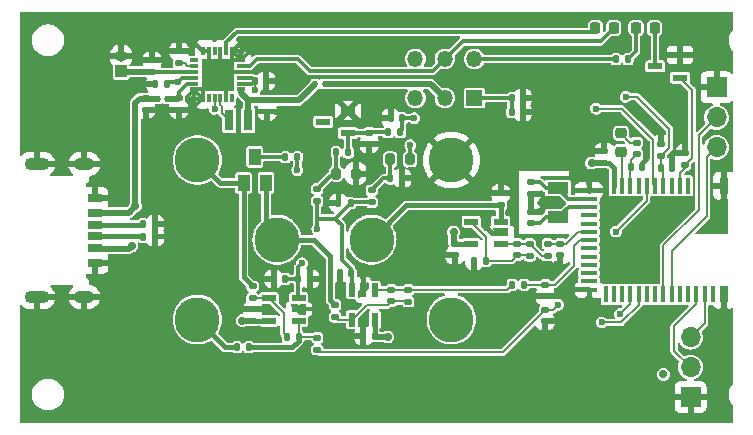
<source format=gtl>
%TF.GenerationSoftware,KiCad,Pcbnew,8.0.2-1*%
%TF.CreationDate,2024-12-04T10:13:35+09:00*%
%TF.ProjectId,gas_nrf52832,6761735f-6e72-4663-9532-3833322e6b69,rev?*%
%TF.SameCoordinates,Original*%
%TF.FileFunction,Copper,L1,Top*%
%TF.FilePolarity,Positive*%
%FSLAX46Y46*%
G04 Gerber Fmt 4.6, Leading zero omitted, Abs format (unit mm)*
G04 Created by KiCad (PCBNEW 8.0.2-1) date 2024-12-04 10:13:35*
%MOMM*%
%LPD*%
G01*
G04 APERTURE LIST*
G04 Aperture macros list*
%AMRoundRect*
0 Rectangle with rounded corners*
0 $1 Rounding radius*
0 $2 $3 $4 $5 $6 $7 $8 $9 X,Y pos of 4 corners*
0 Add a 4 corners polygon primitive as box body*
4,1,4,$2,$3,$4,$5,$6,$7,$8,$9,$2,$3,0*
0 Add four circle primitives for the rounded corners*
1,1,$1+$1,$2,$3*
1,1,$1+$1,$4,$5*
1,1,$1+$1,$6,$7*
1,1,$1+$1,$8,$9*
0 Add four rect primitives between the rounded corners*
20,1,$1+$1,$2,$3,$4,$5,0*
20,1,$1+$1,$4,$5,$6,$7,0*
20,1,$1+$1,$6,$7,$8,$9,0*
20,1,$1+$1,$8,$9,$2,$3,0*%
G04 Aperture macros list end*
%TA.AperFunction,SMDPad,CuDef*%
%ADD10RoundRect,0.135000X-0.185000X0.135000X-0.185000X-0.135000X0.185000X-0.135000X0.185000X0.135000X0*%
%TD*%
%TA.AperFunction,SMDPad,CuDef*%
%ADD11RoundRect,0.135000X0.135000X0.185000X-0.135000X0.185000X-0.135000X-0.185000X0.135000X-0.185000X0*%
%TD*%
%TA.AperFunction,SMDPad,CuDef*%
%ADD12RoundRect,0.135000X-0.135000X-0.185000X0.135000X-0.185000X0.135000X0.185000X-0.135000X0.185000X0*%
%TD*%
%TA.AperFunction,SMDPad,CuDef*%
%ADD13R,0.800000X1.800000*%
%TD*%
%TA.AperFunction,SMDPad,CuDef*%
%ADD14RoundRect,0.140000X-0.170000X0.140000X-0.170000X-0.140000X0.170000X-0.140000X0.170000X0.140000X0*%
%TD*%
%TA.AperFunction,SMDPad,CuDef*%
%ADD15RoundRect,0.218750X-0.218750X-0.256250X0.218750X-0.256250X0.218750X0.256250X-0.218750X0.256250X0*%
%TD*%
%TA.AperFunction,SMDPad,CuDef*%
%ADD16RoundRect,0.140000X0.140000X0.170000X-0.140000X0.170000X-0.140000X-0.170000X0.140000X-0.170000X0*%
%TD*%
%TA.AperFunction,SMDPad,CuDef*%
%ADD17R,1.000000X1.400000*%
%TD*%
%TA.AperFunction,SMDPad,CuDef*%
%ADD18RoundRect,0.200000X0.200000X0.275000X-0.200000X0.275000X-0.200000X-0.275000X0.200000X-0.275000X0*%
%TD*%
%TA.AperFunction,ComponentPad*%
%ADD19R,1.000000X1.000000*%
%TD*%
%TA.AperFunction,ComponentPad*%
%ADD20O,1.000000X1.000000*%
%TD*%
%TA.AperFunction,ComponentPad*%
%ADD21R,1.700000X1.700000*%
%TD*%
%TA.AperFunction,ComponentPad*%
%ADD22O,1.700000X1.700000*%
%TD*%
%TA.AperFunction,SMDPad,CuDef*%
%ADD23R,1.800000X1.000000*%
%TD*%
%TA.AperFunction,SMDPad,CuDef*%
%ADD24RoundRect,0.140000X-0.140000X-0.170000X0.140000X-0.170000X0.140000X0.170000X-0.140000X0.170000X0*%
%TD*%
%TA.AperFunction,SMDPad,CuDef*%
%ADD25R,0.400000X0.500000*%
%TD*%
%TA.AperFunction,ComponentPad*%
%ADD26R,1.350000X1.350000*%
%TD*%
%TA.AperFunction,ComponentPad*%
%ADD27O,1.350000X1.350000*%
%TD*%
%TA.AperFunction,SMDPad,CuDef*%
%ADD28R,0.800000X0.300000*%
%TD*%
%TA.AperFunction,SMDPad,CuDef*%
%ADD29R,0.300000X0.800000*%
%TD*%
%TA.AperFunction,SMDPad,CuDef*%
%ADD30R,2.800000X2.800000*%
%TD*%
%TA.AperFunction,SMDPad,CuDef*%
%ADD31RoundRect,0.140000X0.170000X-0.140000X0.170000X0.140000X-0.170000X0.140000X-0.170000X-0.140000X0*%
%TD*%
%TA.AperFunction,SMDPad,CuDef*%
%ADD32RoundRect,0.200000X-0.200000X-0.275000X0.200000X-0.275000X0.200000X0.275000X-0.200000X0.275000X0*%
%TD*%
%TA.AperFunction,SMDPad,CuDef*%
%ADD33RoundRect,0.218750X0.256250X-0.218750X0.256250X0.218750X-0.256250X0.218750X-0.256250X-0.218750X0*%
%TD*%
%TA.AperFunction,SMDPad,CuDef*%
%ADD34R,1.200000X0.600000*%
%TD*%
%TA.AperFunction,SMDPad,CuDef*%
%ADD35RoundRect,0.147500X-0.172500X0.147500X-0.172500X-0.147500X0.172500X-0.147500X0.172500X0.147500X0*%
%TD*%
%TA.AperFunction,SMDPad,CuDef*%
%ADD36R,0.800000X1.400000*%
%TD*%
%TA.AperFunction,SMDPad,CuDef*%
%ADD37R,0.400000X1.400000*%
%TD*%
%TA.AperFunction,SMDPad,CuDef*%
%ADD38R,1.400000X0.400000*%
%TD*%
%TA.AperFunction,SMDPad,CuDef*%
%ADD39R,1.250000X0.600000*%
%TD*%
%TA.AperFunction,SMDPad,CuDef*%
%ADD40RoundRect,0.135000X0.185000X-0.135000X0.185000X0.135000X-0.185000X0.135000X-0.185000X-0.135000X0*%
%TD*%
%TA.AperFunction,SMDPad,CuDef*%
%ADD41RoundRect,0.218750X0.218750X0.256250X-0.218750X0.256250X-0.218750X-0.256250X0.218750X-0.256250X0*%
%TD*%
%TA.AperFunction,SMDPad,CuDef*%
%ADD42R,1.200000X0.700000*%
%TD*%
%TA.AperFunction,SMDPad,CuDef*%
%ADD43R,1.200000X0.760000*%
%TD*%
%TA.AperFunction,SMDPad,CuDef*%
%ADD44R,1.200000X0.800000*%
%TD*%
%TA.AperFunction,ComponentPad*%
%ADD45O,2.100000X1.100000*%
%TD*%
%TA.AperFunction,ComponentPad*%
%ADD46O,1.700000X1.100000*%
%TD*%
%TA.AperFunction,SMDPad,CuDef*%
%ADD47R,0.600000X1.200000*%
%TD*%
%TA.AperFunction,ComponentPad*%
%ADD48C,3.800000*%
%TD*%
%TA.AperFunction,ViaPad*%
%ADD49C,0.600000*%
%TD*%
%TA.AperFunction,ViaPad*%
%ADD50C,0.700000*%
%TD*%
%TA.AperFunction,Conductor*%
%ADD51C,0.400000*%
%TD*%
%TA.AperFunction,Conductor*%
%ADD52C,0.300000*%
%TD*%
%TA.AperFunction,Conductor*%
%ADD53C,0.500000*%
%TD*%
%TA.AperFunction,Conductor*%
%ADD54C,0.200000*%
%TD*%
G04 APERTURE END LIST*
D10*
X143825000Y-86765000D03*
X143825000Y-87785000D03*
D11*
X121895000Y-89700000D03*
X120875000Y-89700000D03*
D12*
X127985000Y-96660000D03*
X129005000Y-96660000D03*
D13*
X108850000Y-84795000D03*
X107250000Y-84795000D03*
D14*
X109220000Y-100795000D03*
X109220000Y-101755000D03*
D12*
X116290000Y-87500000D03*
X117310000Y-87500000D03*
D15*
X138232500Y-76972500D03*
X139807500Y-76972500D03*
D12*
X113090000Y-98200000D03*
X114110000Y-98200000D03*
D16*
X132100000Y-84100000D03*
X131140000Y-84100000D03*
D17*
X108450000Y-90090000D03*
X110350000Y-90090000D03*
X109400000Y-87890000D03*
D18*
X122525000Y-88100000D03*
X120875000Y-88100000D03*
D19*
X98080000Y-80640000D03*
D20*
X98080000Y-79370000D03*
D21*
X146300000Y-108225000D03*
D22*
X146300000Y-105685000D03*
X146300000Y-103145000D03*
D23*
X135050000Y-90500000D03*
X135050000Y-93000000D03*
D24*
X143795000Y-88800000D03*
X144755000Y-88800000D03*
D25*
X114510000Y-81710000D03*
X115310000Y-81710000D03*
D26*
X128000000Y-82900000D03*
D27*
X125500000Y-82900000D03*
X123000000Y-82900000D03*
X128000000Y-79600000D03*
X125500000Y-79600000D03*
X123000000Y-79600000D03*
D16*
X111960000Y-98200000D03*
X111000000Y-98200000D03*
D28*
X108250000Y-82170000D03*
X108250000Y-81670000D03*
X108250000Y-81170000D03*
X108250000Y-80670000D03*
X108250000Y-80170000D03*
X108250000Y-79670000D03*
D29*
X107500000Y-78920000D03*
X107000000Y-78920000D03*
X106500000Y-78920000D03*
X106000000Y-78920000D03*
X105500000Y-78920000D03*
X105000000Y-78920000D03*
D28*
X104250000Y-79670000D03*
X104250000Y-80170000D03*
X104250000Y-80670000D03*
X104250000Y-81170000D03*
X104250000Y-81670000D03*
X104250000Y-82170000D03*
D29*
X105000000Y-82920000D03*
X105500000Y-82920000D03*
X106000000Y-82920000D03*
X106500000Y-82920000D03*
X107000000Y-82920000D03*
X107500000Y-82920000D03*
D30*
X106250000Y-80920000D03*
D16*
X113125000Y-103125000D03*
X112165000Y-103125000D03*
D31*
X102950000Y-83895000D03*
X102950000Y-82935000D03*
D32*
X116300000Y-89300000D03*
X117950000Y-89300000D03*
D31*
X100175000Y-83895000D03*
X100175000Y-82935000D03*
D33*
X140400000Y-87437500D03*
X140400000Y-85862500D03*
D31*
X134000000Y-101800000D03*
X134000000Y-100840000D03*
D10*
X119300000Y-90690000D03*
X119300000Y-91710000D03*
D31*
X119100000Y-86800000D03*
X119100000Y-85840000D03*
D34*
X130220000Y-95260000D03*
X130220000Y-94310000D03*
X130220000Y-93360000D03*
X127720000Y-93360000D03*
X127720000Y-95260000D03*
D10*
X132695000Y-95250000D03*
X132695000Y-96270000D03*
D21*
X148500000Y-82000000D03*
D22*
X148500000Y-84540000D03*
X148500000Y-87080000D03*
D14*
X110475000Y-83080000D03*
X110475000Y-84040000D03*
X100710000Y-79710000D03*
X100710000Y-80670000D03*
D25*
X101200000Y-82945000D03*
X102000000Y-82945000D03*
D12*
X131190000Y-98700000D03*
X132210000Y-98700000D03*
D35*
X141750000Y-86665000D03*
X141750000Y-87635000D03*
D36*
X149100000Y-90327500D03*
D37*
X146100000Y-90327500D03*
X145400000Y-90327500D03*
X144700000Y-90327500D03*
X144000000Y-90327500D03*
X143300000Y-90327500D03*
X142600000Y-90327500D03*
X141900000Y-90327500D03*
X141200000Y-90327500D03*
X140500000Y-90327500D03*
X139800000Y-90327500D03*
D38*
X137700000Y-90727500D03*
X137700000Y-91427500D03*
X137700000Y-92127500D03*
X137700000Y-92827500D03*
X137700000Y-93527500D03*
X137700000Y-94227500D03*
X137700000Y-94927500D03*
X137700000Y-95627500D03*
X137700000Y-96327500D03*
X137700000Y-97027500D03*
X137700000Y-97727500D03*
X137700000Y-98427500D03*
X137700000Y-99127500D03*
D37*
X139100000Y-99527500D03*
X139800000Y-99527500D03*
X140500000Y-99527500D03*
X141200000Y-99527500D03*
X141900000Y-99527500D03*
X142600000Y-99527500D03*
X143300000Y-99527500D03*
X144000000Y-99527500D03*
X144700000Y-99527500D03*
X145400000Y-99527500D03*
X146100000Y-99527500D03*
X146800000Y-99527500D03*
X147500000Y-99527500D03*
X148200000Y-99527500D03*
D36*
X149100000Y-99527500D03*
D10*
X145800000Y-87590000D03*
X145800000Y-88610000D03*
D31*
X134010000Y-99680000D03*
X134010000Y-98720000D03*
D39*
X117300000Y-85850000D03*
X117300000Y-83950000D03*
X115200000Y-84900000D03*
D24*
X141220000Y-88750000D03*
X142180000Y-88750000D03*
D14*
X120970000Y-99145000D03*
X120970000Y-100105000D03*
D40*
X130220000Y-91990000D03*
X130220000Y-90970000D03*
X116200000Y-101435000D03*
X116200000Y-100415000D03*
D12*
X112000000Y-87900000D03*
X113020000Y-87900000D03*
X120690000Y-85800000D03*
X121710000Y-85800000D03*
D31*
X126320000Y-96215000D03*
X126320000Y-95255000D03*
D40*
X109220000Y-99860000D03*
X109220000Y-98840000D03*
D31*
X132800000Y-91000000D03*
X132800000Y-90040000D03*
D34*
X113120000Y-101750000D03*
X113120000Y-100800000D03*
X113120000Y-99850000D03*
X110620000Y-99850000D03*
X110620000Y-101750000D03*
D11*
X141000000Y-79600000D03*
X139980000Y-79600000D03*
D24*
X118600000Y-103050000D03*
X119560000Y-103050000D03*
D10*
X114700000Y-103190000D03*
X114700000Y-104210000D03*
D39*
X145400000Y-81167500D03*
X145400000Y-79257500D03*
X143300000Y-80212500D03*
D16*
X117580000Y-97700000D03*
X116620000Y-97700000D03*
D12*
X99940000Y-94625000D03*
X100960000Y-94625000D03*
D10*
X122400000Y-99140000D03*
X122400000Y-100160000D03*
D41*
X143257500Y-76972500D03*
X141682500Y-76972500D03*
D16*
X101930000Y-81695000D03*
X100970000Y-81695000D03*
D31*
X139000000Y-88380000D03*
X139000000Y-87420000D03*
D40*
X134200000Y-96265000D03*
X134200000Y-95245000D03*
D10*
X102985000Y-78920000D03*
X102985000Y-79940000D03*
D12*
X99940000Y-93600000D03*
X100960000Y-93600000D03*
D14*
X132800000Y-92520000D03*
X132800000Y-93480000D03*
D42*
X95900000Y-93610000D03*
D43*
X95900000Y-95630000D03*
D44*
X95900000Y-96860000D03*
D42*
X95900000Y-94610000D03*
D43*
X95900000Y-92590000D03*
D44*
X95900000Y-91360000D03*
D45*
X90950000Y-88490000D03*
X90950000Y-99730000D03*
D46*
X94950000Y-88490000D03*
X94950000Y-99730000D03*
D16*
X132100000Y-82900000D03*
X131140000Y-82900000D03*
D11*
X117510000Y-91800000D03*
X116490000Y-91800000D03*
D10*
X114700000Y-90590000D03*
X114700000Y-91610000D03*
D24*
X120920000Y-84600000D03*
X121880000Y-84600000D03*
D14*
X131630000Y-95260000D03*
X131630000Y-96220000D03*
D47*
X119550000Y-99150000D03*
X118600000Y-99150000D03*
X117650000Y-99150000D03*
X117650000Y-101650000D03*
X119550000Y-101650000D03*
D31*
X135270000Y-96215000D03*
X135270000Y-95255000D03*
D16*
X110350000Y-81420000D03*
X109390000Y-81420000D03*
D11*
X108910000Y-104000000D03*
X107890000Y-104000000D03*
D48*
X104550000Y-101650000D03*
X104550000Y-88150000D03*
X111300000Y-94900000D03*
X119300000Y-94900000D03*
X126050000Y-88150000D03*
X126050000Y-101650000D03*
D49*
X143825000Y-86075000D03*
X116600000Y-98600000D03*
X121200000Y-82800000D03*
X95000000Y-105000000D03*
X133000000Y-84100000D03*
X105500000Y-80070000D03*
X115000000Y-76450000D03*
X115000000Y-109500000D03*
X140300000Y-109245000D03*
X90500000Y-109500000D03*
X100000000Y-109500000D03*
X125000000Y-109500000D03*
X143025000Y-109475000D03*
X140000000Y-97500000D03*
X119300000Y-89300000D03*
X130000000Y-109500000D03*
X133600000Y-92500000D03*
X128000000Y-97600000D03*
X118600000Y-103825000D03*
X108250000Y-79020000D03*
X100000000Y-100000000D03*
X130000000Y-76450000D03*
X142526054Y-88024813D03*
X111305000Y-84040000D03*
X133020000Y-82900000D03*
X129375000Y-90975000D03*
X104200000Y-78150000D03*
X110350000Y-80620000D03*
X110000000Y-76450000D03*
X104250000Y-82945000D03*
X133230000Y-99670000D03*
X100960000Y-92760000D03*
X90500000Y-76500000D03*
X110000000Y-109500000D03*
X134900000Y-101800000D03*
X141100000Y-105345000D03*
D50*
X145400000Y-78142500D03*
D49*
X100000000Y-76450000D03*
X95000000Y-109500000D03*
X100275000Y-81695000D03*
D50*
X97210000Y-96870000D03*
D49*
X135000000Y-109500000D03*
X100000000Y-105000000D03*
X120300000Y-86800000D03*
X107000000Y-80070000D03*
X105000000Y-109500000D03*
X95000000Y-76450000D03*
X114500000Y-100800000D03*
X118600000Y-97950000D03*
X116500000Y-90700000D03*
X110160000Y-98200000D03*
X129106765Y-93898235D03*
X136850000Y-80960000D03*
X100975000Y-83895000D03*
X90500000Y-80000000D03*
X125000000Y-76450000D03*
X149100000Y-105100000D03*
X126320000Y-96960000D03*
X143025000Y-106225000D03*
D50*
X97210000Y-91380000D03*
X149100000Y-100850000D03*
D49*
X102150000Y-78895000D03*
X107000000Y-81670000D03*
X105000000Y-76450000D03*
X144750000Y-88025000D03*
X145000000Y-92500000D03*
X145800000Y-86700000D03*
X142500000Y-95000000D03*
X115000000Y-82800000D03*
X137700000Y-90000000D03*
X120000000Y-76450000D03*
X133600000Y-91000000D03*
D50*
X137700000Y-99900000D03*
D49*
X135875000Y-84835000D03*
X134965000Y-96950000D03*
X109995000Y-100800000D03*
X105500000Y-81670000D03*
X90510000Y-105000000D03*
X100725000Y-78945000D03*
D50*
X149100000Y-91600000D03*
D49*
X147500000Y-76450000D03*
X100950000Y-95450000D03*
X102175000Y-83895000D03*
X109465181Y-80607187D03*
X138700000Y-109250000D03*
X139000000Y-86600000D03*
X120000000Y-109500000D03*
X113000000Y-89000000D03*
X122575000Y-86900000D03*
D50*
X144000000Y-106300000D03*
D49*
X122900000Y-84600000D03*
D50*
X126238000Y-94234000D03*
X137922000Y-88392000D03*
X120650000Y-103124000D03*
X108340000Y-101740000D03*
D49*
X109400000Y-82220000D03*
X106000000Y-83820000D03*
X102865380Y-81535380D03*
X140800000Y-82800000D03*
X135100000Y-100400000D03*
X140000000Y-94200000D03*
X140300000Y-101200000D03*
X138300000Y-83800000D03*
X138800000Y-101900000D03*
D50*
X99300000Y-92025000D03*
X98985000Y-95435000D03*
D49*
X113400000Y-96900000D03*
X114700000Y-94000000D03*
D51*
X100960000Y-95440000D02*
X100950000Y-95450000D01*
D52*
X105500000Y-80170000D02*
X106200000Y-80870000D01*
D51*
X137700000Y-90000000D02*
X137700000Y-90727500D01*
X95900000Y-96870000D02*
X97210000Y-96870000D01*
X129106765Y-93898235D02*
X129518530Y-94310000D01*
X145800000Y-87590000D02*
X145800000Y-86700000D01*
X97210000Y-91380000D02*
X95910000Y-91380000D01*
X100970000Y-81695000D02*
X100275000Y-81695000D01*
D52*
X109465181Y-80607187D02*
X109402368Y-80670000D01*
X106250000Y-80920000D02*
X106250000Y-80920000D01*
D51*
X100960000Y-92760000D02*
X100960000Y-93600000D01*
X143825000Y-86765000D02*
X143825000Y-86075000D01*
X132800000Y-91000000D02*
X132800000Y-92520000D01*
X100175000Y-83895000D02*
X100975000Y-83895000D01*
X109990000Y-100795000D02*
X109995000Y-100800000D01*
D52*
X107000000Y-82920000D02*
X107000000Y-81670000D01*
X104970000Y-78920000D02*
X105000000Y-78920000D01*
X105500000Y-80170000D02*
X106250000Y-80920000D01*
D51*
X137700000Y-99127500D02*
X137700000Y-99900000D01*
D52*
X109402368Y-80670000D02*
X108250000Y-80670000D01*
D51*
X118600000Y-103050000D02*
X118600000Y-103825000D01*
D52*
X104200000Y-78150000D02*
X104970000Y-78920000D01*
X108150000Y-78920000D02*
X108250000Y-79020000D01*
D51*
X129518530Y-94310000D02*
X130220000Y-94310000D01*
D52*
X107000000Y-80070000D02*
X107000000Y-80170000D01*
X105000000Y-78920000D02*
X105500000Y-78920000D01*
X104250000Y-82945000D02*
X104975000Y-82945000D01*
X117950000Y-89300000D02*
X119300000Y-89300000D01*
X105500000Y-78920000D02*
X105500000Y-80170000D01*
X134010000Y-99680000D02*
X133240000Y-99680000D01*
D51*
X109220000Y-100795000D02*
X109990000Y-100795000D01*
X149100000Y-90327500D02*
X149100000Y-91600000D01*
D52*
X106250000Y-80870000D02*
X106250000Y-80920000D01*
X108250000Y-79670000D02*
X108250000Y-79020000D01*
X105500000Y-81670000D02*
X106250000Y-80920000D01*
X132100000Y-84100000D02*
X133000000Y-84100000D01*
X116490000Y-91800000D02*
X116490000Y-90710000D01*
X107500000Y-78920000D02*
X108150000Y-78920000D01*
X111000000Y-98200000D02*
X110160000Y-98200000D01*
D51*
X95910000Y-91380000D02*
X95900000Y-91370000D01*
D52*
X105000000Y-82170000D02*
X105500000Y-81670000D01*
D51*
X139000000Y-87420000D02*
X139000000Y-86600000D01*
X132800000Y-92520000D02*
X133580000Y-92520000D01*
D52*
X116490000Y-90710000D02*
X116500000Y-90700000D01*
D51*
X130220000Y-90970000D02*
X129380000Y-90970000D01*
D52*
X107000000Y-81670000D02*
X106250000Y-80920000D01*
D51*
X145400000Y-79257500D02*
X145400000Y-78142500D01*
X132800000Y-91000000D02*
X133600000Y-91000000D01*
X100710000Y-79710000D02*
X100710000Y-78960000D01*
X129380000Y-90970000D02*
X129375000Y-90975000D01*
D52*
X104250000Y-82170000D02*
X105000000Y-82170000D01*
D51*
X128000000Y-96675000D02*
X127985000Y-96660000D01*
D52*
X107000000Y-80170000D02*
X106250000Y-80920000D01*
X107500000Y-78920000D02*
X107500000Y-79670000D01*
D51*
X149100000Y-99527500D02*
X149100000Y-100850000D01*
X100960000Y-93600000D02*
X100960000Y-94625000D01*
X126320000Y-96215000D02*
X126320000Y-96960000D01*
D52*
X132100000Y-82900000D02*
X133020000Y-82900000D01*
D51*
X134965000Y-96950000D02*
X135270000Y-96645000D01*
X100960000Y-94625000D02*
X100960000Y-95440000D01*
D52*
X119100000Y-86800000D02*
X120300000Y-86800000D01*
X110350000Y-81420000D02*
X110350000Y-80620000D01*
X105000000Y-82920000D02*
X105000000Y-82170000D01*
X105500000Y-80070000D02*
X105500000Y-80170000D01*
X108250000Y-80670000D02*
X106500000Y-80670000D01*
D51*
X100710000Y-78960000D02*
X100725000Y-78945000D01*
X142526054Y-88024813D02*
X142180000Y-88370867D01*
D52*
X113120000Y-100800000D02*
X114500000Y-100800000D01*
D51*
X128000000Y-97600000D02*
X128000000Y-96675000D01*
X135270000Y-96645000D02*
X135270000Y-96215000D01*
D52*
X116620000Y-97700000D02*
X116620000Y-98580000D01*
D51*
X118600000Y-99150000D02*
X118600000Y-97950000D01*
D52*
X104975000Y-82945000D02*
X105000000Y-82920000D01*
X108250000Y-79670000D02*
X107500000Y-79670000D01*
X110475000Y-84040000D02*
X111305000Y-84040000D01*
X106500000Y-80670000D02*
X106250000Y-80920000D01*
D51*
X133240000Y-99680000D02*
X133230000Y-99670000D01*
X102985000Y-78920000D02*
X102175000Y-78920000D01*
X142180000Y-88370867D02*
X142180000Y-88750000D01*
D52*
X107100000Y-80070000D02*
X107000000Y-80070000D01*
X106200000Y-80870000D02*
X106250000Y-80870000D01*
X107500000Y-79670000D02*
X107100000Y-80070000D01*
D51*
X144755000Y-88030000D02*
X144750000Y-88025000D01*
X102175000Y-78920000D02*
X102150000Y-78895000D01*
D52*
X106500000Y-78920000D02*
X106500000Y-80670000D01*
D51*
X144755000Y-88800000D02*
X144755000Y-88030000D01*
X102175000Y-83895000D02*
X102950000Y-83895000D01*
D52*
X104250000Y-82170000D02*
X104250000Y-82945000D01*
X134000000Y-101800000D02*
X134900000Y-101800000D01*
X116620000Y-98580000D02*
X116600000Y-98600000D01*
D53*
X100710000Y-80670000D02*
X98110000Y-80670000D01*
X98110000Y-80670000D02*
X98080000Y-80640000D01*
D51*
X100685000Y-80645000D02*
X100710000Y-80670000D01*
D52*
X104250000Y-80670000D02*
X100710000Y-80670000D01*
X134019239Y-90500000D02*
X133559239Y-90040000D01*
X137700000Y-91427500D02*
X135927500Y-91427500D01*
X133559239Y-90040000D02*
X132800000Y-90040000D01*
X135927500Y-91427500D02*
X135050000Y-90550000D01*
X135050000Y-90550000D02*
X135050000Y-90500000D01*
X135050000Y-90500000D02*
X134019239Y-90500000D01*
X135972500Y-92127500D02*
X135100000Y-93000000D01*
X134019239Y-93000000D02*
X133539239Y-93480000D01*
X137700000Y-92127500D02*
X135972500Y-92127500D01*
X135050000Y-93000000D02*
X134019239Y-93000000D01*
D54*
X134900000Y-93150000D02*
X135050000Y-93000000D01*
D52*
X135100000Y-93000000D02*
X135050000Y-93000000D01*
X133539239Y-93480000D02*
X132800000Y-93480000D01*
D54*
X141200000Y-90327500D02*
X141200000Y-88770000D01*
X141220000Y-88165000D02*
X141750000Y-87635000D01*
X141220000Y-88750000D02*
X141220000Y-88165000D01*
X141200000Y-88770000D02*
X141220000Y-88750000D01*
D51*
X139800000Y-90327500D02*
X139800000Y-88800000D01*
D53*
X126238000Y-95173000D02*
X126320000Y-95255000D01*
X120650000Y-103124000D02*
X119634000Y-103124000D01*
D51*
X110615000Y-101755000D02*
X110620000Y-101750000D01*
X119560000Y-101660000D02*
X119550000Y-101650000D01*
D52*
X121880000Y-84600000D02*
X121880000Y-85630000D01*
X128000000Y-82900000D02*
X131140000Y-82900000D01*
D53*
X137922000Y-88392000D02*
X138988000Y-88392000D01*
D52*
X122525000Y-86950000D02*
X122575000Y-86900000D01*
X131140000Y-82900000D02*
X131140000Y-84100000D01*
D51*
X139800000Y-88800000D02*
X139380000Y-88380000D01*
X126320000Y-95255000D02*
X127715000Y-95255000D01*
D53*
X119634000Y-103124000D02*
X119560000Y-103050000D01*
X110610000Y-101760000D02*
X110620000Y-101750000D01*
X108340000Y-101740000D02*
X109205000Y-101740000D01*
D51*
X127715000Y-95255000D02*
X127720000Y-95260000D01*
D52*
X121880000Y-84600000D02*
X122900000Y-84600000D01*
D53*
X138980000Y-88400000D02*
X139000000Y-88380000D01*
X126238000Y-94234000D02*
X126238000Y-95173000D01*
D51*
X139810000Y-90317500D02*
X139800000Y-90327500D01*
D52*
X122525000Y-88100000D02*
X122525000Y-86950000D01*
X113020000Y-87900000D02*
X113020000Y-88980000D01*
X113020000Y-88980000D02*
X113000000Y-89000000D01*
D53*
X109205000Y-101740000D02*
X109220000Y-101755000D01*
D51*
X139380000Y-88380000D02*
X139000000Y-88380000D01*
X119560000Y-103050000D02*
X119560000Y-101660000D01*
X109220000Y-101755000D02*
X110615000Y-101755000D01*
D53*
X138988000Y-88392000D02*
X139000000Y-88380000D01*
D52*
X121880000Y-85630000D02*
X121710000Y-85800000D01*
X108250000Y-81670000D02*
X109140000Y-81670000D01*
D54*
X109390000Y-81420000D02*
X109390000Y-82210000D01*
D52*
X109140000Y-81170000D02*
X109390000Y-81420000D01*
D54*
X106000000Y-83820000D02*
X106000000Y-82920000D01*
X109390000Y-82210000D02*
X109400000Y-82220000D01*
D52*
X109140000Y-81670000D02*
X109390000Y-81420000D01*
X108250000Y-81170000D02*
X109140000Y-81170000D01*
X108983129Y-80170000D02*
X109558129Y-79595000D01*
X138680000Y-78100000D02*
X127000000Y-78100000D01*
X124475000Y-80625000D02*
X125500000Y-79600000D01*
X102865380Y-81535380D02*
X102089620Y-81535380D01*
X103230760Y-81170000D02*
X104250000Y-81170000D01*
X109558129Y-79595000D02*
X113050000Y-79595000D01*
X127000000Y-78100000D02*
X125500000Y-79600000D01*
X102865380Y-81535380D02*
X103230760Y-81170000D01*
X108250000Y-80170000D02*
X108983129Y-80170000D01*
X114080000Y-80625000D02*
X124475000Y-80625000D01*
X102089620Y-81535380D02*
X101930000Y-81695000D01*
X113050000Y-79595000D02*
X114080000Y-80625000D01*
X139807500Y-76972500D02*
X138680000Y-78100000D01*
D53*
X102940000Y-82945000D02*
X102950000Y-82935000D01*
D52*
X102950000Y-82370000D02*
X103650000Y-81670000D01*
X103650000Y-81670000D02*
X104250000Y-81670000D01*
X102950000Y-82935000D02*
X102950000Y-82370000D01*
D53*
X102000000Y-82945000D02*
X102940000Y-82945000D01*
X113140000Y-83080000D02*
X114510000Y-81710000D01*
X110475000Y-83080000D02*
X108860000Y-83080000D01*
X108850000Y-84795000D02*
X108850000Y-83190000D01*
X108860000Y-83080000D02*
X108850000Y-83070000D01*
X108850000Y-83070000D02*
X108250000Y-82470000D01*
X108850000Y-83190000D02*
X108850000Y-83070000D01*
X108250000Y-82270000D02*
X108250000Y-82470000D01*
X110475000Y-83080000D02*
X113140000Y-83080000D01*
D54*
X112165000Y-103125000D02*
X111845000Y-102805000D01*
X111845000Y-101075000D02*
X110620000Y-99850000D01*
X109230000Y-99850000D02*
X109220000Y-99860000D01*
X110620000Y-99850000D02*
X109230000Y-99850000D01*
X111845000Y-102805000D02*
X111845000Y-101075000D01*
D51*
X112559999Y-104000000D02*
X113125000Y-103434999D01*
D54*
X113120000Y-101750000D02*
X113120000Y-103120000D01*
X113125000Y-103125000D02*
X114635000Y-103125000D01*
D51*
X113125000Y-103434999D02*
X113125000Y-103125000D01*
D54*
X114635000Y-103125000D02*
X114700000Y-103190000D01*
D51*
X108910000Y-104000000D02*
X112559999Y-104000000D01*
D54*
X137697500Y-94225000D02*
X137700000Y-94227500D01*
X136772500Y-94227500D02*
X135745000Y-95255000D01*
X136772500Y-94227500D02*
X137700000Y-94227500D01*
X134310000Y-95085000D02*
X134135000Y-95085000D01*
X135745000Y-95255000D02*
X135270000Y-95255000D01*
X134200000Y-95245000D02*
X135260000Y-95245000D01*
X144000000Y-89005000D02*
X143795000Y-88800000D01*
X140800000Y-82800000D02*
X141800000Y-82800000D01*
X143825000Y-88770000D02*
X143795000Y-88800000D01*
X144500000Y-85500000D02*
X144500000Y-87110000D01*
X144500000Y-87110000D02*
X143825000Y-87785000D01*
X144000000Y-90327500D02*
X144000000Y-89005000D01*
X143825000Y-87785000D02*
X143825000Y-88770000D01*
X141800000Y-82800000D02*
X144500000Y-85500000D01*
X131620000Y-96220000D02*
X132645000Y-96220000D01*
X129005000Y-96660000D02*
X131180000Y-96660000D01*
X129005000Y-94645000D02*
X129005000Y-96660000D01*
X131180000Y-96660000D02*
X131620000Y-96220000D01*
X132645000Y-96220000D02*
X132695000Y-96270000D01*
X127720000Y-93360000D02*
X129005000Y-94645000D01*
X132685000Y-95260000D02*
X132695000Y-95250000D01*
X133710000Y-96265000D02*
X132695000Y-95250000D01*
X131630000Y-95260000D02*
X132685000Y-95260000D01*
X130220000Y-95260000D02*
X131630000Y-95260000D01*
X134200000Y-96265000D02*
X133710000Y-96265000D01*
X120970000Y-99145000D02*
X122395000Y-99145000D01*
X120965000Y-99150000D02*
X120970000Y-99145000D01*
X122395000Y-99145000D02*
X122400000Y-99140000D01*
X130750000Y-99140000D02*
X131190000Y-98700000D01*
X119550000Y-99150000D02*
X120965000Y-99150000D01*
X122400000Y-99140000D02*
X130750000Y-99140000D01*
X120970000Y-100105000D02*
X122345000Y-100105000D01*
X120970000Y-100105000D02*
X120650000Y-100425000D01*
X122345000Y-100105000D02*
X122400000Y-100160000D01*
X116415000Y-101650000D02*
X116200000Y-101435000D01*
X120650000Y-100425000D02*
X118875000Y-100425000D01*
X121025000Y-100160000D02*
X120970000Y-100105000D01*
X117650000Y-101650000D02*
X116415000Y-101650000D01*
X118875000Y-100425000D02*
X117650000Y-101650000D01*
X136400000Y-97100000D02*
X136400000Y-95427500D01*
X132230000Y-98720000D02*
X132210000Y-98700000D01*
X136900000Y-94927500D02*
X137700000Y-94927500D01*
X136400000Y-95427500D02*
X136900000Y-94927500D01*
X134780000Y-98720000D02*
X136400000Y-97100000D01*
X134010000Y-98720000D02*
X132230000Y-98720000D01*
X134780000Y-98720000D02*
X134010000Y-98720000D01*
D52*
X107000000Y-78920000D02*
X107000000Y-78195000D01*
X107000000Y-78195000D02*
X107900000Y-77295000D01*
X137910000Y-77295000D02*
X107900000Y-77295000D01*
X138232500Y-76972500D02*
X137910000Y-77295000D01*
X143300000Y-77015000D02*
X143257500Y-76972500D01*
X143300000Y-80212500D02*
X143300000Y-77015000D01*
X141682500Y-78917500D02*
X141000000Y-79600000D01*
X141682500Y-76972500D02*
X141682500Y-78917500D01*
D54*
X144000000Y-95375000D02*
X144000000Y-99527500D01*
X147000000Y-92375000D02*
X144000000Y-95375000D01*
X147000000Y-86040000D02*
X147000000Y-92375000D01*
X148500000Y-84540000D02*
X147000000Y-86040000D01*
X145400000Y-89230000D02*
X145400000Y-90327500D01*
X145400000Y-81167500D02*
X146420000Y-82187500D01*
X146420000Y-82187500D02*
X146420000Y-87990000D01*
X145800000Y-88830000D02*
X145400000Y-89230000D01*
X145800000Y-88610000D02*
X145800000Y-88830000D01*
X146420000Y-87990000D02*
X145800000Y-88610000D01*
X147650000Y-92925000D02*
X144700000Y-95875000D01*
X147650000Y-87930000D02*
X147650000Y-92925000D01*
X148500000Y-87080000D02*
X147650000Y-87930000D01*
X144700000Y-95875000D02*
X144700000Y-99527500D01*
X147500000Y-101945000D02*
X147500000Y-99527500D01*
X146300000Y-103145000D02*
X147500000Y-101945000D01*
X142600000Y-91600000D02*
X140000000Y-94200000D01*
X142600000Y-90327500D02*
X142600000Y-91600000D01*
X114700000Y-104210000D02*
X114915000Y-104425000D01*
X134000000Y-100840000D02*
X134660000Y-100840000D01*
X114915000Y-104425000D02*
X130415000Y-104425000D01*
X130415000Y-104425000D02*
X134000000Y-100840000D01*
X134660000Y-100840000D02*
X135100000Y-100400000D01*
X146800000Y-100327500D02*
X146800000Y-99527500D01*
X144900000Y-102227500D02*
X146800000Y-100327500D01*
X146300000Y-105685000D02*
X144900000Y-104285000D01*
X144900000Y-104285000D02*
X144900000Y-102227500D01*
X141200000Y-100300000D02*
X141200000Y-99527500D01*
X140300000Y-101200000D02*
X141200000Y-100300000D01*
X143126054Y-90153554D02*
X143126054Y-86426054D01*
X140500000Y-83800000D02*
X138300000Y-83800000D01*
X143300000Y-90327500D02*
X143126054Y-90153554D01*
X143126054Y-86426054D02*
X140500000Y-83800000D01*
X140500000Y-87537500D02*
X140400000Y-87437500D01*
X140500000Y-90327500D02*
X140500000Y-87537500D01*
X138800000Y-101900000D02*
X140448529Y-101900000D01*
X140448529Y-101900000D02*
X141900000Y-100448529D01*
X141900000Y-100448529D02*
X141900000Y-99527500D01*
D51*
X130220000Y-91990000D02*
X130220000Y-93360000D01*
X122210000Y-91990000D02*
X119300000Y-94900000D01*
X130220000Y-91990000D02*
X122210000Y-91990000D01*
D54*
X106500000Y-82920000D02*
X106500000Y-83471471D01*
X106600000Y-83571471D02*
X106600000Y-84145000D01*
X106600000Y-84145000D02*
X107250000Y-84795000D01*
X106500000Y-83471471D02*
X106600000Y-83571471D01*
X103470000Y-79940000D02*
X103700000Y-80170000D01*
X104250000Y-80170000D02*
X103700000Y-80170000D01*
X102985000Y-79940000D02*
X103470000Y-79940000D01*
D52*
X128000000Y-79600000D02*
X139980000Y-79600000D01*
D54*
X141202500Y-86665000D02*
X140400000Y-85862500D01*
X141750000Y-86665000D02*
X141202500Y-86665000D01*
D51*
X99920000Y-93620000D02*
X99940000Y-93600000D01*
X95900000Y-93620000D02*
X99920000Y-93620000D01*
X110350000Y-90090000D02*
X110350000Y-93950000D01*
X115800000Y-96300000D02*
X115800000Y-100015000D01*
X114400000Y-94900000D02*
X115800000Y-96300000D01*
X111300000Y-94900000D02*
X114400000Y-94900000D01*
X110350000Y-93950000D02*
X111300000Y-94900000D01*
X115800000Y-100015000D02*
X116200000Y-100415000D01*
X108450000Y-90090000D02*
X108450000Y-98070000D01*
X108450000Y-98070000D02*
X109220000Y-98840000D01*
X106490000Y-90090000D02*
X108450000Y-90090000D01*
X104550000Y-88150000D02*
X106490000Y-90090000D01*
X99935000Y-94620000D02*
X99940000Y-94625000D01*
X95900000Y-94620000D02*
X99935000Y-94620000D01*
D53*
X124310000Y-81710000D02*
X125500000Y-82900000D01*
X124310000Y-81710000D02*
X115310000Y-81710000D01*
D51*
X100165000Y-82945000D02*
X100175000Y-82935000D01*
D53*
X100165000Y-82945000D02*
X101200000Y-82945000D01*
X99655000Y-82945000D02*
X100165000Y-82945000D01*
X95900000Y-92600000D02*
X98725000Y-92600000D01*
D51*
X100185000Y-82945000D02*
X100175000Y-82935000D01*
D53*
X99300000Y-92025000D02*
X99300000Y-83300000D01*
X98780000Y-95640000D02*
X98985000Y-95435000D01*
X95900000Y-95640000D02*
X98780000Y-95640000D01*
X98725000Y-92600000D02*
X99300000Y-92025000D01*
X99300000Y-83300000D02*
X99655000Y-82945000D01*
D52*
X119090000Y-85850000D02*
X119100000Y-85840000D01*
X117300000Y-87490000D02*
X117310000Y-87500000D01*
X117300000Y-85850000D02*
X117300000Y-87490000D01*
X120690000Y-85800000D02*
X119140000Y-85800000D01*
X119140000Y-85800000D02*
X119100000Y-85840000D01*
X117300000Y-85850000D02*
X119090000Y-85850000D01*
D51*
X104550000Y-101650000D02*
X106900000Y-104000000D01*
X106900000Y-104000000D02*
X107890000Y-104000000D01*
D52*
X120875000Y-89700000D02*
X120290000Y-89700000D01*
X120290000Y-89700000D02*
X119300000Y-90690000D01*
X120875000Y-88100000D02*
X120875000Y-89700000D01*
X116300000Y-89300000D02*
X115990000Y-89300000D01*
X116290000Y-89290000D02*
X116300000Y-89300000D01*
X116290000Y-87500000D02*
X116290000Y-89290000D01*
X115990000Y-89300000D02*
X114700000Y-90590000D01*
X114700000Y-91610000D02*
X114700000Y-93100000D01*
X114700000Y-93100000D02*
X114700000Y-94000000D01*
X116800000Y-96600000D02*
X117580000Y-97380000D01*
X117650000Y-97770000D02*
X117580000Y-97700000D01*
X117580000Y-97380000D02*
X117580000Y-97700000D01*
X117600000Y-91710000D02*
X117510000Y-91800000D01*
X117510000Y-91800000D02*
X116210000Y-93100000D01*
X116210000Y-93100000D02*
X114700000Y-93100000D01*
X113090000Y-99820000D02*
X113120000Y-99850000D01*
X113090000Y-98200000D02*
X113090000Y-97210000D01*
X113090000Y-98200000D02*
X113090000Y-99820000D01*
X111960000Y-98200000D02*
X113090000Y-98200000D01*
X116800000Y-93690000D02*
X116210000Y-93100000D01*
X113090000Y-97210000D02*
X113400000Y-96900000D01*
X116800000Y-96600000D02*
X116800000Y-93690000D01*
X119300000Y-91710000D02*
X117600000Y-91710000D01*
X117650000Y-99150000D02*
X117650000Y-97770000D01*
D54*
X117640000Y-99140000D02*
X117650000Y-99150000D01*
D52*
X109400000Y-87890000D02*
X111990000Y-87890000D01*
%TA.AperFunction,Conductor*%
G36*
X113041237Y-100369407D02*
G01*
X113053049Y-100379496D01*
X113120000Y-100446446D01*
X113186951Y-100379496D01*
X113241467Y-100351719D01*
X113256954Y-100350500D01*
X113684046Y-100350500D01*
X113742237Y-100369407D01*
X113778201Y-100418907D01*
X113778201Y-100480093D01*
X113754050Y-100519504D01*
X113473554Y-100800000D01*
X113754050Y-101080496D01*
X113781827Y-101135013D01*
X113772256Y-101195445D01*
X113728991Y-101238710D01*
X113684046Y-101249500D01*
X113256953Y-101249500D01*
X113198762Y-101230593D01*
X113186949Y-101220503D01*
X113120000Y-101153553D01*
X113120000Y-101153554D01*
X112485950Y-100519504D01*
X112458173Y-100464987D01*
X112467744Y-100404555D01*
X112511009Y-100361290D01*
X112555954Y-100350500D01*
X112983046Y-100350500D01*
X113041237Y-100369407D01*
G37*
%TD.AperFunction*%
%TA.AperFunction,Conductor*%
G36*
X149859191Y-75618907D02*
G01*
X149895155Y-75668407D01*
X149900000Y-75699000D01*
X149900000Y-77049096D01*
X149881093Y-77107287D01*
X149871013Y-77119090D01*
X149869901Y-77120201D01*
X149869892Y-77120212D01*
X149744950Y-77292180D01*
X149744948Y-77292184D01*
X149648443Y-77481587D01*
X149582752Y-77683761D01*
X149549500Y-77893709D01*
X149549500Y-78106290D01*
X149582752Y-78316238D01*
X149648443Y-78518412D01*
X149744948Y-78707815D01*
X149744950Y-78707819D01*
X149869891Y-78879786D01*
X149869893Y-78879788D01*
X149869896Y-78879792D01*
X149871005Y-78880901D01*
X149871243Y-78881369D01*
X149872421Y-78882748D01*
X149872090Y-78883030D01*
X149898781Y-78935416D01*
X149900000Y-78950903D01*
X149900000Y-80752928D01*
X149881093Y-80811119D01*
X149831593Y-80847083D01*
X149770407Y-80847083D01*
X149721748Y-80812258D01*
X149707193Y-80792816D01*
X149707184Y-80792807D01*
X149592090Y-80706647D01*
X149592088Y-80706646D01*
X149457381Y-80656403D01*
X149457370Y-80656401D01*
X149397824Y-80650000D01*
X148750001Y-80650000D01*
X148750000Y-80650001D01*
X148750000Y-81566988D01*
X148692993Y-81534075D01*
X148565826Y-81500000D01*
X148434174Y-81500000D01*
X148307007Y-81534075D01*
X148250000Y-81566988D01*
X148250000Y-80650001D01*
X148249999Y-80650000D01*
X147602176Y-80650000D01*
X147542629Y-80656401D01*
X147542618Y-80656403D01*
X147407911Y-80706646D01*
X147407909Y-80706647D01*
X147292815Y-80792807D01*
X147292807Y-80792815D01*
X147206647Y-80907909D01*
X147206646Y-80907911D01*
X147156403Y-81042618D01*
X147156401Y-81042629D01*
X147150000Y-81102175D01*
X147150000Y-81749999D01*
X147150001Y-81750000D01*
X148066988Y-81750000D01*
X148034075Y-81807007D01*
X148000000Y-81934174D01*
X148000000Y-82065826D01*
X148034075Y-82192993D01*
X148066988Y-82250000D01*
X147150001Y-82250000D01*
X147150000Y-82250001D01*
X147150000Y-82897824D01*
X147149999Y-82897824D01*
X147156401Y-82957370D01*
X147156403Y-82957381D01*
X147206646Y-83092088D01*
X147206647Y-83092090D01*
X147292807Y-83207184D01*
X147292815Y-83207192D01*
X147407909Y-83293352D01*
X147407911Y-83293353D01*
X147542618Y-83343596D01*
X147542629Y-83343598D01*
X147602176Y-83350000D01*
X148136639Y-83350000D01*
X148194830Y-83368907D01*
X148230794Y-83418407D01*
X148230794Y-83479593D01*
X148194830Y-83529093D01*
X148165377Y-83543737D01*
X148096045Y-83564768D01*
X147913547Y-83662316D01*
X147753595Y-83793585D01*
X147753585Y-83793595D01*
X147622316Y-83953547D01*
X147524768Y-84136045D01*
X147464699Y-84334065D01*
X147464698Y-84334070D01*
X147444417Y-84539996D01*
X147444417Y-84540003D01*
X147464698Y-84745929D01*
X147464699Y-84745934D01*
X147512801Y-84904504D01*
X147524768Y-84943954D01*
X147541118Y-84974543D01*
X147551874Y-85034775D01*
X147525173Y-85089826D01*
X147523812Y-85091215D01*
X146889504Y-85725524D01*
X146834987Y-85753301D01*
X146774555Y-85743730D01*
X146731290Y-85700465D01*
X146720500Y-85655520D01*
X146720500Y-82147937D01*
X146720499Y-82147935D01*
X146720187Y-82146772D01*
X146700021Y-82071511D01*
X146694970Y-82062763D01*
X146660460Y-82002989D01*
X146604511Y-81947039D01*
X146604511Y-81947040D01*
X146249515Y-81592044D01*
X146221738Y-81537527D01*
X146222422Y-81502724D01*
X146225499Y-81487255D01*
X146225500Y-81487246D01*
X146225500Y-80847753D01*
X146225498Y-80847741D01*
X146218213Y-80811119D01*
X146213867Y-80789269D01*
X146169552Y-80722948D01*
X146169548Y-80722945D01*
X146103233Y-80678634D01*
X146103231Y-80678633D01*
X146103228Y-80678632D01*
X146103227Y-80678632D01*
X146044758Y-80667001D01*
X146044748Y-80667000D01*
X144755252Y-80667000D01*
X144755251Y-80667000D01*
X144755241Y-80667001D01*
X144696772Y-80678632D01*
X144696766Y-80678634D01*
X144630451Y-80722945D01*
X144630445Y-80722951D01*
X144586134Y-80789266D01*
X144586132Y-80789272D01*
X144574501Y-80847741D01*
X144574500Y-80847753D01*
X144574500Y-81487246D01*
X144574501Y-81487258D01*
X144586132Y-81545727D01*
X144586134Y-81545733D01*
X144630445Y-81612048D01*
X144630448Y-81612052D01*
X144696769Y-81656367D01*
X144741231Y-81665211D01*
X144755241Y-81667998D01*
X144755246Y-81667998D01*
X144755252Y-81668000D01*
X145434521Y-81668000D01*
X145492712Y-81686907D01*
X145504525Y-81696996D01*
X146090504Y-82282975D01*
X146118281Y-82337492D01*
X146119500Y-82352979D01*
X146119500Y-86718439D01*
X146100593Y-86776630D01*
X146081583Y-86790441D01*
X146081799Y-86790674D01*
X146050000Y-86820068D01*
X146050000Y-87741000D01*
X146031093Y-87799191D01*
X145981593Y-87835155D01*
X145951000Y-87840000D01*
X144987156Y-87840000D01*
X144987155Y-87840001D01*
X145008346Y-87912941D01*
X145006424Y-87974096D01*
X145005000Y-87976024D01*
X145005000Y-88951000D01*
X144986093Y-89009191D01*
X144936593Y-89045155D01*
X144906000Y-89050000D01*
X144604000Y-89050000D01*
X144545809Y-89031093D01*
X144509845Y-88981593D01*
X144505000Y-88951000D01*
X144505000Y-87995493D01*
X144472120Y-88005046D01*
X144410964Y-88003124D01*
X144362619Y-87965623D01*
X144345500Y-87909977D01*
X144345500Y-87730478D01*
X144364407Y-87672287D01*
X144374490Y-87660480D01*
X144694972Y-87339999D01*
X144987155Y-87339999D01*
X144987156Y-87340000D01*
X145549999Y-87340000D01*
X145550000Y-87339999D01*
X145550000Y-86820068D01*
X145514875Y-86822833D01*
X145360804Y-86867595D01*
X145360803Y-86867595D01*
X145222714Y-86949261D01*
X145109261Y-87062714D01*
X145027595Y-87200803D01*
X145027595Y-87200804D01*
X144987155Y-87339999D01*
X144694972Y-87339999D01*
X144740460Y-87294511D01*
X144745981Y-87284949D01*
X144780021Y-87225989D01*
X144800500Y-87149562D01*
X144800500Y-85460438D01*
X144797569Y-85449500D01*
X144780022Y-85384012D01*
X144780019Y-85384006D01*
X144740463Y-85315493D01*
X144740461Y-85315491D01*
X144740460Y-85315489D01*
X141984511Y-82559540D01*
X141984508Y-82559538D01*
X141967121Y-82549499D01*
X141967121Y-82549500D01*
X141915989Y-82519979D01*
X141915988Y-82519978D01*
X141915987Y-82519978D01*
X141839564Y-82499500D01*
X141839562Y-82499500D01*
X141247083Y-82499500D01*
X141188892Y-82480593D01*
X141172264Y-82465331D01*
X141131128Y-82417857D01*
X141080983Y-82385631D01*
X141010057Y-82340049D01*
X141010054Y-82340047D01*
X141010053Y-82340047D01*
X141010050Y-82340046D01*
X140871964Y-82299500D01*
X140871961Y-82299500D01*
X140728039Y-82299500D01*
X140728035Y-82299500D01*
X140589949Y-82340046D01*
X140589942Y-82340049D01*
X140468873Y-82417855D01*
X140374622Y-82526628D01*
X140314834Y-82657543D01*
X140294353Y-82799997D01*
X140294353Y-82800002D01*
X140314834Y-82942456D01*
X140351794Y-83023385D01*
X140374623Y-83073373D01*
X140468870Y-83182141D01*
X140468873Y-83182144D01*
X140584734Y-83256603D01*
X140589947Y-83259953D01*
X140696403Y-83291211D01*
X140728035Y-83300499D01*
X140728036Y-83300499D01*
X140728039Y-83300500D01*
X140728041Y-83300500D01*
X140871959Y-83300500D01*
X140871961Y-83300500D01*
X141010053Y-83259953D01*
X141131128Y-83182143D01*
X141172264Y-83134668D01*
X141224660Y-83103073D01*
X141247083Y-83100500D01*
X141634521Y-83100500D01*
X141692712Y-83119407D01*
X141704525Y-83129496D01*
X144170504Y-85595475D01*
X144198281Y-85649992D01*
X144199500Y-85665479D01*
X144199500Y-85897768D01*
X144180593Y-85955959D01*
X144131093Y-85991923D01*
X144092733Y-85996463D01*
X144075000Y-85995067D01*
X144075000Y-86916000D01*
X144056093Y-86974191D01*
X144006593Y-87010155D01*
X143976000Y-87015000D01*
X143674000Y-87015000D01*
X143615809Y-86996093D01*
X143579845Y-86946593D01*
X143575000Y-86916000D01*
X143575000Y-85995068D01*
X143539875Y-85997833D01*
X143385804Y-86042595D01*
X143385801Y-86042596D01*
X143314764Y-86084606D01*
X143255052Y-86097952D01*
X143198900Y-86073652D01*
X143194367Y-86069396D01*
X141942114Y-84817143D01*
X140684511Y-83559540D01*
X140636652Y-83531909D01*
X140615989Y-83519979D01*
X140615986Y-83519978D01*
X140539564Y-83499500D01*
X140539562Y-83499500D01*
X138747083Y-83499500D01*
X138688892Y-83480593D01*
X138672264Y-83465331D01*
X138671586Y-83464548D01*
X138631128Y-83417857D01*
X138584351Y-83387795D01*
X138510057Y-83340049D01*
X138510054Y-83340047D01*
X138510053Y-83340047D01*
X138509028Y-83339746D01*
X138371964Y-83299500D01*
X138371961Y-83299500D01*
X138228039Y-83299500D01*
X138228035Y-83299500D01*
X138089949Y-83340046D01*
X138089942Y-83340049D01*
X137968873Y-83417855D01*
X137874622Y-83526628D01*
X137814834Y-83657543D01*
X137794353Y-83799997D01*
X137794353Y-83800002D01*
X137814834Y-83942456D01*
X137856927Y-84034624D01*
X137874623Y-84073373D01*
X137928929Y-84136046D01*
X137968873Y-84182144D01*
X138089942Y-84259950D01*
X138089947Y-84259953D01*
X138192279Y-84290000D01*
X138228035Y-84300499D01*
X138228036Y-84300499D01*
X138228039Y-84300500D01*
X138228041Y-84300500D01*
X138371959Y-84300500D01*
X138371961Y-84300500D01*
X138510053Y-84259953D01*
X138631128Y-84182143D01*
X138672264Y-84134668D01*
X138724660Y-84103073D01*
X138747083Y-84100500D01*
X140334521Y-84100500D01*
X140392712Y-84119407D01*
X140404525Y-84129496D01*
X142796558Y-86521529D01*
X142824335Y-86576046D01*
X142825554Y-86591533D01*
X142825554Y-87961873D01*
X142806647Y-88020064D01*
X142757147Y-88056028D01*
X142695961Y-88056028D01*
X142676159Y-88047086D01*
X142576197Y-87987969D01*
X142420912Y-87942854D01*
X142384632Y-87940000D01*
X142366834Y-87940000D01*
X142308643Y-87921093D01*
X142272679Y-87871593D01*
X142268868Y-87826728D01*
X142268914Y-87826414D01*
X142270500Y-87815528D01*
X142270500Y-87454472D01*
X142260645Y-87386830D01*
X142209636Y-87282489D01*
X142147148Y-87220001D01*
X142119373Y-87165487D01*
X142128944Y-87105055D01*
X142147147Y-87079999D01*
X142209636Y-87017511D01*
X142260645Y-86913170D01*
X142270500Y-86845528D01*
X142270500Y-86484472D01*
X142260645Y-86416830D01*
X142209636Y-86312489D01*
X142127511Y-86230364D01*
X142023170Y-86179355D01*
X142023171Y-86179355D01*
X142006259Y-86176891D01*
X141955528Y-86169500D01*
X141544472Y-86169500D01*
X141503886Y-86175413D01*
X141476828Y-86179355D01*
X141372488Y-86230364D01*
X141372486Y-86230365D01*
X141352664Y-86250188D01*
X141298147Y-86277964D01*
X141237715Y-86268392D01*
X141212658Y-86250187D01*
X141104496Y-86142025D01*
X141076719Y-86087508D01*
X141075500Y-86072021D01*
X141075500Y-85610751D01*
X141070491Y-85579130D01*
X141059951Y-85512580D01*
X140999658Y-85394249D01*
X140905751Y-85300342D01*
X140878408Y-85286410D01*
X140787423Y-85240050D01*
X140787420Y-85240049D01*
X140762876Y-85236161D01*
X140689249Y-85224500D01*
X140689246Y-85224500D01*
X140110754Y-85224500D01*
X140110751Y-85224500D01*
X140012580Y-85240049D01*
X140012576Y-85240050D01*
X139894250Y-85300341D01*
X139800341Y-85394250D01*
X139740050Y-85512576D01*
X139740049Y-85512580D01*
X139724500Y-85610751D01*
X139724500Y-86114248D01*
X139740049Y-86212419D01*
X139740050Y-86212423D01*
X139795118Y-86320499D01*
X139800342Y-86330751D01*
X139894249Y-86424658D01*
X140012580Y-86484951D01*
X140079130Y-86495491D01*
X140110751Y-86500500D01*
X140110754Y-86500500D01*
X140572021Y-86500500D01*
X140630212Y-86519407D01*
X140642025Y-86529496D01*
X140743025Y-86630496D01*
X140770802Y-86685013D01*
X140761231Y-86745445D01*
X140717966Y-86788710D01*
X140673021Y-86799500D01*
X140110751Y-86799500D01*
X140012580Y-86815049D01*
X140012576Y-86815050D01*
X139894249Y-86875342D01*
X139894247Y-86875343D01*
X139846241Y-86923349D01*
X139791724Y-86951126D01*
X139731292Y-86941554D01*
X139691023Y-86903738D01*
X139679719Y-86884623D01*
X139565374Y-86770278D01*
X139426197Y-86687969D01*
X139270912Y-86642855D01*
X139250000Y-86641209D01*
X139250000Y-87571000D01*
X139231093Y-87629191D01*
X139181593Y-87665155D01*
X139151000Y-87670000D01*
X138195496Y-87670000D01*
X138195494Y-87670001D01*
X138217052Y-87744204D01*
X138215130Y-87805359D01*
X138177629Y-87853704D01*
X138118873Y-87870774D01*
X138084098Y-87863287D01*
X138065709Y-87855670D01*
X138065708Y-87855669D01*
X137922000Y-87836750D01*
X137778291Y-87855669D01*
X137778290Y-87855670D01*
X137644378Y-87911137D01*
X137644374Y-87911139D01*
X137529381Y-87999377D01*
X137529377Y-87999381D01*
X137441139Y-88114374D01*
X137441137Y-88114378D01*
X137385670Y-88248290D01*
X137385669Y-88248291D01*
X137366750Y-88391999D01*
X137366750Y-88392000D01*
X137385669Y-88535708D01*
X137385670Y-88535709D01*
X137440561Y-88668231D01*
X137441139Y-88669625D01*
X137529379Y-88784621D01*
X137644375Y-88872861D01*
X137778291Y-88928330D01*
X137922000Y-88947250D01*
X138065709Y-88928330D01*
X138199625Y-88872861D01*
X138212532Y-88862956D01*
X138270209Y-88842534D01*
X138272799Y-88842500D01*
X138693963Y-88842500D01*
X138735802Y-88851776D01*
X138740504Y-88853968D01*
X138740513Y-88853972D01*
X138790099Y-88860500D01*
X139209900Y-88860499D01*
X139235909Y-88857075D01*
X139296068Y-88868225D01*
X139318826Y-88885219D01*
X139370505Y-88936897D01*
X139398281Y-88991412D01*
X139399500Y-89006899D01*
X139399500Y-91047246D01*
X139399501Y-91047258D01*
X139411132Y-91105727D01*
X139411134Y-91105733D01*
X139453803Y-91169590D01*
X139455448Y-91172052D01*
X139521769Y-91216367D01*
X139566231Y-91225211D01*
X139580241Y-91227998D01*
X139580246Y-91227998D01*
X139580252Y-91228000D01*
X139580253Y-91228000D01*
X140019747Y-91228000D01*
X140019748Y-91228000D01*
X140078231Y-91216367D01*
X140094997Y-91205163D01*
X140153885Y-91188554D01*
X140205002Y-91205163D01*
X140221769Y-91216367D01*
X140266231Y-91225211D01*
X140280241Y-91227998D01*
X140280246Y-91227998D01*
X140280252Y-91228000D01*
X140280253Y-91228000D01*
X140719747Y-91228000D01*
X140719748Y-91228000D01*
X140778231Y-91216367D01*
X140794997Y-91205163D01*
X140853885Y-91188554D01*
X140905002Y-91205163D01*
X140921769Y-91216367D01*
X140966231Y-91225211D01*
X140980241Y-91227998D01*
X140980246Y-91227998D01*
X140980252Y-91228000D01*
X140980253Y-91228000D01*
X141419747Y-91228000D01*
X141419748Y-91228000D01*
X141478231Y-91216367D01*
X141494997Y-91205163D01*
X141553885Y-91188554D01*
X141605002Y-91205163D01*
X141621769Y-91216367D01*
X141666231Y-91225211D01*
X141680241Y-91227998D01*
X141680246Y-91227998D01*
X141680252Y-91228000D01*
X141680253Y-91228000D01*
X142119747Y-91228000D01*
X142119748Y-91228000D01*
X142119749Y-91227999D01*
X142119755Y-91227999D01*
X142143768Y-91223221D01*
X142178231Y-91216367D01*
X142178232Y-91216366D01*
X142181184Y-91215779D01*
X142241945Y-91222969D01*
X142286876Y-91264501D01*
X142299500Y-91312876D01*
X142299500Y-91434520D01*
X142280593Y-91492711D01*
X142270504Y-91504524D01*
X140104524Y-93670504D01*
X140050007Y-93698281D01*
X140034520Y-93699500D01*
X139928035Y-93699500D01*
X139789949Y-93740046D01*
X139789942Y-93740049D01*
X139668873Y-93817855D01*
X139574622Y-93926628D01*
X139514834Y-94057543D01*
X139494353Y-94199997D01*
X139494353Y-94200002D01*
X139514834Y-94342456D01*
X139564690Y-94451624D01*
X139574623Y-94473373D01*
X139642053Y-94551192D01*
X139668873Y-94582144D01*
X139756153Y-94638235D01*
X139789947Y-94659953D01*
X139896403Y-94691211D01*
X139928035Y-94700499D01*
X139928036Y-94700499D01*
X139928039Y-94700500D01*
X139928041Y-94700500D01*
X140071959Y-94700500D01*
X140071961Y-94700500D01*
X140210053Y-94659953D01*
X140331128Y-94582143D01*
X140425377Y-94473373D01*
X140485165Y-94342457D01*
X140500759Y-94233999D01*
X140505647Y-94200002D01*
X140505647Y-94200000D01*
X140503228Y-94183175D01*
X140502558Y-94178517D01*
X140512990Y-94118228D01*
X140530543Y-94094426D01*
X142840460Y-91784511D01*
X142840574Y-91784314D01*
X142850669Y-91766829D01*
X142850669Y-91766828D01*
X142850670Y-91766827D01*
X142880021Y-91715989D01*
X142900500Y-91639562D01*
X142900500Y-91312876D01*
X142919407Y-91254685D01*
X142968907Y-91218721D01*
X143018816Y-91215779D01*
X143021767Y-91216366D01*
X143021769Y-91216367D01*
X143050042Y-91221990D01*
X143080244Y-91227999D01*
X143080250Y-91227999D01*
X143080252Y-91228000D01*
X143080253Y-91228000D01*
X143519747Y-91228000D01*
X143519748Y-91228000D01*
X143578231Y-91216367D01*
X143594997Y-91205163D01*
X143653885Y-91188554D01*
X143705002Y-91205163D01*
X143721769Y-91216367D01*
X143766231Y-91225211D01*
X143780241Y-91227998D01*
X143780246Y-91227998D01*
X143780252Y-91228000D01*
X143780253Y-91228000D01*
X144219747Y-91228000D01*
X144219748Y-91228000D01*
X144278231Y-91216367D01*
X144294997Y-91205163D01*
X144353885Y-91188554D01*
X144405002Y-91205163D01*
X144421769Y-91216367D01*
X144466231Y-91225211D01*
X144480241Y-91227998D01*
X144480246Y-91227998D01*
X144480252Y-91228000D01*
X144480253Y-91228000D01*
X144919747Y-91228000D01*
X144919748Y-91228000D01*
X144978231Y-91216367D01*
X144994997Y-91205163D01*
X145053885Y-91188554D01*
X145105002Y-91205163D01*
X145121769Y-91216367D01*
X145166231Y-91225211D01*
X145180241Y-91227998D01*
X145180246Y-91227998D01*
X145180252Y-91228000D01*
X145180253Y-91228000D01*
X145619747Y-91228000D01*
X145619748Y-91228000D01*
X145678231Y-91216367D01*
X145694997Y-91205163D01*
X145753885Y-91188554D01*
X145805002Y-91205163D01*
X145821769Y-91216367D01*
X145866231Y-91225211D01*
X145880241Y-91227998D01*
X145880246Y-91227998D01*
X145880252Y-91228000D01*
X145880253Y-91228000D01*
X146319747Y-91228000D01*
X146319748Y-91228000D01*
X146378231Y-91216367D01*
X146444552Y-91172052D01*
X146488867Y-91105731D01*
X146500500Y-91047248D01*
X146500500Y-89607752D01*
X146488867Y-89549269D01*
X146444552Y-89482948D01*
X146433681Y-89475684D01*
X146378233Y-89438634D01*
X146378231Y-89438633D01*
X146378228Y-89438632D01*
X146378227Y-89438632D01*
X146319758Y-89427001D01*
X146319748Y-89427000D01*
X145880252Y-89427000D01*
X145880247Y-89427000D01*
X145875756Y-89427442D01*
X145815993Y-89414325D01*
X145775354Y-89368585D01*
X145769362Y-89307694D01*
X145796057Y-89258914D01*
X145945476Y-89109496D01*
X145999992Y-89081719D01*
X146015479Y-89080500D01*
X146024314Y-89080500D01*
X146024316Y-89080500D01*
X146073173Y-89074068D01*
X146180404Y-89024065D01*
X146264065Y-88940404D01*
X146314068Y-88833173D01*
X146320500Y-88784316D01*
X146320500Y-88555478D01*
X146339407Y-88497287D01*
X146349490Y-88485480D01*
X146530498Y-88304472D01*
X146585013Y-88276697D01*
X146645445Y-88286268D01*
X146688710Y-88329533D01*
X146699500Y-88374478D01*
X146699500Y-92209521D01*
X146680593Y-92267712D01*
X146670504Y-92279525D01*
X143815489Y-95134540D01*
X143815488Y-95134539D01*
X143759539Y-95190489D01*
X143719980Y-95259007D01*
X143719978Y-95259011D01*
X143699500Y-95335435D01*
X143699500Y-98542123D01*
X143680593Y-98600314D01*
X143631093Y-98636278D01*
X143581185Y-98639221D01*
X143578231Y-98638633D01*
X143519748Y-98627000D01*
X143080252Y-98627000D01*
X143080251Y-98627000D01*
X143080241Y-98627001D01*
X143021772Y-98638632D01*
X143021767Y-98638634D01*
X143005001Y-98649837D01*
X142946113Y-98666445D01*
X142894999Y-98649837D01*
X142879111Y-98639221D01*
X142878231Y-98638633D01*
X142878228Y-98638632D01*
X142878227Y-98638632D01*
X142819758Y-98627001D01*
X142819748Y-98627000D01*
X142380252Y-98627000D01*
X142380251Y-98627000D01*
X142380241Y-98627001D01*
X142321772Y-98638632D01*
X142321767Y-98638634D01*
X142305001Y-98649837D01*
X142246113Y-98666445D01*
X142194999Y-98649837D01*
X142179111Y-98639221D01*
X142178231Y-98638633D01*
X142178228Y-98638632D01*
X142178227Y-98638632D01*
X142119758Y-98627001D01*
X142119748Y-98627000D01*
X141680252Y-98627000D01*
X141680251Y-98627000D01*
X141680241Y-98627001D01*
X141621772Y-98638632D01*
X141621767Y-98638634D01*
X141605001Y-98649837D01*
X141546113Y-98666445D01*
X141494999Y-98649837D01*
X141479111Y-98639221D01*
X141478231Y-98638633D01*
X141478228Y-98638632D01*
X141478227Y-98638632D01*
X141419758Y-98627001D01*
X141419748Y-98627000D01*
X140980252Y-98627000D01*
X140980251Y-98627000D01*
X140980241Y-98627001D01*
X140921772Y-98638632D01*
X140921767Y-98638634D01*
X140905001Y-98649837D01*
X140846113Y-98666445D01*
X140794999Y-98649837D01*
X140779111Y-98639221D01*
X140778231Y-98638633D01*
X140778228Y-98638632D01*
X140778227Y-98638632D01*
X140719758Y-98627001D01*
X140719748Y-98627000D01*
X140280252Y-98627000D01*
X140280251Y-98627000D01*
X140280241Y-98627001D01*
X140221772Y-98638632D01*
X140221767Y-98638634D01*
X140205001Y-98649837D01*
X140146113Y-98666445D01*
X140094999Y-98649837D01*
X140079111Y-98639221D01*
X140078231Y-98638633D01*
X140078228Y-98638632D01*
X140078227Y-98638632D01*
X140019758Y-98627001D01*
X140019748Y-98627000D01*
X139580252Y-98627000D01*
X139580251Y-98627000D01*
X139580241Y-98627001D01*
X139521772Y-98638632D01*
X139521767Y-98638634D01*
X139505001Y-98649837D01*
X139446113Y-98666445D01*
X139394999Y-98649837D01*
X139379111Y-98639221D01*
X139378231Y-98638633D01*
X139378228Y-98638632D01*
X139378227Y-98638632D01*
X139319758Y-98627001D01*
X139319748Y-98627000D01*
X138880252Y-98627000D01*
X138880244Y-98627000D01*
X138871252Y-98628789D01*
X138810491Y-98621594D01*
X138772691Y-98591019D01*
X138757192Y-98570315D01*
X138757184Y-98570307D01*
X138640171Y-98482710D01*
X138604918Y-98432701D01*
X138600500Y-98403457D01*
X138600500Y-98207753D01*
X138600498Y-98207741D01*
X138590332Y-98156635D01*
X138588867Y-98149269D01*
X138577663Y-98132501D01*
X138561054Y-98073615D01*
X138577664Y-98022497D01*
X138588867Y-98005731D01*
X138600500Y-97947248D01*
X138600500Y-97507752D01*
X138588867Y-97449269D01*
X138577663Y-97432501D01*
X138561054Y-97373615D01*
X138577664Y-97322497D01*
X138587468Y-97307824D01*
X138588867Y-97305731D01*
X138600500Y-97247248D01*
X138600500Y-96807752D01*
X138588867Y-96749269D01*
X138577663Y-96732502D01*
X138561054Y-96673615D01*
X138577664Y-96622497D01*
X138588867Y-96605731D01*
X138600500Y-96547248D01*
X138600500Y-96107752D01*
X138588867Y-96049269D01*
X138577663Y-96032502D01*
X138561054Y-95973615D01*
X138577664Y-95922497D01*
X138588867Y-95905731D01*
X138600500Y-95847248D01*
X138600500Y-95407752D01*
X138588867Y-95349269D01*
X138577663Y-95332502D01*
X138561054Y-95273615D01*
X138577664Y-95222497D01*
X138588867Y-95205731D01*
X138600500Y-95147248D01*
X138600500Y-94707752D01*
X138599057Y-94700500D01*
X138590992Y-94659953D01*
X138588867Y-94649269D01*
X138577663Y-94632502D01*
X138561054Y-94573615D01*
X138577664Y-94522497D01*
X138588867Y-94505731D01*
X138600500Y-94447248D01*
X138600500Y-94007752D01*
X138598957Y-93999997D01*
X138595060Y-93980404D01*
X138588867Y-93949269D01*
X138577663Y-93932502D01*
X138561054Y-93873615D01*
X138577664Y-93822497D01*
X138588867Y-93805731D01*
X138600500Y-93747248D01*
X138600500Y-93307752D01*
X138588867Y-93249269D01*
X138577663Y-93232501D01*
X138561054Y-93173615D01*
X138577664Y-93122497D01*
X138582374Y-93115448D01*
X138588867Y-93105731D01*
X138599186Y-93053856D01*
X138600499Y-93047256D01*
X138600500Y-93047246D01*
X138600500Y-92607753D01*
X138600498Y-92607741D01*
X138594383Y-92577000D01*
X138588867Y-92549269D01*
X138577663Y-92532502D01*
X138561054Y-92473615D01*
X138577664Y-92422497D01*
X138588867Y-92405731D01*
X138600500Y-92347248D01*
X138600500Y-91907752D01*
X138588867Y-91849269D01*
X138577663Y-91832502D01*
X138561054Y-91773615D01*
X138577664Y-91722497D01*
X138588867Y-91705731D01*
X138600500Y-91647248D01*
X138600500Y-91451541D01*
X138619407Y-91393350D01*
X138640171Y-91372288D01*
X138757184Y-91284692D01*
X138757192Y-91284684D01*
X138843352Y-91169590D01*
X138843353Y-91169588D01*
X138893596Y-91034881D01*
X138893598Y-91034870D01*
X138900000Y-90975324D01*
X138900000Y-90927501D01*
X138899999Y-90927500D01*
X136500001Y-90927500D01*
X136500000Y-90927501D01*
X136500000Y-90977979D01*
X136498609Y-90977979D01*
X136483771Y-91032315D01*
X136436038Y-91070593D01*
X136401001Y-91077000D01*
X136249500Y-91077000D01*
X136191309Y-91058093D01*
X136155345Y-91008593D01*
X136150500Y-90978000D01*
X136150500Y-90479675D01*
X136500000Y-90479675D01*
X136500000Y-90527499D01*
X136500001Y-90527500D01*
X137499999Y-90527500D01*
X137500000Y-90527499D01*
X137500000Y-90027501D01*
X137900000Y-90027501D01*
X137900000Y-90527499D01*
X137900001Y-90527500D01*
X138899999Y-90527500D01*
X138900000Y-90527499D01*
X138900000Y-90479675D01*
X138893598Y-90420129D01*
X138893596Y-90420118D01*
X138843353Y-90285411D01*
X138843352Y-90285409D01*
X138757192Y-90170315D01*
X138757184Y-90170307D01*
X138642090Y-90084147D01*
X138642088Y-90084146D01*
X138507381Y-90033903D01*
X138507370Y-90033901D01*
X138447824Y-90027500D01*
X137900001Y-90027500D01*
X137900000Y-90027501D01*
X137500000Y-90027501D01*
X137499999Y-90027500D01*
X136952176Y-90027500D01*
X136892629Y-90033901D01*
X136892618Y-90033903D01*
X136757911Y-90084146D01*
X136757909Y-90084147D01*
X136642815Y-90170307D01*
X136642807Y-90170315D01*
X136556647Y-90285409D01*
X136556646Y-90285411D01*
X136506403Y-90420118D01*
X136506401Y-90420129D01*
X136500000Y-90479675D01*
X136150500Y-90479675D01*
X136150500Y-89980253D01*
X136150498Y-89980241D01*
X136146600Y-89960645D01*
X136138867Y-89921769D01*
X136094552Y-89855448D01*
X136094548Y-89855445D01*
X136028233Y-89811134D01*
X136028231Y-89811133D01*
X136028228Y-89811132D01*
X136028227Y-89811132D01*
X135969758Y-89799501D01*
X135969748Y-89799500D01*
X134130252Y-89799500D01*
X134130251Y-89799500D01*
X134130241Y-89799501D01*
X134071772Y-89811132D01*
X134071766Y-89811134D01*
X133997341Y-89860865D01*
X133996098Y-89859004D01*
X133953384Y-89880763D01*
X133892953Y-89871185D01*
X133867907Y-89852986D01*
X133774451Y-89759530D01*
X133694527Y-89713386D01*
X133624513Y-89694625D01*
X133573201Y-89661303D01*
X133551274Y-89604181D01*
X133567110Y-89545081D01*
X133614659Y-89506576D01*
X133650138Y-89500000D01*
X135999999Y-89500000D01*
X136000000Y-89500000D01*
X136000000Y-89100000D01*
X131800000Y-89100000D01*
X131800000Y-89500000D01*
X131800000Y-94000000D01*
X131800000Y-94400000D01*
X131800001Y-94400000D01*
X135936021Y-94400000D01*
X135994212Y-94418907D01*
X136030176Y-94468407D01*
X136030176Y-94529593D01*
X136006024Y-94569004D01*
X135758774Y-94816252D01*
X135704258Y-94844029D01*
X135646430Y-94834869D01*
X135646166Y-94835436D01*
X135644190Y-94834514D01*
X135643826Y-94834457D01*
X135642990Y-94833955D01*
X135529489Y-94781029D01*
X135529488Y-94781028D01*
X135512958Y-94778852D01*
X135479901Y-94774500D01*
X135479899Y-94774500D01*
X135060103Y-94774500D01*
X135060092Y-94774501D01*
X135010513Y-94781027D01*
X135010511Y-94781027D01*
X134901686Y-94831774D01*
X134901684Y-94831775D01*
X134901684Y-94831776D01*
X134817954Y-94915505D01*
X134763440Y-94943281D01*
X134747953Y-94944500D01*
X134734976Y-94944500D01*
X134676785Y-94925593D01*
X134664972Y-94915504D01*
X134664065Y-94914597D01*
X134664065Y-94914596D01*
X134580404Y-94830935D01*
X134580402Y-94830934D01*
X134580401Y-94830933D01*
X134473175Y-94780932D01*
X134440601Y-94776644D01*
X134424316Y-94774500D01*
X133975684Y-94774500D01*
X133959398Y-94776644D01*
X133926825Y-94780932D01*
X133926824Y-94780932D01*
X133819598Y-94830933D01*
X133735933Y-94914598D01*
X133685932Y-95021824D01*
X133685932Y-95021825D01*
X133679500Y-95070685D01*
X133679500Y-95419314D01*
X133685932Y-95468174D01*
X133685932Y-95468175D01*
X133735933Y-95575401D01*
X133735934Y-95575402D01*
X133735935Y-95575404D01*
X133819596Y-95659065D01*
X133819597Y-95659065D01*
X133819598Y-95659066D01*
X133832915Y-95665276D01*
X133877663Y-95707005D01*
X133889337Y-95767066D01*
X133863478Y-95822518D01*
X133832915Y-95844724D01*
X133815118Y-95853023D01*
X133754388Y-95860480D01*
X133703274Y-95833303D01*
X133244496Y-95374525D01*
X133216719Y-95320008D01*
X133215500Y-95304521D01*
X133215500Y-95075685D01*
X133214842Y-95070684D01*
X133209068Y-95026827D01*
X133206736Y-95021827D01*
X133159066Y-94919598D01*
X133159065Y-94919597D01*
X133159065Y-94919596D01*
X133075404Y-94835935D01*
X133075402Y-94835934D01*
X133075401Y-94835933D01*
X132968175Y-94785932D01*
X132930930Y-94781029D01*
X132919316Y-94779500D01*
X132470684Y-94779500D01*
X132459070Y-94781029D01*
X132421825Y-94785932D01*
X132421824Y-94785932D01*
X132314598Y-94835933D01*
X132314595Y-94835935D01*
X132226038Y-94924492D01*
X132171521Y-94952269D01*
X132111089Y-94942697D01*
X132086031Y-94924492D01*
X132083224Y-94921685D01*
X132083224Y-94921684D01*
X131998316Y-94836776D01*
X131998314Y-94836775D01*
X131998313Y-94836774D01*
X131889489Y-94786029D01*
X131889488Y-94786028D01*
X131851515Y-94781029D01*
X131839901Y-94779500D01*
X131839900Y-94779500D01*
X131417132Y-94779500D01*
X131358941Y-94760593D01*
X131322977Y-94711093D01*
X131318700Y-94669912D01*
X131319999Y-94657828D01*
X131320000Y-94657824D01*
X131320000Y-93962175D01*
X131313598Y-93902629D01*
X131313596Y-93902618D01*
X131263354Y-93767913D01*
X131200115Y-93683437D01*
X131189504Y-93694049D01*
X131134987Y-93721826D01*
X131074555Y-93712255D01*
X131031290Y-93668990D01*
X131020500Y-93624045D01*
X131020500Y-93040253D01*
X131020498Y-93040241D01*
X131010454Y-92989748D01*
X131008867Y-92981769D01*
X130964552Y-92915448D01*
X130955293Y-92909261D01*
X130898233Y-92871134D01*
X130898231Y-92871133D01*
X130898228Y-92871132D01*
X130898227Y-92871132D01*
X130839758Y-92859501D01*
X130839748Y-92859500D01*
X130839747Y-92859500D01*
X130719500Y-92859500D01*
X130661309Y-92840593D01*
X130625345Y-92791093D01*
X130620500Y-92760500D01*
X130620500Y-92424976D01*
X130639407Y-92366785D01*
X130649490Y-92354978D01*
X130684065Y-92320404D01*
X130734068Y-92213173D01*
X130740500Y-92164316D01*
X130740500Y-91815684D01*
X130734068Y-91766827D01*
X130734067Y-91766825D01*
X130734067Y-91766823D01*
X130734066Y-91766820D01*
X130728620Y-91755142D01*
X130721161Y-91694413D01*
X130750823Y-91640899D01*
X130767949Y-91628087D01*
X130797286Y-91610737D01*
X130910738Y-91497285D01*
X130992404Y-91359196D01*
X130992404Y-91359195D01*
X131032844Y-91220000D01*
X129407155Y-91220000D01*
X129447595Y-91359195D01*
X129447595Y-91359196D01*
X129495445Y-91440105D01*
X129508793Y-91499816D01*
X129484493Y-91555970D01*
X129431828Y-91587116D01*
X129410232Y-91589500D01*
X122157273Y-91589500D01*
X122106343Y-91603146D01*
X122055411Y-91616793D01*
X121981275Y-91659596D01*
X121964087Y-91669519D01*
X120531525Y-93102079D01*
X120477009Y-93129856D01*
X120416577Y-93120285D01*
X120410083Y-93116662D01*
X120268629Y-93030641D01*
X120268617Y-93030634D01*
X120005063Y-92916158D01*
X120005061Y-92916157D01*
X120005058Y-92916156D01*
X119728358Y-92838629D01*
X119443678Y-92799500D01*
X119156322Y-92799500D01*
X118871642Y-92838629D01*
X118871638Y-92838629D01*
X118871638Y-92838630D01*
X118864632Y-92840593D01*
X118594942Y-92916156D01*
X118594939Y-92916156D01*
X118594936Y-92916158D01*
X118331382Y-93030634D01*
X118331370Y-93030641D01*
X118085861Y-93179939D01*
X118085847Y-93179949D01*
X117862952Y-93361287D01*
X117862951Y-93361288D01*
X117862948Y-93361291D01*
X117862947Y-93361292D01*
X117756949Y-93474788D01*
X117666810Y-93571303D01*
X117666805Y-93571309D01*
X117501098Y-93806065D01*
X117368895Y-94061204D01*
X117342784Y-94134676D01*
X117305481Y-94183175D01*
X117246796Y-94200486D01*
X117189143Y-94179996D01*
X117154545Y-94129532D01*
X117150500Y-94101523D01*
X117150500Y-93643857D01*
X117146468Y-93628809D01*
X117126614Y-93554712D01*
X117110120Y-93526144D01*
X117110120Y-93526143D01*
X117080471Y-93474790D01*
X117080470Y-93474788D01*
X116775683Y-93170001D01*
X116747908Y-93115487D01*
X116757479Y-93055055D01*
X116775682Y-93029999D01*
X117456186Y-92349496D01*
X117510703Y-92321719D01*
X117526190Y-92320500D01*
X117684314Y-92320500D01*
X117684316Y-92320500D01*
X117733173Y-92314068D01*
X117840404Y-92264065D01*
X117924065Y-92180404D01*
X117946744Y-92131769D01*
X117953323Y-92117661D01*
X117995051Y-92072913D01*
X118043047Y-92060500D01*
X118815023Y-92060500D01*
X118873214Y-92079407D01*
X118885026Y-92089496D01*
X118919595Y-92124064D01*
X118919598Y-92124066D01*
X119026824Y-92174067D01*
X119026825Y-92174067D01*
X119026827Y-92174068D01*
X119075684Y-92180500D01*
X119075685Y-92180500D01*
X119524314Y-92180500D01*
X119524316Y-92180500D01*
X119573173Y-92174068D01*
X119680404Y-92124065D01*
X119764065Y-92040404D01*
X119814068Y-91933173D01*
X119820500Y-91884316D01*
X119820500Y-91535684D01*
X119814068Y-91486827D01*
X119790219Y-91435684D01*
X119764066Y-91379598D01*
X119764065Y-91379597D01*
X119764065Y-91379596D01*
X119680404Y-91295935D01*
X119667085Y-91289724D01*
X119622337Y-91247997D01*
X119610662Y-91187936D01*
X119636519Y-91132483D01*
X119667084Y-91110275D01*
X119680404Y-91104065D01*
X119764065Y-91020404D01*
X119814068Y-90913173D01*
X119820500Y-90864316D01*
X119820500Y-90719999D01*
X129407155Y-90719999D01*
X129407156Y-90720000D01*
X129969999Y-90720000D01*
X129970000Y-90719999D01*
X130470000Y-90719999D01*
X130470001Y-90720000D01*
X131032844Y-90720000D01*
X131032844Y-90719999D01*
X130992404Y-90580804D01*
X130992404Y-90580803D01*
X130910738Y-90442714D01*
X130797285Y-90329261D01*
X130659195Y-90247595D01*
X130505124Y-90202833D01*
X130470000Y-90200068D01*
X130470000Y-90719999D01*
X129970000Y-90719999D01*
X129970000Y-90200068D01*
X129934875Y-90202833D01*
X129780804Y-90247595D01*
X129780803Y-90247595D01*
X129642714Y-90329261D01*
X129529261Y-90442714D01*
X129447595Y-90580803D01*
X129447595Y-90580804D01*
X129407155Y-90719999D01*
X119820500Y-90719999D01*
X119820500Y-90706189D01*
X119839407Y-90647998D01*
X119849496Y-90636185D01*
X120095181Y-90390500D01*
X120363104Y-90122576D01*
X120417619Y-90094801D01*
X120478051Y-90104372D01*
X120503106Y-90122575D01*
X120544596Y-90164065D01*
X120544597Y-90164065D01*
X120544598Y-90164066D01*
X120651824Y-90214067D01*
X120651825Y-90214067D01*
X120651827Y-90214068D01*
X120700684Y-90220500D01*
X120700685Y-90220500D01*
X121049314Y-90220500D01*
X121049316Y-90220500D01*
X121098173Y-90214068D01*
X121109859Y-90208618D01*
X121170584Y-90201160D01*
X121224099Y-90230821D01*
X121236912Y-90247947D01*
X121254263Y-90277287D01*
X121367714Y-90390738D01*
X121505804Y-90472404D01*
X121644999Y-90512844D01*
X121645000Y-90512844D01*
X121645000Y-89950001D01*
X122145000Y-89950001D01*
X122145000Y-90512844D01*
X122284195Y-90472404D01*
X122284196Y-90472404D01*
X122422285Y-90390738D01*
X122535738Y-90277285D01*
X122617404Y-90139196D01*
X122617404Y-90139195D01*
X122662165Y-89985127D01*
X122662167Y-89985121D01*
X122664930Y-89950000D01*
X122145001Y-89950000D01*
X122145000Y-89950001D01*
X121645000Y-89950001D01*
X121645000Y-88887154D01*
X121505807Y-88927594D01*
X121374895Y-89005015D01*
X121315183Y-89018362D01*
X121259030Y-88994062D01*
X121227884Y-88941397D01*
X121225500Y-88919801D01*
X121225500Y-88808474D01*
X121244407Y-88750283D01*
X121279553Y-88720265D01*
X121313342Y-88703050D01*
X121403050Y-88613342D01*
X121460646Y-88500304D01*
X121475500Y-88406519D01*
X121475499Y-87793482D01*
X121475498Y-87793477D01*
X121924500Y-87793477D01*
X121924500Y-88406520D01*
X121924501Y-88406523D01*
X121939352Y-88500299D01*
X121939354Y-88500304D01*
X121996950Y-88613342D01*
X122086658Y-88703050D01*
X122126050Y-88723121D01*
X122169312Y-88766383D01*
X122178884Y-88826815D01*
X122151107Y-88881332D01*
X122145000Y-88886631D01*
X122145000Y-89449999D01*
X122145001Y-89450000D01*
X122664930Y-89450000D01*
X122664930Y-89449999D01*
X122662167Y-89414878D01*
X122662165Y-89414872D01*
X122617404Y-89260804D01*
X122617404Y-89260803D01*
X122535738Y-89122714D01*
X122422286Y-89009262D01*
X122338502Y-88959712D01*
X122298040Y-88913816D01*
X122292282Y-88852902D01*
X122323429Y-88800238D01*
X122379582Y-88775938D01*
X122388881Y-88775499D01*
X122756518Y-88775499D01*
X122756521Y-88775499D01*
X122756522Y-88775498D01*
X122814079Y-88766383D01*
X122850299Y-88760647D01*
X122850299Y-88760646D01*
X122850304Y-88760646D01*
X122963342Y-88703050D01*
X123053050Y-88613342D01*
X123110646Y-88500304D01*
X123125500Y-88406519D01*
X123125500Y-88150000D01*
X123645255Y-88150000D01*
X123664217Y-88451399D01*
X123720802Y-88748027D01*
X123720805Y-88748037D01*
X123814127Y-89035252D01*
X123942706Y-89308495D01*
X123942707Y-89308496D01*
X124104519Y-89563473D01*
X124185310Y-89661133D01*
X124898931Y-88947511D01*
X124982140Y-89062039D01*
X125137961Y-89217860D01*
X125252485Y-89301067D01*
X124536566Y-90016987D01*
X124761483Y-90180400D01*
X125026107Y-90325877D01*
X125026110Y-90325879D01*
X125306892Y-90437047D01*
X125599402Y-90512150D01*
X125599398Y-90512150D01*
X125899005Y-90550000D01*
X126200995Y-90550000D01*
X126500599Y-90512150D01*
X126793107Y-90437047D01*
X127073887Y-90325879D01*
X127338518Y-90180397D01*
X127338531Y-90180389D01*
X127563432Y-90016987D01*
X126847512Y-89301067D01*
X126962039Y-89217860D01*
X127117860Y-89062039D01*
X127201067Y-88947512D01*
X127914688Y-89661133D01*
X127995479Y-89563474D01*
X127995480Y-89563473D01*
X128157286Y-89308508D01*
X128157293Y-89308495D01*
X128285872Y-89035252D01*
X128379194Y-88748037D01*
X128379197Y-88748027D01*
X128435782Y-88451399D01*
X128454744Y-88150000D01*
X128435782Y-87848600D01*
X128379197Y-87551972D01*
X128379194Y-87551962D01*
X128285872Y-87264747D01*
X128241287Y-87169999D01*
X138195495Y-87169999D01*
X138195496Y-87170000D01*
X138749999Y-87170000D01*
X138750000Y-87169999D01*
X138750000Y-86641209D01*
X138729087Y-86642855D01*
X138573802Y-86687969D01*
X138573801Y-86687969D01*
X138434625Y-86770278D01*
X138320278Y-86884625D01*
X138237969Y-87023801D01*
X138237969Y-87023802D01*
X138195495Y-87169999D01*
X128241287Y-87169999D01*
X128157293Y-86991504D01*
X128157286Y-86991491D01*
X127995480Y-86736526D01*
X127914688Y-86638865D01*
X127201067Y-87352485D01*
X127117860Y-87237961D01*
X126962039Y-87082140D01*
X126847511Y-86998931D01*
X127563433Y-86283010D01*
X127338522Y-86119603D01*
X127338518Y-86119600D01*
X127073892Y-85974122D01*
X127073889Y-85974120D01*
X126793107Y-85862952D01*
X126500597Y-85787849D01*
X126500601Y-85787849D01*
X126200995Y-85750000D01*
X125899005Y-85750000D01*
X125599400Y-85787849D01*
X125306892Y-85862952D01*
X125026110Y-85974120D01*
X125026107Y-85974122D01*
X124761487Y-86119597D01*
X124761468Y-86119609D01*
X124536565Y-86283010D01*
X125252487Y-86998932D01*
X125137961Y-87082140D01*
X124982140Y-87237961D01*
X124898932Y-87352487D01*
X124185310Y-86638865D01*
X124104522Y-86736523D01*
X123942707Y-86991503D01*
X123942706Y-86991504D01*
X123814127Y-87264747D01*
X123720805Y-87551962D01*
X123720802Y-87551972D01*
X123664217Y-87848600D01*
X123645255Y-88150000D01*
X123125500Y-88150000D01*
X123125499Y-87793482D01*
X123117695Y-87744204D01*
X123110647Y-87699700D01*
X123110646Y-87699698D01*
X123110646Y-87699696D01*
X123053050Y-87586658D01*
X122963342Y-87496950D01*
X122929554Y-87479734D01*
X122886290Y-87436469D01*
X122875500Y-87391525D01*
X122875500Y-87353893D01*
X122894407Y-87295702D01*
X122901741Y-87287711D01*
X122901491Y-87287494D01*
X122906128Y-87282143D01*
X123000377Y-87173373D01*
X123060165Y-87042457D01*
X123071230Y-86965500D01*
X123080647Y-86900002D01*
X123080647Y-86899997D01*
X123060165Y-86757543D01*
X123050565Y-86736523D01*
X123000377Y-86626627D01*
X122906128Y-86517857D01*
X122906127Y-86517856D01*
X122906126Y-86517855D01*
X122785057Y-86440049D01*
X122785054Y-86440047D01*
X122785053Y-86440047D01*
X122785050Y-86440046D01*
X122646964Y-86399500D01*
X122646961Y-86399500D01*
X122503039Y-86399500D01*
X122503035Y-86399500D01*
X122364949Y-86440046D01*
X122364942Y-86440049D01*
X122243873Y-86517855D01*
X122149622Y-86626628D01*
X122089834Y-86757543D01*
X122069353Y-86899997D01*
X122069353Y-86900002D01*
X122089834Y-87042456D01*
X122149623Y-87173373D01*
X122150316Y-87174173D01*
X122150660Y-87174989D01*
X122153453Y-87179334D01*
X122152701Y-87179816D01*
X122174136Y-87230531D01*
X122174500Y-87239008D01*
X122174500Y-87391525D01*
X122155593Y-87449716D01*
X122120446Y-87479734D01*
X122086659Y-87496949D01*
X121996949Y-87586659D01*
X121939354Y-87699695D01*
X121924500Y-87793477D01*
X121475498Y-87793477D01*
X121467695Y-87744204D01*
X121460647Y-87699700D01*
X121460646Y-87699698D01*
X121460646Y-87699696D01*
X121403050Y-87586658D01*
X121313342Y-87496950D01*
X121200304Y-87439354D01*
X121200305Y-87439354D01*
X121106522Y-87424500D01*
X120643479Y-87424500D01*
X120643476Y-87424501D01*
X120549700Y-87439352D01*
X120549695Y-87439354D01*
X120436659Y-87496949D01*
X120346949Y-87586659D01*
X120289354Y-87699695D01*
X120274500Y-87793477D01*
X120274500Y-88406520D01*
X120274501Y-88406523D01*
X120289352Y-88500299D01*
X120289354Y-88500304D01*
X120346950Y-88613342D01*
X120436658Y-88703050D01*
X120470445Y-88720265D01*
X120513708Y-88763526D01*
X120524500Y-88808474D01*
X120524500Y-89215023D01*
X120505593Y-89273214D01*
X120495505Y-89285026D01*
X120460935Y-89319596D01*
X120460934Y-89319597D01*
X120460029Y-89320503D01*
X120405512Y-89348281D01*
X120390024Y-89349500D01*
X120243856Y-89349500D01*
X120154712Y-89373386D01*
X120154711Y-89373386D01*
X120154709Y-89373387D01*
X120074789Y-89419529D01*
X120074787Y-89419531D01*
X119303813Y-90190504D01*
X119249297Y-90218281D01*
X119233810Y-90219500D01*
X119075684Y-90219500D01*
X119059398Y-90221644D01*
X119026825Y-90225932D01*
X119026824Y-90225932D01*
X118919598Y-90275933D01*
X118835933Y-90359598D01*
X118785932Y-90466824D01*
X118785932Y-90466825D01*
X118782815Y-90490500D01*
X118779500Y-90515684D01*
X118779500Y-90864316D01*
X118780016Y-90868233D01*
X118785932Y-90913174D01*
X118785932Y-90913175D01*
X118835933Y-91020401D01*
X118835934Y-91020402D01*
X118835935Y-91020404D01*
X118919596Y-91104065D01*
X118919597Y-91104065D01*
X118919598Y-91104066D01*
X118932915Y-91110276D01*
X118977663Y-91152005D01*
X118989337Y-91212066D01*
X118963478Y-91267518D01*
X118932915Y-91289724D01*
X118919596Y-91295934D01*
X118885026Y-91330504D01*
X118830509Y-91358281D01*
X118815023Y-91359500D01*
X117904976Y-91359500D01*
X117847543Y-91340839D01*
X117847499Y-91340903D01*
X117847291Y-91340757D01*
X117846785Y-91340593D01*
X117845550Y-91339538D01*
X117840401Y-91335933D01*
X117733175Y-91285932D01*
X117700601Y-91281644D01*
X117684316Y-91279500D01*
X117335684Y-91279500D01*
X117286827Y-91285932D01*
X117286825Y-91285932D01*
X117286817Y-91285935D01*
X117275136Y-91291382D01*
X117214407Y-91298836D01*
X117160894Y-91269171D01*
X117148087Y-91252051D01*
X117130736Y-91222712D01*
X117017285Y-91109261D01*
X116879196Y-91027595D01*
X116879194Y-91027594D01*
X116740000Y-90987154D01*
X116740000Y-91951000D01*
X116721093Y-92009191D01*
X116671593Y-92045155D01*
X116641000Y-92050000D01*
X115720069Y-92050000D01*
X115722832Y-92085121D01*
X115722834Y-92085127D01*
X115767595Y-92239195D01*
X115767595Y-92239196D01*
X115849261Y-92377285D01*
X115962714Y-92490738D01*
X116079617Y-92559875D01*
X116120080Y-92605771D01*
X116125838Y-92666684D01*
X116099232Y-92715085D01*
X116093821Y-92720497D01*
X116039307Y-92748280D01*
X116023811Y-92749500D01*
X115149500Y-92749500D01*
X115091309Y-92730593D01*
X115055345Y-92681093D01*
X115050500Y-92650500D01*
X115050500Y-92094976D01*
X115069407Y-92036785D01*
X115079496Y-92024972D01*
X115080402Y-92024065D01*
X115080404Y-92024065D01*
X115164065Y-91940404D01*
X115214068Y-91833173D01*
X115220500Y-91784316D01*
X115220500Y-91549999D01*
X115720069Y-91549999D01*
X115720070Y-91550000D01*
X116239999Y-91550000D01*
X116240000Y-91549999D01*
X116240000Y-90987154D01*
X116100805Y-91027594D01*
X116100803Y-91027595D01*
X115962714Y-91109261D01*
X115849261Y-91222714D01*
X115767595Y-91360803D01*
X115767595Y-91360804D01*
X115722834Y-91514872D01*
X115722832Y-91514878D01*
X115720069Y-91549999D01*
X115220500Y-91549999D01*
X115220500Y-91435684D01*
X115214068Y-91386827D01*
X115213072Y-91384692D01*
X115164066Y-91279598D01*
X115164065Y-91279597D01*
X115164065Y-91279596D01*
X115080404Y-91195935D01*
X115067085Y-91189724D01*
X115022337Y-91147997D01*
X115010662Y-91087936D01*
X115036519Y-91032483D01*
X115067084Y-91010275D01*
X115080404Y-91004065D01*
X115164065Y-90920404D01*
X115214068Y-90813173D01*
X115220500Y-90764316D01*
X115220500Y-90606189D01*
X115239407Y-90547998D01*
X115249490Y-90536191D01*
X115824693Y-89960987D01*
X115879208Y-89933212D01*
X115939637Y-89942782D01*
X115974696Y-89960646D01*
X116068481Y-89975500D01*
X116531518Y-89975499D01*
X116531520Y-89975499D01*
X116531521Y-89975498D01*
X116578411Y-89968072D01*
X116625299Y-89960647D01*
X116625299Y-89960646D01*
X116625304Y-89960646D01*
X116738342Y-89903050D01*
X116828050Y-89813342D01*
X116880870Y-89709676D01*
X116924134Y-89666413D01*
X116984566Y-89656842D01*
X117039083Y-89684620D01*
X117063596Y-89725170D01*
X117106979Y-89864392D01*
X117106982Y-89864400D01*
X117194924Y-90009872D01*
X117315127Y-90130075D01*
X117460599Y-90218017D01*
X117460607Y-90218020D01*
X117622889Y-90268589D01*
X117622895Y-90268591D01*
X117693425Y-90274998D01*
X117700000Y-90274998D01*
X117700000Y-89550001D01*
X118200000Y-89550001D01*
X118200000Y-90274998D01*
X118200001Y-90274999D01*
X118206566Y-90274999D01*
X118206582Y-90274998D01*
X118277103Y-90268591D01*
X118277109Y-90268589D01*
X118439392Y-90218020D01*
X118439400Y-90218017D01*
X118584872Y-90130075D01*
X118705075Y-90009872D01*
X118793017Y-89864400D01*
X118793020Y-89864392D01*
X118843589Y-89702110D01*
X118843591Y-89702104D01*
X118849999Y-89631581D01*
X118850000Y-89631568D01*
X118850000Y-89550001D01*
X118849999Y-89550000D01*
X118200001Y-89550000D01*
X118200000Y-89550001D01*
X117700000Y-89550001D01*
X117700000Y-88325001D01*
X118200000Y-88325001D01*
X118200000Y-89049999D01*
X118200001Y-89050000D01*
X118849998Y-89050000D01*
X118849999Y-89049999D01*
X118849999Y-88968433D01*
X118849998Y-88968417D01*
X118843591Y-88897896D01*
X118843589Y-88897890D01*
X118793020Y-88735607D01*
X118793017Y-88735599D01*
X118705075Y-88590127D01*
X118584872Y-88469924D01*
X118439400Y-88381982D01*
X118439392Y-88381979D01*
X118277110Y-88331410D01*
X118277104Y-88331408D01*
X118206581Y-88325000D01*
X118200001Y-88325000D01*
X118200000Y-88325001D01*
X117700000Y-88325001D01*
X117699998Y-88324999D01*
X117693425Y-88325000D01*
X117622896Y-88331408D01*
X117622890Y-88331410D01*
X117460607Y-88381979D01*
X117460599Y-88381982D01*
X117315127Y-88469924D01*
X117194924Y-88590127D01*
X117106982Y-88735599D01*
X117106979Y-88735607D01*
X117063596Y-88874829D01*
X117028233Y-88924760D01*
X116970275Y-88944369D01*
X116911860Y-88926166D01*
X116880870Y-88890322D01*
X116834969Y-88800238D01*
X116828050Y-88786658D01*
X116738342Y-88696950D01*
X116738339Y-88696948D01*
X116694554Y-88674638D01*
X116651290Y-88631373D01*
X116640500Y-88586429D01*
X116640500Y-87984976D01*
X116659407Y-87926785D01*
X116669490Y-87914978D01*
X116704065Y-87880404D01*
X116710275Y-87867085D01*
X116752003Y-87822337D01*
X116812064Y-87810662D01*
X116867517Y-87836519D01*
X116889724Y-87867084D01*
X116895935Y-87880404D01*
X116979596Y-87964065D01*
X116979597Y-87964065D01*
X116979598Y-87964066D01*
X117086824Y-88014067D01*
X117086825Y-88014067D01*
X117086827Y-88014068D01*
X117135684Y-88020500D01*
X117135685Y-88020500D01*
X117484314Y-88020500D01*
X117484316Y-88020500D01*
X117533173Y-88014068D01*
X117640404Y-87964065D01*
X117724065Y-87880404D01*
X117774068Y-87773173D01*
X117780500Y-87724316D01*
X117780500Y-87275684D01*
X117774068Y-87226827D01*
X117773677Y-87225989D01*
X117724066Y-87119598D01*
X117724064Y-87119595D01*
X117679496Y-87075026D01*
X117666745Y-87050000D01*
X118295495Y-87050000D01*
X118337969Y-87196197D01*
X118337969Y-87196198D01*
X118420278Y-87335374D01*
X118534625Y-87449721D01*
X118673802Y-87532030D01*
X118829079Y-87577143D01*
X118829087Y-87577144D01*
X118850000Y-87578789D01*
X118850000Y-87050001D01*
X119350000Y-87050001D01*
X119350000Y-87578789D01*
X119370912Y-87577144D01*
X119370920Y-87577143D01*
X119526197Y-87532030D01*
X119526198Y-87532030D01*
X119665374Y-87449721D01*
X119779721Y-87335374D01*
X119862030Y-87196198D01*
X119862030Y-87196197D01*
X119904504Y-87050000D01*
X119350001Y-87050000D01*
X119350000Y-87050001D01*
X118850000Y-87050001D01*
X118849999Y-87050000D01*
X118295495Y-87050000D01*
X117666745Y-87050000D01*
X117651719Y-87020509D01*
X117650500Y-87005023D01*
X117650500Y-86449500D01*
X117669407Y-86391309D01*
X117718907Y-86355345D01*
X117749500Y-86350500D01*
X117944747Y-86350500D01*
X117944748Y-86350500D01*
X118003231Y-86338867D01*
X118069552Y-86294552D01*
X118099196Y-86250188D01*
X118102998Y-86244498D01*
X118151049Y-86206619D01*
X118185313Y-86200500D01*
X118284637Y-86200500D01*
X118342828Y-86219407D01*
X118378792Y-86268907D01*
X118378792Y-86330093D01*
X118369850Y-86349895D01*
X118337969Y-86403801D01*
X118337969Y-86403802D01*
X118295495Y-86549999D01*
X118295496Y-86550000D01*
X119904504Y-86550000D01*
X119904504Y-86549999D01*
X119862030Y-86403802D01*
X119862030Y-86403801D01*
X119800580Y-86299895D01*
X119787232Y-86240183D01*
X119811532Y-86184030D01*
X119864197Y-86152884D01*
X119885793Y-86150500D01*
X120205024Y-86150500D01*
X120263215Y-86169407D01*
X120275028Y-86179496D01*
X120275934Y-86180402D01*
X120275935Y-86180404D01*
X120359596Y-86264065D01*
X120359597Y-86264065D01*
X120359598Y-86264066D01*
X120466824Y-86314067D01*
X120466825Y-86314067D01*
X120466827Y-86314068D01*
X120515684Y-86320500D01*
X120515685Y-86320500D01*
X120864314Y-86320500D01*
X120864316Y-86320500D01*
X120913173Y-86314068D01*
X121020404Y-86264065D01*
X121104065Y-86180404D01*
X121110275Y-86167085D01*
X121152003Y-86122337D01*
X121212064Y-86110662D01*
X121267517Y-86136519D01*
X121289724Y-86167084D01*
X121295935Y-86180404D01*
X121379596Y-86264065D01*
X121379597Y-86264065D01*
X121379598Y-86264066D01*
X121486824Y-86314067D01*
X121486825Y-86314067D01*
X121486827Y-86314068D01*
X121535684Y-86320500D01*
X121535685Y-86320500D01*
X121884314Y-86320500D01*
X121884316Y-86320500D01*
X121933173Y-86314068D01*
X122040404Y-86264065D01*
X122124065Y-86180404D01*
X122174068Y-86073173D01*
X122180500Y-86024316D01*
X122180500Y-85837044D01*
X122193765Y-85787542D01*
X122206614Y-85765288D01*
X122230500Y-85676144D01*
X122230500Y-85082047D01*
X122249407Y-85023856D01*
X122259490Y-85012049D01*
X122292045Y-84979494D01*
X122346560Y-84951719D01*
X122362047Y-84950500D01*
X122496241Y-84950500D01*
X122554432Y-84969407D01*
X122563403Y-84977640D01*
X122563520Y-84977506D01*
X122568871Y-84982143D01*
X122689942Y-85059950D01*
X122689947Y-85059953D01*
X122791686Y-85089826D01*
X122828035Y-85100499D01*
X122828036Y-85100499D01*
X122828039Y-85100500D01*
X122828041Y-85100500D01*
X122971959Y-85100500D01*
X122971961Y-85100500D01*
X123110053Y-85059953D01*
X123231128Y-84982143D01*
X123325377Y-84873373D01*
X123385165Y-84742457D01*
X123403027Y-84618226D01*
X123405647Y-84600002D01*
X123405647Y-84599997D01*
X123385165Y-84457543D01*
X123363970Y-84411133D01*
X123325377Y-84326627D01*
X123231128Y-84217857D01*
X123231127Y-84217856D01*
X123231126Y-84217855D01*
X123110057Y-84140049D01*
X123110054Y-84140047D01*
X123110053Y-84140047D01*
X123096427Y-84136046D01*
X122971964Y-84099500D01*
X122971961Y-84099500D01*
X122828039Y-84099500D01*
X122828035Y-84099500D01*
X122689949Y-84140046D01*
X122689942Y-84140049D01*
X122568871Y-84217856D01*
X122563520Y-84222494D01*
X122562031Y-84220776D01*
X122518659Y-84246928D01*
X122496241Y-84249500D01*
X122362047Y-84249500D01*
X122303856Y-84230593D01*
X122292049Y-84220509D01*
X122218316Y-84146776D01*
X122218314Y-84146775D01*
X122218313Y-84146774D01*
X122109489Y-84096029D01*
X122109488Y-84096028D01*
X122089320Y-84093373D01*
X122059901Y-84089500D01*
X122059899Y-84089500D01*
X121700104Y-84089500D01*
X121700102Y-84089500D01*
X121700100Y-84089501D01*
X121687556Y-84091152D01*
X121674085Y-84092925D01*
X121613925Y-84081771D01*
X121575954Y-84045165D01*
X121569720Y-84034624D01*
X121455374Y-83920278D01*
X121316198Y-83837969D01*
X121316194Y-83837968D01*
X121170000Y-83795494D01*
X121170000Y-84751000D01*
X121151093Y-84809191D01*
X121101593Y-84845155D01*
X121071000Y-84850000D01*
X120141210Y-84850000D01*
X120142855Y-84870912D01*
X120142856Y-84870920D01*
X120187969Y-85026197D01*
X120187969Y-85026198D01*
X120270278Y-85165374D01*
X120330214Y-85225310D01*
X120357991Y-85279827D01*
X120348420Y-85340259D01*
X120330216Y-85365314D01*
X120275935Y-85419596D01*
X120275934Y-85419597D01*
X120275028Y-85420504D01*
X120220511Y-85448281D01*
X120205024Y-85449500D01*
X119542047Y-85449500D01*
X119483856Y-85430593D01*
X119472049Y-85420509D01*
X119468316Y-85416776D01*
X119468314Y-85416775D01*
X119468313Y-85416774D01*
X119359489Y-85366029D01*
X119359488Y-85366028D01*
X119342958Y-85363852D01*
X119309901Y-85359500D01*
X119309899Y-85359500D01*
X118890103Y-85359500D01*
X118890092Y-85359501D01*
X118840513Y-85366027D01*
X118840511Y-85366027D01*
X118731686Y-85416774D01*
X118731683Y-85416776D01*
X118677955Y-85470504D01*
X118623438Y-85498281D01*
X118607952Y-85499500D01*
X118185313Y-85499500D01*
X118127122Y-85480593D01*
X118102998Y-85455502D01*
X118069554Y-85405451D01*
X118069552Y-85405448D01*
X118062144Y-85400498D01*
X118003233Y-85361134D01*
X118003231Y-85361133D01*
X118003228Y-85361132D01*
X118003227Y-85361132D01*
X117944758Y-85349501D01*
X117944748Y-85349500D01*
X116655252Y-85349500D01*
X116655251Y-85349500D01*
X116655241Y-85349501D01*
X116596772Y-85361132D01*
X116596766Y-85361134D01*
X116530451Y-85405445D01*
X116530445Y-85405451D01*
X116486134Y-85471766D01*
X116486132Y-85471772D01*
X116474501Y-85530241D01*
X116474500Y-85530253D01*
X116474500Y-86169746D01*
X116474501Y-86169758D01*
X116486132Y-86228227D01*
X116486134Y-86228233D01*
X116530445Y-86294548D01*
X116530448Y-86294552D01*
X116596769Y-86338867D01*
X116641231Y-86347711D01*
X116655241Y-86350498D01*
X116655246Y-86350498D01*
X116655252Y-86350500D01*
X116850500Y-86350500D01*
X116908691Y-86369407D01*
X116944655Y-86418907D01*
X116949500Y-86449500D01*
X116949500Y-87025023D01*
X116930593Y-87083214D01*
X116920505Y-87095025D01*
X116895934Y-87119596D01*
X116889724Y-87132915D01*
X116847995Y-87177663D01*
X116787934Y-87189337D01*
X116732482Y-87163478D01*
X116710276Y-87132915D01*
X116704066Y-87119598D01*
X116704065Y-87119597D01*
X116704065Y-87119596D01*
X116620404Y-87035935D01*
X116620402Y-87035934D01*
X116620401Y-87035933D01*
X116513175Y-86985932D01*
X116480601Y-86981644D01*
X116464316Y-86979500D01*
X116115684Y-86979500D01*
X116099398Y-86981644D01*
X116066825Y-86985932D01*
X116066824Y-86985932D01*
X115959598Y-87035933D01*
X115875933Y-87119598D01*
X115825932Y-87226824D01*
X115825932Y-87226825D01*
X115825932Y-87226827D01*
X115819500Y-87275684D01*
X115819500Y-87724316D01*
X115823788Y-87756887D01*
X115825932Y-87773174D01*
X115825932Y-87773175D01*
X115875933Y-87880401D01*
X115875934Y-87880402D01*
X115875935Y-87880404D01*
X115910505Y-87914974D01*
X115938281Y-87969489D01*
X115939500Y-87984976D01*
X115939500Y-88596620D01*
X115920593Y-88654811D01*
X115885446Y-88684829D01*
X115861660Y-88696948D01*
X115771949Y-88786659D01*
X115714354Y-88899695D01*
X115699500Y-88993478D01*
X115699500Y-89053809D01*
X115680593Y-89112000D01*
X115670504Y-89123813D01*
X114703814Y-90090504D01*
X114649297Y-90118281D01*
X114633810Y-90119500D01*
X114475684Y-90119500D01*
X114459398Y-90121644D01*
X114426825Y-90125932D01*
X114426824Y-90125932D01*
X114319598Y-90175933D01*
X114235933Y-90259598D01*
X114185932Y-90366824D01*
X114185932Y-90366825D01*
X114185932Y-90366827D01*
X114179500Y-90415684D01*
X114179500Y-90764316D01*
X114181627Y-90780469D01*
X114185932Y-90813174D01*
X114185932Y-90813175D01*
X114235933Y-90920401D01*
X114235934Y-90920402D01*
X114235935Y-90920404D01*
X114319596Y-91004065D01*
X114319597Y-91004065D01*
X114319598Y-91004066D01*
X114332915Y-91010276D01*
X114377663Y-91052005D01*
X114389337Y-91112066D01*
X114363478Y-91167518D01*
X114332915Y-91189724D01*
X114319598Y-91195933D01*
X114235933Y-91279598D01*
X114185932Y-91386824D01*
X114185932Y-91386825D01*
X114185932Y-91386827D01*
X114179500Y-91435684D01*
X114179500Y-91784316D01*
X114182595Y-91807824D01*
X114185932Y-91833174D01*
X114185932Y-91833175D01*
X114235933Y-91940401D01*
X114235934Y-91940402D01*
X114235935Y-91940404D01*
X114319596Y-92024065D01*
X114319597Y-92024065D01*
X114320504Y-92024972D01*
X114348281Y-92079489D01*
X114349500Y-92094976D01*
X114349500Y-93603287D01*
X114330593Y-93661478D01*
X114325320Y-93668117D01*
X114274623Y-93726626D01*
X114214834Y-93857543D01*
X114194353Y-93999997D01*
X114194353Y-94000000D01*
X114214834Y-94142456D01*
X114274623Y-94273373D01*
X114328602Y-94335669D01*
X114352420Y-94392028D01*
X114338561Y-94451624D01*
X114292320Y-94491691D01*
X114253783Y-94499500D01*
X113442689Y-94499500D01*
X113384498Y-94480593D01*
X113348534Y-94431093D01*
X113345760Y-94420641D01*
X113343256Y-94408593D01*
X113327334Y-94331968D01*
X113231104Y-94061203D01*
X113098901Y-93806064D01*
X112933189Y-93571302D01*
X112737053Y-93361292D01*
X112680002Y-93314878D01*
X112514152Y-93179949D01*
X112514151Y-93179948D01*
X112514147Y-93179945D01*
X112514142Y-93179942D01*
X112514138Y-93179939D01*
X112268629Y-93030641D01*
X112268617Y-93030634D01*
X112005063Y-92916158D01*
X112005061Y-92916157D01*
X112005058Y-92916156D01*
X111728358Y-92838629D01*
X111443678Y-92799500D01*
X111156322Y-92799500D01*
X111042450Y-92815151D01*
X110871639Y-92838629D01*
X110869631Y-92839047D01*
X110869060Y-92838984D01*
X110868292Y-92839090D01*
X110868265Y-92838897D01*
X110808811Y-92832367D01*
X110763533Y-92791214D01*
X110750500Y-92742115D01*
X110750500Y-91089500D01*
X110769407Y-91031309D01*
X110818907Y-90995345D01*
X110849500Y-90990500D01*
X110869747Y-90990500D01*
X110869748Y-90990500D01*
X110928231Y-90978867D01*
X110994552Y-90934552D01*
X111038867Y-90868231D01*
X111050500Y-90809748D01*
X111050500Y-89370252D01*
X111050168Y-89368585D01*
X111040604Y-89320503D01*
X111038867Y-89311769D01*
X110994552Y-89245448D01*
X110994548Y-89245445D01*
X110928233Y-89201134D01*
X110928231Y-89201133D01*
X110928228Y-89201132D01*
X110928227Y-89201132D01*
X110869758Y-89189501D01*
X110869748Y-89189500D01*
X109830252Y-89189500D01*
X109830251Y-89189500D01*
X109830241Y-89189501D01*
X109771772Y-89201132D01*
X109771766Y-89201134D01*
X109705451Y-89245445D01*
X109705445Y-89245451D01*
X109661134Y-89311766D01*
X109661132Y-89311772D01*
X109649501Y-89370241D01*
X109649500Y-89370253D01*
X109649500Y-90809746D01*
X109649501Y-90809758D01*
X109661132Y-90868227D01*
X109661134Y-90868233D01*
X109705445Y-90934548D01*
X109705448Y-90934552D01*
X109771769Y-90978867D01*
X109813431Y-90987154D01*
X109830241Y-90990498D01*
X109830246Y-90990498D01*
X109830252Y-90990500D01*
X109850500Y-90990500D01*
X109908691Y-91009407D01*
X109944655Y-91058907D01*
X109949500Y-91089500D01*
X109949500Y-93243793D01*
X109930593Y-93301984D01*
X109912978Y-93320588D01*
X109862952Y-93361287D01*
X109862951Y-93361288D01*
X109862948Y-93361291D01*
X109862947Y-93361292D01*
X109756949Y-93474788D01*
X109666810Y-93571303D01*
X109666805Y-93571309D01*
X109501098Y-93806065D01*
X109368895Y-94061204D01*
X109319567Y-94200000D01*
X109284772Y-94297907D01*
X109272665Y-94331972D01*
X109214203Y-94613308D01*
X109214201Y-94613317D01*
X109194592Y-94899996D01*
X109194592Y-94900003D01*
X109214201Y-95186682D01*
X109214203Y-95186691D01*
X109237975Y-95301091D01*
X109272666Y-95468032D01*
X109318094Y-95595853D01*
X109354656Y-95698731D01*
X109368896Y-95738797D01*
X109501099Y-95993936D01*
X109534904Y-96041827D01*
X109663562Y-96224096D01*
X109666811Y-96228698D01*
X109862947Y-96438708D01*
X110085853Y-96620055D01*
X110085859Y-96620059D01*
X110085861Y-96620060D01*
X110331370Y-96769358D01*
X110331382Y-96769365D01*
X110493091Y-96839604D01*
X110594942Y-96883844D01*
X110871642Y-96961371D01*
X111156322Y-97000500D01*
X111156328Y-97000500D01*
X111443672Y-97000500D01*
X111443678Y-97000500D01*
X111728358Y-96961371D01*
X112005058Y-96883844D01*
X112180265Y-96807741D01*
X112268617Y-96769365D01*
X112268620Y-96769362D01*
X112268625Y-96769361D01*
X112514147Y-96620055D01*
X112737053Y-96438708D01*
X112933189Y-96228698D01*
X113098901Y-95993936D01*
X113231104Y-95738797D01*
X113327334Y-95468032D01*
X113345760Y-95379358D01*
X113376110Y-95326232D01*
X113431892Y-95301091D01*
X113442689Y-95300500D01*
X114193099Y-95300500D01*
X114251290Y-95319407D01*
X114263103Y-95329496D01*
X115370504Y-96436897D01*
X115398281Y-96491414D01*
X115399500Y-96506901D01*
X115399500Y-99962273D01*
X115399500Y-100067727D01*
X115423570Y-100157559D01*
X115426794Y-100169592D01*
X115479516Y-100260908D01*
X115479518Y-100260910D01*
X115479520Y-100260913D01*
X115650505Y-100431898D01*
X115678281Y-100486413D01*
X115679500Y-100501900D01*
X115679500Y-100589316D01*
X115680512Y-100597004D01*
X115685932Y-100638174D01*
X115685932Y-100638175D01*
X115735933Y-100745401D01*
X115735934Y-100745402D01*
X115735935Y-100745404D01*
X115819596Y-100829065D01*
X115819597Y-100829065D01*
X115819598Y-100829066D01*
X115832915Y-100835276D01*
X115877663Y-100877005D01*
X115889337Y-100937066D01*
X115863478Y-100992518D01*
X115832915Y-101014724D01*
X115819598Y-101020933D01*
X115735933Y-101104598D01*
X115685932Y-101211824D01*
X115685932Y-101211825D01*
X115685932Y-101211827D01*
X115679500Y-101260684D01*
X115679500Y-101609316D01*
X115681779Y-101626627D01*
X115685932Y-101658174D01*
X115685932Y-101658175D01*
X115735933Y-101765401D01*
X115735934Y-101765402D01*
X115735935Y-101765404D01*
X115819596Y-101849065D01*
X115819597Y-101849065D01*
X115819598Y-101849066D01*
X115926824Y-101899067D01*
X115926825Y-101899067D01*
X115926827Y-101899068D01*
X115975684Y-101905500D01*
X116230012Y-101905500D01*
X116279511Y-101918763D01*
X116299011Y-101930021D01*
X116299012Y-101930021D01*
X116299014Y-101930022D01*
X116323903Y-101936691D01*
X116375435Y-101950499D01*
X116375437Y-101950500D01*
X116375438Y-101950500D01*
X117050500Y-101950500D01*
X117108691Y-101969407D01*
X117144655Y-102018907D01*
X117149500Y-102049500D01*
X117149500Y-102269746D01*
X117149501Y-102269758D01*
X117161132Y-102328227D01*
X117161134Y-102328233D01*
X117182327Y-102359950D01*
X117205448Y-102394552D01*
X117271769Y-102438867D01*
X117316231Y-102447711D01*
X117330241Y-102450498D01*
X117330246Y-102450498D01*
X117330252Y-102450500D01*
X117330253Y-102450500D01*
X117796895Y-102450500D01*
X117855086Y-102469407D01*
X117891050Y-102518907D01*
X117891050Y-102580093D01*
X117882108Y-102599895D01*
X117867969Y-102623802D01*
X117822855Y-102779087D01*
X117821209Y-102800000D01*
X118349999Y-102800000D01*
X118350000Y-102799999D01*
X118350000Y-102245494D01*
X118277120Y-102266668D01*
X118215965Y-102264746D01*
X118167619Y-102227246D01*
X118150500Y-102171599D01*
X118150500Y-101615479D01*
X118169407Y-101557288D01*
X118179496Y-101545475D01*
X118970475Y-100754496D01*
X119024992Y-100726719D01*
X119040479Y-100725500D01*
X119048400Y-100725500D01*
X119106591Y-100744407D01*
X119142555Y-100793907D01*
X119142555Y-100855093D01*
X119111552Y-100897763D01*
X119112343Y-100898554D01*
X119107353Y-100903543D01*
X119106591Y-100904593D01*
X119105644Y-100905252D01*
X119105445Y-100905451D01*
X119061134Y-100971766D01*
X119061132Y-100971772D01*
X119049501Y-101030241D01*
X119049500Y-101030253D01*
X119049500Y-102171599D01*
X119030593Y-102229790D01*
X118981093Y-102265754D01*
X118922880Y-102266668D01*
X118850000Y-102245494D01*
X118850000Y-103854504D01*
X118996197Y-103812030D01*
X118996198Y-103812030D01*
X119135374Y-103729721D01*
X119249720Y-103615375D01*
X119255953Y-103604836D01*
X119301847Y-103564372D01*
X119354088Y-103557075D01*
X119380099Y-103560500D01*
X119509407Y-103560499D01*
X119535031Y-103563872D01*
X119574691Y-103574500D01*
X120299201Y-103574500D01*
X120357392Y-103593407D01*
X120359465Y-103594955D01*
X120372375Y-103604861D01*
X120506291Y-103660330D01*
X120650000Y-103679250D01*
X120793709Y-103660330D01*
X120927625Y-103604861D01*
X121042621Y-103516621D01*
X121130861Y-103401625D01*
X121186330Y-103267709D01*
X121205250Y-103124000D01*
X121186330Y-102980291D01*
X121130861Y-102846375D01*
X121042621Y-102731379D01*
X120927625Y-102643139D01*
X120927621Y-102643137D01*
X120793709Y-102587670D01*
X120793708Y-102587669D01*
X120650000Y-102568750D01*
X120506291Y-102587669D01*
X120506290Y-102587670D01*
X120372378Y-102643137D01*
X120372374Y-102643139D01*
X120359468Y-102653043D01*
X120301791Y-102673466D01*
X120299201Y-102673500D01*
X120059500Y-102673500D01*
X120001309Y-102654593D01*
X119965345Y-102605093D01*
X119960500Y-102574500D01*
X119960500Y-102469611D01*
X119979407Y-102411420D01*
X119989496Y-102399607D01*
X119994545Y-102394556D01*
X119994552Y-102394552D01*
X120038867Y-102328231D01*
X120050500Y-102269748D01*
X120050500Y-101030252D01*
X120038867Y-100971769D01*
X119994552Y-100905448D01*
X119994548Y-100905445D01*
X119987657Y-100898554D01*
X119989014Y-100897196D01*
X119958718Y-100858764D01*
X119956317Y-100797626D01*
X119990311Y-100746752D01*
X120047715Y-100725576D01*
X120051600Y-100725500D01*
X120689563Y-100725500D01*
X120689563Y-100725499D01*
X120765989Y-100705021D01*
X120834511Y-100665460D01*
X120885477Y-100614493D01*
X120939992Y-100586718D01*
X120955479Y-100585499D01*
X121179897Y-100585499D01*
X121179900Y-100585499D01*
X121229487Y-100578972D01*
X121229488Y-100578972D01*
X121307793Y-100542457D01*
X121338316Y-100528224D01*
X121423224Y-100443316D01*
X121423224Y-100443314D01*
X121429348Y-100437191D01*
X121431394Y-100439237D01*
X121469006Y-100410894D01*
X121501239Y-100405500D01*
X121833273Y-100405500D01*
X121891464Y-100424407D01*
X121922997Y-100462659D01*
X121935935Y-100490404D01*
X122019596Y-100574065D01*
X122019597Y-100574065D01*
X122019598Y-100574066D01*
X122126824Y-100624067D01*
X122126825Y-100624067D01*
X122126827Y-100624068D01*
X122175684Y-100630500D01*
X122175685Y-100630500D01*
X122624314Y-100630500D01*
X122624316Y-100630500D01*
X122673173Y-100624068D01*
X122780404Y-100574065D01*
X122864065Y-100490404D01*
X122914068Y-100383173D01*
X122920500Y-100334316D01*
X122920500Y-99985684D01*
X122914068Y-99936827D01*
X122910884Y-99930000D01*
X122864066Y-99829598D01*
X122864065Y-99829597D01*
X122864065Y-99829596D01*
X122780404Y-99745935D01*
X122767085Y-99739724D01*
X122722337Y-99697997D01*
X122710662Y-99637936D01*
X122736519Y-99582483D01*
X122767084Y-99560275D01*
X122780404Y-99554065D01*
X122864065Y-99470404D01*
X122864065Y-99470402D01*
X122864972Y-99469496D01*
X122919489Y-99441719D01*
X122934976Y-99440500D01*
X125430043Y-99440500D01*
X125488234Y-99459407D01*
X125524198Y-99508907D01*
X125524198Y-99570093D01*
X125488234Y-99619593D01*
X125456756Y-99634827D01*
X125344942Y-99666156D01*
X125344939Y-99666156D01*
X125344936Y-99666158D01*
X125081382Y-99780634D01*
X125081370Y-99780641D01*
X124835861Y-99929939D01*
X124835847Y-99929949D01*
X124612952Y-100111287D01*
X124612951Y-100111288D01*
X124612948Y-100111291D01*
X124612947Y-100111292D01*
X124465745Y-100268907D01*
X124416810Y-100321303D01*
X124416805Y-100321309D01*
X124251098Y-100556065D01*
X124118895Y-100811204D01*
X124086078Y-100903543D01*
X124023190Y-101080496D01*
X124022665Y-101081972D01*
X123964203Y-101363308D01*
X123964201Y-101363317D01*
X123944592Y-101649996D01*
X123944592Y-101650003D01*
X123964201Y-101936682D01*
X123964202Y-101936686D01*
X124022666Y-102218032D01*
X124069390Y-102349500D01*
X124105284Y-102450498D01*
X124118896Y-102488797D01*
X124251099Y-102743936D01*
X124311579Y-102829617D01*
X124410963Y-102970414D01*
X124416811Y-102978698D01*
X124612947Y-103188708D01*
X124835853Y-103370055D01*
X124835859Y-103370059D01*
X124835861Y-103370060D01*
X125081370Y-103519358D01*
X125081382Y-103519365D01*
X125264175Y-103598762D01*
X125344942Y-103633844D01*
X125621642Y-103711371D01*
X125906322Y-103750500D01*
X125906328Y-103750500D01*
X126193672Y-103750500D01*
X126193678Y-103750500D01*
X126478358Y-103711371D01*
X126755058Y-103633844D01*
X126923916Y-103560499D01*
X127018617Y-103519365D01*
X127018620Y-103519362D01*
X127018625Y-103519361D01*
X127264147Y-103370055D01*
X127487053Y-103188708D01*
X127683189Y-102978698D01*
X127848901Y-102743936D01*
X127981104Y-102488797D01*
X128077334Y-102218032D01*
X128135798Y-101936686D01*
X128155408Y-101650000D01*
X128153809Y-101626628D01*
X128135798Y-101363317D01*
X128135798Y-101363314D01*
X128077334Y-101081968D01*
X127981104Y-100811203D01*
X127848901Y-100556064D01*
X127683189Y-100321302D01*
X127487053Y-100111292D01*
X127453125Y-100083690D01*
X127264152Y-99929949D01*
X127264151Y-99929948D01*
X127264147Y-99929945D01*
X127264142Y-99929942D01*
X127264138Y-99929939D01*
X127018629Y-99780641D01*
X127018617Y-99780634D01*
X126755063Y-99666158D01*
X126755061Y-99666157D01*
X126755058Y-99666156D01*
X126643245Y-99634827D01*
X126592316Y-99600923D01*
X126571040Y-99543556D01*
X126587548Y-99484639D01*
X126635533Y-99446678D01*
X126669957Y-99440500D01*
X130789563Y-99440500D01*
X130789563Y-99440499D01*
X130865989Y-99420021D01*
X130934511Y-99380460D01*
X130990460Y-99324511D01*
X131065475Y-99249496D01*
X131119992Y-99221719D01*
X131135479Y-99220500D01*
X131364314Y-99220500D01*
X131364316Y-99220500D01*
X131413173Y-99214068D01*
X131520404Y-99164065D01*
X131604065Y-99080404D01*
X131610275Y-99067085D01*
X131652003Y-99022337D01*
X131712064Y-99010662D01*
X131767517Y-99036519D01*
X131789724Y-99067084D01*
X131795935Y-99080404D01*
X131879596Y-99164065D01*
X131879597Y-99164065D01*
X131879598Y-99164066D01*
X131986824Y-99214067D01*
X131986825Y-99214067D01*
X131986827Y-99214068D01*
X132035684Y-99220500D01*
X132035685Y-99220500D01*
X132384314Y-99220500D01*
X132384316Y-99220500D01*
X132433173Y-99214068D01*
X132540404Y-99164065D01*
X132624065Y-99080404D01*
X132624630Y-99079190D01*
X132625346Y-99077658D01*
X132627921Y-99074896D01*
X132629033Y-99073309D01*
X132629256Y-99073465D01*
X132667076Y-99032911D01*
X132715069Y-99020500D01*
X133230121Y-99020500D01*
X133288312Y-99039407D01*
X133324276Y-99088907D01*
X133324276Y-99150093D01*
X133315334Y-99169895D01*
X133247969Y-99283801D01*
X133247969Y-99283802D01*
X133205495Y-99429999D01*
X133205496Y-99430000D01*
X134814504Y-99430000D01*
X134814504Y-99429999D01*
X134798620Y-99375324D01*
X136499999Y-99375324D01*
X136506401Y-99434870D01*
X136506403Y-99434881D01*
X136556646Y-99569588D01*
X136556647Y-99569590D01*
X136642807Y-99684684D01*
X136642815Y-99684692D01*
X136757909Y-99770852D01*
X136757911Y-99770853D01*
X136892618Y-99821096D01*
X136892629Y-99821098D01*
X136952176Y-99827500D01*
X137499999Y-99827500D01*
X137500000Y-99827499D01*
X137500000Y-99327501D01*
X137499999Y-99327500D01*
X136500001Y-99327500D01*
X136500000Y-99327501D01*
X136500000Y-99375324D01*
X136499999Y-99375324D01*
X134798620Y-99375324D01*
X134772030Y-99283802D01*
X134772030Y-99283801D01*
X134704666Y-99169895D01*
X134691318Y-99110183D01*
X134715618Y-99054030D01*
X134768283Y-99022884D01*
X134789879Y-99020500D01*
X134819563Y-99020500D01*
X134819563Y-99020499D01*
X134895989Y-99000021D01*
X134964511Y-98960460D01*
X135020460Y-98904511D01*
X136640460Y-97284511D01*
X136640468Y-97284495D01*
X136641192Y-97283554D01*
X136641908Y-97283061D01*
X136645049Y-97279921D01*
X136645630Y-97280502D01*
X136691610Y-97248888D01*
X136752774Y-97250477D01*
X136801324Y-97287714D01*
X136811003Y-97305537D01*
X136822337Y-97322499D01*
X136838945Y-97381387D01*
X136822337Y-97432501D01*
X136811134Y-97449267D01*
X136811132Y-97449272D01*
X136799501Y-97507741D01*
X136799500Y-97507753D01*
X136799500Y-97947246D01*
X136799501Y-97947258D01*
X136811132Y-98005727D01*
X136811133Y-98005731D01*
X136811134Y-98005732D01*
X136822337Y-98022499D01*
X136838945Y-98081387D01*
X136822337Y-98132501D01*
X136811134Y-98149267D01*
X136811132Y-98149272D01*
X136799501Y-98207741D01*
X136799500Y-98207753D01*
X136799500Y-98403457D01*
X136780593Y-98461648D01*
X136759829Y-98482710D01*
X136642815Y-98570307D01*
X136642807Y-98570315D01*
X136556647Y-98685409D01*
X136556646Y-98685411D01*
X136506403Y-98820118D01*
X136506401Y-98820129D01*
X136500000Y-98879675D01*
X136500000Y-98927499D01*
X136500001Y-98927500D01*
X137801000Y-98927500D01*
X137859191Y-98946407D01*
X137895155Y-98995907D01*
X137900000Y-99026500D01*
X137900000Y-99827499D01*
X137900001Y-99827500D01*
X138447824Y-99827500D01*
X138507370Y-99821098D01*
X138507377Y-99821096D01*
X138565903Y-99799268D01*
X138627032Y-99796648D01*
X138678027Y-99830458D01*
X138699409Y-99887786D01*
X138699500Y-99892026D01*
X138699500Y-100247246D01*
X138699501Y-100247258D01*
X138711132Y-100305727D01*
X138711134Y-100305733D01*
X138753868Y-100369688D01*
X138755448Y-100372052D01*
X138821769Y-100416367D01*
X138862189Y-100424407D01*
X138880241Y-100427998D01*
X138880246Y-100427998D01*
X138880252Y-100428000D01*
X138880253Y-100428000D01*
X139319747Y-100428000D01*
X139319748Y-100428000D01*
X139378231Y-100416367D01*
X139394997Y-100405163D01*
X139453885Y-100388554D01*
X139505002Y-100405163D01*
X139521769Y-100416367D01*
X139562189Y-100424407D01*
X139580241Y-100427998D01*
X139580246Y-100427998D01*
X139580252Y-100428000D01*
X139580253Y-100428000D01*
X140019747Y-100428000D01*
X140019748Y-100428000D01*
X140078231Y-100416367D01*
X140094997Y-100405163D01*
X140153885Y-100388554D01*
X140205002Y-100405163D01*
X140221769Y-100416367D01*
X140262189Y-100424407D01*
X140280241Y-100427998D01*
X140280246Y-100427998D01*
X140280252Y-100428000D01*
X140408021Y-100428000D01*
X140466212Y-100446907D01*
X140502176Y-100496407D01*
X140502176Y-100557593D01*
X140478025Y-100597002D01*
X140404523Y-100670504D01*
X140350008Y-100698281D01*
X140334521Y-100699500D01*
X140228035Y-100699500D01*
X140089949Y-100740046D01*
X140089942Y-100740049D01*
X139968873Y-100817855D01*
X139874622Y-100926628D01*
X139814834Y-101057543D01*
X139794353Y-101199997D01*
X139794353Y-101200002D01*
X139814834Y-101342456D01*
X139868229Y-101459373D01*
X139875204Y-101520160D01*
X139845118Y-101573437D01*
X139789462Y-101598855D01*
X139778176Y-101599500D01*
X139247083Y-101599500D01*
X139188892Y-101580593D01*
X139172264Y-101565331D01*
X139163178Y-101554845D01*
X139131128Y-101517857D01*
X139081486Y-101485954D01*
X139010057Y-101440049D01*
X139010054Y-101440047D01*
X139010053Y-101440047D01*
X139010050Y-101440046D01*
X138871964Y-101399500D01*
X138871961Y-101399500D01*
X138728039Y-101399500D01*
X138728035Y-101399500D01*
X138589949Y-101440046D01*
X138589942Y-101440049D01*
X138468873Y-101517855D01*
X138374622Y-101626628D01*
X138314834Y-101757543D01*
X138294353Y-101899997D01*
X138294353Y-101900002D01*
X138314834Y-102042456D01*
X138373813Y-102171599D01*
X138374623Y-102173373D01*
X138463834Y-102276329D01*
X138468873Y-102282144D01*
X138589942Y-102359950D01*
X138589947Y-102359953D01*
X138696403Y-102391211D01*
X138728035Y-102400499D01*
X138728036Y-102400499D01*
X138728039Y-102400500D01*
X138728041Y-102400500D01*
X138871959Y-102400500D01*
X138871961Y-102400500D01*
X139010053Y-102359953D01*
X139131128Y-102282143D01*
X139172264Y-102234668D01*
X139224660Y-102203073D01*
X139247083Y-102200500D01*
X140488092Y-102200500D01*
X140488092Y-102200499D01*
X140564518Y-102180021D01*
X140633040Y-102140460D01*
X140688989Y-102084511D01*
X142140460Y-100633040D01*
X142167907Y-100585500D01*
X142180021Y-100564518D01*
X142200500Y-100488091D01*
X142200500Y-100488087D01*
X142200883Y-100486658D01*
X142234207Y-100435344D01*
X142291329Y-100413417D01*
X142315826Y-100415184D01*
X142321767Y-100416365D01*
X142321769Y-100416367D01*
X142354052Y-100422788D01*
X142380244Y-100427999D01*
X142380250Y-100427999D01*
X142380252Y-100428000D01*
X142380253Y-100428000D01*
X142819747Y-100428000D01*
X142819748Y-100428000D01*
X142878231Y-100416367D01*
X142894997Y-100405163D01*
X142953885Y-100388554D01*
X143005002Y-100405163D01*
X143021769Y-100416367D01*
X143062189Y-100424407D01*
X143080241Y-100427998D01*
X143080246Y-100427998D01*
X143080252Y-100428000D01*
X143080253Y-100428000D01*
X143519747Y-100428000D01*
X143519748Y-100428000D01*
X143578231Y-100416367D01*
X143594997Y-100405163D01*
X143653885Y-100388554D01*
X143705002Y-100405163D01*
X143721769Y-100416367D01*
X143762189Y-100424407D01*
X143780241Y-100427998D01*
X143780246Y-100427998D01*
X143780252Y-100428000D01*
X143780253Y-100428000D01*
X144219747Y-100428000D01*
X144219748Y-100428000D01*
X144278231Y-100416367D01*
X144294997Y-100405163D01*
X144353885Y-100388554D01*
X144405002Y-100405163D01*
X144421769Y-100416367D01*
X144462189Y-100424407D01*
X144480241Y-100427998D01*
X144480246Y-100427998D01*
X144480252Y-100428000D01*
X144480253Y-100428000D01*
X144919747Y-100428000D01*
X144919748Y-100428000D01*
X144978231Y-100416367D01*
X144994997Y-100405163D01*
X145053885Y-100388554D01*
X145105002Y-100405163D01*
X145121769Y-100416367D01*
X145162189Y-100424407D01*
X145180241Y-100427998D01*
X145180246Y-100427998D01*
X145180252Y-100428000D01*
X145180253Y-100428000D01*
X145619747Y-100428000D01*
X145619748Y-100428000D01*
X145678231Y-100416367D01*
X145694997Y-100405163D01*
X145753885Y-100388554D01*
X145805002Y-100405163D01*
X145821769Y-100416367D01*
X145862189Y-100424407D01*
X145880241Y-100427998D01*
X145880246Y-100427998D01*
X145880252Y-100428000D01*
X146035521Y-100428000D01*
X146093712Y-100446907D01*
X146129676Y-100496407D01*
X146129676Y-100557593D01*
X146105525Y-100597004D01*
X144715489Y-101987040D01*
X144715488Y-101987039D01*
X144659539Y-102042989D01*
X144619980Y-102111507D01*
X144619978Y-102111511D01*
X144599500Y-102187935D01*
X144599500Y-104324564D01*
X144619978Y-104400988D01*
X144619979Y-104400989D01*
X144656394Y-104464062D01*
X144656396Y-104464068D01*
X144656398Y-104464068D01*
X144659540Y-104469511D01*
X144997344Y-104807315D01*
X145323812Y-105133783D01*
X145351589Y-105188300D01*
X145342018Y-105248732D01*
X145341120Y-105250453D01*
X145324769Y-105281044D01*
X145324766Y-105281052D01*
X145264699Y-105479065D01*
X145264698Y-105479070D01*
X145244417Y-105684996D01*
X145244417Y-105685003D01*
X145264698Y-105890929D01*
X145264699Y-105890934D01*
X145324768Y-106088954D01*
X145422316Y-106271452D01*
X145445744Y-106299999D01*
X145553590Y-106431410D01*
X145582838Y-106455413D01*
X145713547Y-106562683D01*
X145713548Y-106562683D01*
X145713550Y-106562685D01*
X145896046Y-106660232D01*
X145965377Y-106681263D01*
X146015574Y-106716248D01*
X146035620Y-106774056D01*
X146017859Y-106832607D01*
X145969075Y-106869536D01*
X145936639Y-106875000D01*
X145402176Y-106875000D01*
X145342629Y-106881401D01*
X145342618Y-106881403D01*
X145207911Y-106931646D01*
X145207909Y-106931647D01*
X145092815Y-107017807D01*
X145092807Y-107017815D01*
X145006647Y-107132909D01*
X145006646Y-107132911D01*
X144956403Y-107267618D01*
X144956401Y-107267629D01*
X144950000Y-107327175D01*
X144950000Y-107974999D01*
X144950001Y-107975000D01*
X145866988Y-107975000D01*
X145834075Y-108032007D01*
X145800000Y-108159174D01*
X145800000Y-108290826D01*
X145834075Y-108417993D01*
X145866988Y-108475000D01*
X144950001Y-108475000D01*
X144950000Y-108475001D01*
X144950000Y-109122824D01*
X144949999Y-109122824D01*
X144956401Y-109182370D01*
X144956403Y-109182381D01*
X145006646Y-109317088D01*
X145006647Y-109317090D01*
X145092807Y-109432184D01*
X145092815Y-109432192D01*
X145207909Y-109518352D01*
X145207911Y-109518353D01*
X145342618Y-109568596D01*
X145342629Y-109568598D01*
X145402176Y-109575000D01*
X146049999Y-109575000D01*
X146050000Y-109574999D01*
X146050000Y-108658012D01*
X146107007Y-108690925D01*
X146234174Y-108725000D01*
X146365826Y-108725000D01*
X146492993Y-108690925D01*
X146550000Y-108658012D01*
X146550000Y-109574999D01*
X146550001Y-109575000D01*
X147197824Y-109575000D01*
X147257370Y-109568598D01*
X147257381Y-109568596D01*
X147392088Y-109518353D01*
X147392090Y-109518352D01*
X147507184Y-109432192D01*
X147507192Y-109432184D01*
X147593352Y-109317090D01*
X147593353Y-109317088D01*
X147643596Y-109182381D01*
X147643598Y-109182370D01*
X147650000Y-109122824D01*
X147650000Y-108475001D01*
X147649999Y-108475000D01*
X146733012Y-108475000D01*
X146765925Y-108417993D01*
X146800000Y-108290826D01*
X146800000Y-108159174D01*
X146765925Y-108032007D01*
X146733012Y-107975000D01*
X147649999Y-107975000D01*
X147650000Y-107974999D01*
X147650000Y-107327175D01*
X147643598Y-107267629D01*
X147643596Y-107267618D01*
X147593353Y-107132911D01*
X147593352Y-107132909D01*
X147507192Y-107017815D01*
X147507184Y-107017807D01*
X147392090Y-106931647D01*
X147392088Y-106931646D01*
X147257381Y-106881403D01*
X147257370Y-106881401D01*
X147197824Y-106875000D01*
X146663361Y-106875000D01*
X146605170Y-106856093D01*
X146569206Y-106806593D01*
X146569206Y-106745407D01*
X146605170Y-106695907D01*
X146634623Y-106681263D01*
X146703954Y-106660232D01*
X146886450Y-106562685D01*
X147046410Y-106431410D01*
X147177685Y-106271450D01*
X147275232Y-106088954D01*
X147335300Y-105890934D01*
X147335301Y-105890929D01*
X147355583Y-105685003D01*
X147355583Y-105684996D01*
X147335301Y-105479070D01*
X147335300Y-105479065D01*
X147317078Y-105418997D01*
X147275232Y-105281046D01*
X147177685Y-105098550D01*
X147046410Y-104938590D01*
X147046404Y-104938585D01*
X146886452Y-104807316D01*
X146703954Y-104709768D01*
X146505934Y-104649699D01*
X146505929Y-104649698D01*
X146300003Y-104629417D01*
X146299997Y-104629417D01*
X146094070Y-104649698D01*
X146094065Y-104649699D01*
X145896052Y-104709766D01*
X145896049Y-104709766D01*
X145896046Y-104709768D01*
X145896044Y-104709768D01*
X145896044Y-104709769D01*
X145865453Y-104726120D01*
X145805220Y-104736874D01*
X145750169Y-104710171D01*
X145748783Y-104708812D01*
X145229496Y-104189525D01*
X145201719Y-104135008D01*
X145200500Y-104119521D01*
X145200500Y-103711693D01*
X145219407Y-103653502D01*
X145268907Y-103617538D01*
X145330093Y-103617538D01*
X145379593Y-103653502D01*
X145386808Y-103665022D01*
X145411755Y-103711693D01*
X145422314Y-103731448D01*
X145422316Y-103731452D01*
X145543896Y-103879598D01*
X145553590Y-103891410D01*
X145553595Y-103891414D01*
X145713547Y-104022683D01*
X145713548Y-104022683D01*
X145713550Y-104022685D01*
X145896046Y-104120232D01*
X146028889Y-104160529D01*
X146094065Y-104180300D01*
X146094070Y-104180301D01*
X146299997Y-104200583D01*
X146300000Y-104200583D01*
X146300003Y-104200583D01*
X146505929Y-104180301D01*
X146505934Y-104180300D01*
X146703954Y-104120232D01*
X146886450Y-104022685D01*
X147046410Y-103891410D01*
X147177685Y-103731450D01*
X147275232Y-103548954D01*
X147335300Y-103350934D01*
X147335301Y-103350929D01*
X147355583Y-103145003D01*
X147355583Y-103144996D01*
X147335301Y-102939070D01*
X147335300Y-102939065D01*
X147307183Y-102846375D01*
X147275232Y-102741046D01*
X147258880Y-102710455D01*
X147248125Y-102650223D01*
X147274826Y-102595172D01*
X147276188Y-102593783D01*
X147740457Y-102129514D01*
X147740457Y-102129513D01*
X147740460Y-102129511D01*
X147745669Y-102120489D01*
X147780021Y-102060989D01*
X147800500Y-101984562D01*
X147800500Y-100512876D01*
X147819407Y-100454685D01*
X147868907Y-100418721D01*
X147918816Y-100415779D01*
X147921767Y-100416366D01*
X147921769Y-100416367D01*
X147950042Y-100421990D01*
X147980244Y-100427999D01*
X147980250Y-100427999D01*
X147980252Y-100428000D01*
X147980253Y-100428000D01*
X148175957Y-100428000D01*
X148234148Y-100446907D01*
X148255210Y-100467671D01*
X148342807Y-100584684D01*
X148342815Y-100584692D01*
X148457909Y-100670852D01*
X148457911Y-100670853D01*
X148592618Y-100721096D01*
X148592629Y-100721098D01*
X148652176Y-100727500D01*
X148849999Y-100727500D01*
X148850000Y-100727499D01*
X148850000Y-99376500D01*
X148868907Y-99318309D01*
X148918407Y-99282345D01*
X148949000Y-99277500D01*
X149251000Y-99277500D01*
X149309191Y-99296407D01*
X149345155Y-99345907D01*
X149350000Y-99376500D01*
X149350000Y-100727499D01*
X149350001Y-100727500D01*
X149547824Y-100727500D01*
X149607370Y-100721098D01*
X149607381Y-100721096D01*
X149742088Y-100670853D01*
X149748306Y-100667459D01*
X149748972Y-100668680D01*
X149799575Y-100651429D01*
X149858032Y-100669497D01*
X149894705Y-100718475D01*
X149900000Y-100750419D01*
X149900000Y-107049096D01*
X149881093Y-107107287D01*
X149871013Y-107119090D01*
X149869901Y-107120201D01*
X149869892Y-107120212D01*
X149744950Y-107292180D01*
X149744948Y-107292184D01*
X149648443Y-107481587D01*
X149582752Y-107683761D01*
X149549500Y-107893709D01*
X149549500Y-108106290D01*
X149582752Y-108316238D01*
X149648443Y-108518412D01*
X149744948Y-108707815D01*
X149744950Y-108707819D01*
X149869891Y-108879786D01*
X149869893Y-108879788D01*
X149869896Y-108879792D01*
X149871005Y-108880901D01*
X149871243Y-108881369D01*
X149872421Y-108882748D01*
X149872090Y-108883030D01*
X149898781Y-108935416D01*
X149900000Y-108950903D01*
X149900000Y-110301000D01*
X149881093Y-110359191D01*
X149831593Y-110395155D01*
X149801000Y-110400000D01*
X89599000Y-110400000D01*
X89540809Y-110381093D01*
X89504845Y-110331593D01*
X89500000Y-110301000D01*
X89500000Y-107893709D01*
X90549500Y-107893709D01*
X90549500Y-108106290D01*
X90582752Y-108316238D01*
X90648443Y-108518412D01*
X90744948Y-108707815D01*
X90744950Y-108707819D01*
X90869891Y-108879786D01*
X90869893Y-108879788D01*
X90869896Y-108879792D01*
X91020208Y-109030104D01*
X91020211Y-109030106D01*
X91020213Y-109030108D01*
X91192180Y-109155049D01*
X91192184Y-109155051D01*
X91381588Y-109251557D01*
X91583757Y-109317246D01*
X91583758Y-109317246D01*
X91583761Y-109317247D01*
X91793710Y-109350500D01*
X91793713Y-109350500D01*
X92006290Y-109350500D01*
X92216238Y-109317247D01*
X92216239Y-109317246D01*
X92216243Y-109317246D01*
X92418412Y-109251557D01*
X92607816Y-109155051D01*
X92779792Y-109030104D01*
X92930104Y-108879792D01*
X93055051Y-108707816D01*
X93151557Y-108518412D01*
X93217246Y-108316243D01*
X93221272Y-108290826D01*
X93250500Y-108106290D01*
X93250500Y-107893709D01*
X93217247Y-107683761D01*
X93217246Y-107683757D01*
X93151557Y-107481588D01*
X93055051Y-107292184D01*
X93055049Y-107292180D01*
X92930108Y-107120213D01*
X92930106Y-107120211D01*
X92930104Y-107120208D01*
X92779792Y-106969896D01*
X92779788Y-106969893D01*
X92779786Y-106969891D01*
X92607819Y-106844950D01*
X92607815Y-106844948D01*
X92418412Y-106748443D01*
X92216238Y-106682752D01*
X92006290Y-106649500D01*
X92006287Y-106649500D01*
X91793713Y-106649500D01*
X91793710Y-106649500D01*
X91583761Y-106682752D01*
X91381587Y-106748443D01*
X91192184Y-106844948D01*
X91192180Y-106844950D01*
X91020213Y-106969891D01*
X90869891Y-107120213D01*
X90744950Y-107292180D01*
X90744948Y-107292184D01*
X90648443Y-107481587D01*
X90582752Y-107683761D01*
X90549500Y-107893709D01*
X89500000Y-107893709D01*
X89500000Y-106299999D01*
X143444750Y-106299999D01*
X143444750Y-106300000D01*
X143463669Y-106443708D01*
X143463670Y-106443709D01*
X143512950Y-106562685D01*
X143519139Y-106577625D01*
X143607379Y-106692621D01*
X143722375Y-106780861D01*
X143856291Y-106836330D01*
X144000000Y-106855250D01*
X144143709Y-106836330D01*
X144277625Y-106780861D01*
X144392621Y-106692621D01*
X144480861Y-106577625D01*
X144536330Y-106443709D01*
X144555250Y-106300000D01*
X144536330Y-106156291D01*
X144480861Y-106022375D01*
X144392621Y-105907379D01*
X144277625Y-105819139D01*
X144277621Y-105819137D01*
X144143709Y-105763670D01*
X144143708Y-105763669D01*
X144000000Y-105744750D01*
X143856291Y-105763669D01*
X143856290Y-105763670D01*
X143722378Y-105819137D01*
X143722374Y-105819139D01*
X143607381Y-105907377D01*
X143607377Y-105907381D01*
X143519139Y-106022374D01*
X143519137Y-106022378D01*
X143463670Y-106156290D01*
X143463669Y-106156291D01*
X143444750Y-106299999D01*
X89500000Y-106299999D01*
X89500000Y-100503932D01*
X89518907Y-100445741D01*
X89568407Y-100409777D01*
X89629593Y-100409777D01*
X89669004Y-100433928D01*
X89780670Y-100545594D01*
X89952625Y-100660491D01*
X89952639Y-100660498D01*
X90143727Y-100739650D01*
X90346581Y-100779999D01*
X90346586Y-100780000D01*
X90699999Y-100780000D01*
X90700000Y-100779999D01*
X90700000Y-100030000D01*
X91200000Y-100030000D01*
X91200000Y-100779999D01*
X91200001Y-100780000D01*
X91553414Y-100780000D01*
X91553418Y-100779999D01*
X91756272Y-100739650D01*
X91947360Y-100660498D01*
X91947374Y-100660491D01*
X92119329Y-100545594D01*
X92265594Y-100399329D01*
X92380491Y-100227374D01*
X92380498Y-100227360D01*
X92459648Y-100036276D01*
X92459650Y-100036269D01*
X92470843Y-99980000D01*
X91616988Y-99980000D01*
X91634205Y-99970060D01*
X91690060Y-99914205D01*
X91729556Y-99845796D01*
X91750000Y-99769496D01*
X91750000Y-99690504D01*
X91729556Y-99614204D01*
X91690060Y-99545795D01*
X91634205Y-99489940D01*
X91616988Y-99480000D01*
X92470842Y-99480000D01*
X92459650Y-99423730D01*
X92459648Y-99423723D01*
X92380498Y-99232639D01*
X92380491Y-99232625D01*
X92265594Y-99060670D01*
X92119332Y-98914408D01*
X92114704Y-98911316D01*
X92076824Y-98863266D01*
X92074422Y-98802128D01*
X92108414Y-98751254D01*
X92165817Y-98730076D01*
X92169705Y-98730000D01*
X93930295Y-98730000D01*
X93988486Y-98748907D01*
X94024450Y-98798407D01*
X94024450Y-98859593D01*
X93988486Y-98909093D01*
X93985296Y-98911316D01*
X93980667Y-98914408D01*
X93834405Y-99060670D01*
X93719508Y-99232625D01*
X93719501Y-99232639D01*
X93640351Y-99423723D01*
X93640349Y-99423730D01*
X93629157Y-99480000D01*
X94483012Y-99480000D01*
X94465795Y-99489940D01*
X94409940Y-99545795D01*
X94370444Y-99614204D01*
X94350000Y-99690504D01*
X94350000Y-99769496D01*
X94370444Y-99845796D01*
X94409940Y-99914205D01*
X94465795Y-99970060D01*
X94483012Y-99980000D01*
X93629157Y-99980000D01*
X93640349Y-100036269D01*
X93640351Y-100036276D01*
X93719501Y-100227360D01*
X93719508Y-100227374D01*
X93834405Y-100399329D01*
X93980670Y-100545594D01*
X94152625Y-100660491D01*
X94152639Y-100660498D01*
X94343727Y-100739650D01*
X94546581Y-100779999D01*
X94546586Y-100780000D01*
X94699999Y-100780000D01*
X94700000Y-100779999D01*
X94700000Y-100030000D01*
X95200000Y-100030000D01*
X95200000Y-100779999D01*
X95200001Y-100780000D01*
X95353414Y-100780000D01*
X95353418Y-100779999D01*
X95556272Y-100739650D01*
X95747360Y-100660498D01*
X95747374Y-100660491D01*
X95919329Y-100545594D01*
X96065594Y-100399329D01*
X96180491Y-100227374D01*
X96180498Y-100227360D01*
X96259648Y-100036276D01*
X96259650Y-100036269D01*
X96270843Y-99980000D01*
X95416988Y-99980000D01*
X95434205Y-99970060D01*
X95490060Y-99914205D01*
X95529556Y-99845796D01*
X95550000Y-99769496D01*
X95550000Y-99690504D01*
X95529556Y-99614204D01*
X95490060Y-99545795D01*
X95434205Y-99489940D01*
X95416988Y-99480000D01*
X96270842Y-99480000D01*
X96259650Y-99423730D01*
X96259648Y-99423723D01*
X96180498Y-99232639D01*
X96180491Y-99232625D01*
X96065594Y-99060670D01*
X95919329Y-98914405D01*
X95747374Y-98799508D01*
X95747360Y-98799501D01*
X95556272Y-98720349D01*
X95439916Y-98697205D01*
X95386532Y-98667308D01*
X95360916Y-98611743D01*
X95372055Y-98553187D01*
X95388162Y-98523263D01*
X95402698Y-98416047D01*
X95378638Y-98310559D01*
X95319049Y-98220250D01*
X95231529Y-98156635D01*
X95231528Y-98156634D01*
X95179997Y-98139999D01*
X95179990Y-98139997D01*
X95178641Y-98139714D01*
X95178370Y-98139567D01*
X95177488Y-98139333D01*
X95177544Y-98139120D01*
X95129019Y-98112839D01*
X95128996Y-98112816D01*
X95101219Y-98058299D01*
X95100000Y-98042812D01*
X95100000Y-97853854D01*
X95118907Y-97795663D01*
X95168407Y-97759699D01*
X95209582Y-97755421D01*
X95252176Y-97760000D01*
X95649999Y-97760000D01*
X95650000Y-97759999D01*
X95650000Y-97110001D01*
X96150000Y-97110001D01*
X96150000Y-97759999D01*
X96150001Y-97760000D01*
X96547824Y-97760000D01*
X96607370Y-97753598D01*
X96607381Y-97753596D01*
X96742088Y-97703353D01*
X96742090Y-97703352D01*
X96857184Y-97617192D01*
X96857192Y-97617184D01*
X96943352Y-97502090D01*
X96943353Y-97502088D01*
X96993596Y-97367381D01*
X96993598Y-97367370D01*
X97000000Y-97307824D01*
X97000000Y-97110001D01*
X96999999Y-97110000D01*
X96150001Y-97110000D01*
X96150000Y-97110001D01*
X95650000Y-97110001D01*
X95650000Y-96709000D01*
X95668907Y-96650809D01*
X95718407Y-96614845D01*
X95749000Y-96610000D01*
X96999999Y-96610000D01*
X97000000Y-96609999D01*
X97000000Y-96412175D01*
X96993598Y-96352629D01*
X96993596Y-96352618D01*
X96945661Y-96224096D01*
X96943041Y-96162967D01*
X96976852Y-96111972D01*
X97034180Y-96090591D01*
X97038419Y-96090500D01*
X98839309Y-96090500D01*
X98929669Y-96066287D01*
X98929672Y-96066287D01*
X98942903Y-96062741D01*
X98953887Y-96059799D01*
X99056614Y-96000489D01*
X99056620Y-96000482D01*
X99061764Y-95996537D01*
X99062799Y-95997886D01*
X99110004Y-95973826D01*
X99112482Y-95973466D01*
X99128709Y-95971330D01*
X99262625Y-95915861D01*
X99377621Y-95827621D01*
X99465861Y-95712625D01*
X99521330Y-95578709D01*
X99540250Y-95435000D01*
X99540236Y-95434897D01*
X99525032Y-95319407D01*
X99521330Y-95291291D01*
X99493804Y-95224838D01*
X99489004Y-95163844D01*
X99520974Y-95111675D01*
X99577502Y-95088260D01*
X99627107Y-95097230D01*
X99716827Y-95139068D01*
X99765684Y-95145500D01*
X99765685Y-95145500D01*
X100114314Y-95145500D01*
X100114316Y-95145500D01*
X100163173Y-95139068D01*
X100174859Y-95133618D01*
X100235584Y-95126160D01*
X100289099Y-95155821D01*
X100301912Y-95172947D01*
X100319263Y-95202287D01*
X100432714Y-95315738D01*
X100570804Y-95397404D01*
X100709999Y-95437844D01*
X100710000Y-95437844D01*
X100710000Y-94875001D01*
X101210000Y-94875001D01*
X101210000Y-95437844D01*
X101349195Y-95397404D01*
X101349196Y-95397404D01*
X101487285Y-95315738D01*
X101600738Y-95202285D01*
X101682404Y-95064196D01*
X101682404Y-95064195D01*
X101727165Y-94910127D01*
X101727167Y-94910121D01*
X101729930Y-94875000D01*
X101210001Y-94875000D01*
X101210000Y-94875001D01*
X100710000Y-94875001D01*
X100710000Y-93850001D01*
X101210000Y-93850001D01*
X101210000Y-94374999D01*
X101210001Y-94375000D01*
X101729930Y-94375000D01*
X101729930Y-94374999D01*
X101727167Y-94339878D01*
X101727165Y-94339872D01*
X101682405Y-94185806D01*
X101668856Y-94162896D01*
X101655508Y-94103184D01*
X101668856Y-94062104D01*
X101682405Y-94039193D01*
X101727165Y-93885127D01*
X101727167Y-93885121D01*
X101729930Y-93850000D01*
X101210001Y-93850000D01*
X101210000Y-93850001D01*
X100710000Y-93850001D01*
X100710000Y-93349999D01*
X101210000Y-93349999D01*
X101210001Y-93350000D01*
X101729930Y-93350000D01*
X101729930Y-93349999D01*
X101727167Y-93314878D01*
X101727165Y-93314872D01*
X101682404Y-93160804D01*
X101682404Y-93160803D01*
X101600738Y-93022714D01*
X101487285Y-92909261D01*
X101349196Y-92827595D01*
X101349194Y-92827594D01*
X101210000Y-92787154D01*
X101210000Y-93349999D01*
X100710000Y-93349999D01*
X100710000Y-92787154D01*
X100570805Y-92827594D01*
X100570803Y-92827595D01*
X100432714Y-92909261D01*
X100319261Y-93022714D01*
X100301911Y-93052052D01*
X100256015Y-93092514D01*
X100195101Y-93098272D01*
X100174861Y-93091381D01*
X100163182Y-93085935D01*
X100163175Y-93085933D01*
X100163173Y-93085932D01*
X100114316Y-93079500D01*
X99765684Y-93079500D01*
X99749398Y-93081644D01*
X99716825Y-93085932D01*
X99716824Y-93085932D01*
X99609598Y-93135933D01*
X99609595Y-93135935D01*
X99555026Y-93190504D01*
X99500509Y-93218281D01*
X99485023Y-93219500D01*
X98905570Y-93219500D01*
X98847379Y-93200593D01*
X98811415Y-93151093D01*
X98811415Y-93089907D01*
X98847379Y-93040407D01*
X98879949Y-93024873D01*
X98898883Y-93019800D01*
X98898882Y-93019800D01*
X98898887Y-93019799D01*
X98994556Y-92964564D01*
X99001609Y-92960492D01*
X99001609Y-92960491D01*
X99001614Y-92960489D01*
X99370501Y-92591600D01*
X99425016Y-92563824D01*
X99427481Y-92563466D01*
X99443709Y-92561330D01*
X99577625Y-92505861D01*
X99692621Y-92417621D01*
X99780861Y-92302625D01*
X99836330Y-92168709D01*
X99855250Y-92025000D01*
X99854579Y-92019907D01*
X99836330Y-91881291D01*
X99780861Y-91747375D01*
X99780860Y-91747374D01*
X99780860Y-91747373D01*
X99770956Y-91734465D01*
X99750534Y-91676789D01*
X99750500Y-91674200D01*
X99750500Y-88149996D01*
X102444592Y-88149996D01*
X102444592Y-88150003D01*
X102464201Y-88436682D01*
X102464202Y-88436686D01*
X102522666Y-88718032D01*
X102592248Y-88913816D01*
X102616335Y-88981593D01*
X102618896Y-88988797D01*
X102751099Y-89243936D01*
X102811579Y-89329617D01*
X102914683Y-89475684D01*
X102916811Y-89478698D01*
X103112947Y-89688708D01*
X103335853Y-89870055D01*
X103335859Y-89870059D01*
X103335861Y-89870060D01*
X103581370Y-90019358D01*
X103581382Y-90019365D01*
X103745163Y-90090504D01*
X103844942Y-90133844D01*
X104121642Y-90211371D01*
X104406322Y-90250500D01*
X104406328Y-90250500D01*
X104693672Y-90250500D01*
X104693678Y-90250500D01*
X104978358Y-90211371D01*
X105255058Y-90133844D01*
X105485146Y-90033903D01*
X105518621Y-90019363D01*
X105518622Y-90019362D01*
X105518625Y-90019361D01*
X105660083Y-89933336D01*
X105719626Y-89919256D01*
X105776074Y-89942863D01*
X105781527Y-89947920D01*
X106169520Y-90335913D01*
X106169519Y-90335913D01*
X106211923Y-90378316D01*
X106244087Y-90410480D01*
X106335413Y-90463207D01*
X106437273Y-90490500D01*
X106542727Y-90490500D01*
X107650500Y-90490500D01*
X107708691Y-90509407D01*
X107744655Y-90558907D01*
X107749500Y-90589500D01*
X107749500Y-90809746D01*
X107749501Y-90809758D01*
X107761132Y-90868227D01*
X107761134Y-90868233D01*
X107805445Y-90934548D01*
X107805448Y-90934552D01*
X107871769Y-90978867D01*
X107913431Y-90987154D01*
X107930241Y-90990498D01*
X107930246Y-90990498D01*
X107930252Y-90990500D01*
X107950500Y-90990500D01*
X108008691Y-91009407D01*
X108044655Y-91058907D01*
X108049500Y-91089500D01*
X108049500Y-98017273D01*
X108049500Y-98122727D01*
X108072279Y-98207741D01*
X108076794Y-98224592D01*
X108129516Y-98315908D01*
X108129518Y-98315910D01*
X108129520Y-98315913D01*
X108670505Y-98856898D01*
X108698281Y-98911413D01*
X108699500Y-98926900D01*
X108699500Y-99014314D01*
X108705932Y-99063174D01*
X108705932Y-99063175D01*
X108755933Y-99170401D01*
X108755934Y-99170402D01*
X108755935Y-99170404D01*
X108839596Y-99254065D01*
X108839597Y-99254065D01*
X108839598Y-99254066D01*
X108852915Y-99260276D01*
X108897663Y-99302005D01*
X108909337Y-99362066D01*
X108883478Y-99417518D01*
X108852915Y-99439724D01*
X108839598Y-99445933D01*
X108755933Y-99529598D01*
X108705932Y-99636824D01*
X108705932Y-99636825D01*
X108705932Y-99636827D01*
X108700015Y-99681776D01*
X108699500Y-99685685D01*
X108699500Y-100034316D01*
X108701275Y-100047805D01*
X108690121Y-100107965D01*
X108658779Y-100140481D01*
X108659542Y-100141465D01*
X108654625Y-100145278D01*
X108540278Y-100259625D01*
X108457969Y-100398801D01*
X108457969Y-100398802D01*
X108415495Y-100544999D01*
X108415496Y-100545000D01*
X110024504Y-100545000D01*
X110024504Y-100544999D01*
X110004784Y-100477120D01*
X110006706Y-100415965D01*
X110044207Y-100367619D01*
X110099853Y-100350500D01*
X110654521Y-100350500D01*
X110712712Y-100369407D01*
X110724525Y-100379496D01*
X111515504Y-101170475D01*
X111543281Y-101224992D01*
X111544500Y-101240479D01*
X111544500Y-101248400D01*
X111525593Y-101306591D01*
X111476093Y-101342555D01*
X111414907Y-101342555D01*
X111372236Y-101311552D01*
X111371446Y-101312343D01*
X111366456Y-101307353D01*
X111365407Y-101306591D01*
X111364747Y-101305644D01*
X111364554Y-101305451D01*
X111364552Y-101305448D01*
X111328103Y-101281093D01*
X111298233Y-101261134D01*
X111298231Y-101261133D01*
X111298228Y-101261132D01*
X111298227Y-101261132D01*
X111239758Y-101249501D01*
X111239748Y-101249500D01*
X110096948Y-101249500D01*
X110038757Y-101230593D01*
X110002793Y-101181093D01*
X110001879Y-101122880D01*
X110024504Y-101045000D01*
X108415495Y-101045000D01*
X108419651Y-101059305D01*
X108417729Y-101120460D01*
X108380228Y-101168806D01*
X108337505Y-101185078D01*
X108196291Y-101203670D01*
X108196290Y-101203670D01*
X108062378Y-101259137D01*
X108062374Y-101259139D01*
X107947381Y-101347377D01*
X107947377Y-101347381D01*
X107859139Y-101462374D01*
X107859137Y-101462378D01*
X107803670Y-101596290D01*
X107803669Y-101596291D01*
X107784750Y-101739999D01*
X107784750Y-101740000D01*
X107803669Y-101883708D01*
X107803670Y-101883709D01*
X107825615Y-101936691D01*
X107859139Y-102017625D01*
X107947379Y-102132621D01*
X108062375Y-102220861D01*
X108196291Y-102276330D01*
X108340000Y-102295250D01*
X108483709Y-102276330D01*
X108617625Y-102220861D01*
X108630532Y-102210956D01*
X108688209Y-102190534D01*
X108690799Y-102190500D01*
X108856063Y-102190500D01*
X108897901Y-102199775D01*
X108960513Y-102228972D01*
X109010099Y-102235500D01*
X109429900Y-102235499D01*
X109479487Y-102228972D01*
X109479488Y-102228972D01*
X109540547Y-102200499D01*
X109588316Y-102178224D01*
X109588321Y-102178218D01*
X109595201Y-102173403D01*
X109651984Y-102155500D01*
X109796438Y-102155500D01*
X109854629Y-102174407D01*
X109867949Y-102188261D01*
X109868554Y-102187657D01*
X109875445Y-102194548D01*
X109875448Y-102194552D01*
X109941769Y-102238867D01*
X109986211Y-102247707D01*
X110000241Y-102250498D01*
X110000246Y-102250498D01*
X110000252Y-102250500D01*
X110000253Y-102250500D01*
X111239747Y-102250500D01*
X111239748Y-102250500D01*
X111298231Y-102238867D01*
X111364552Y-102194552D01*
X111364556Y-102194545D01*
X111371446Y-102187657D01*
X111372804Y-102189015D01*
X111411229Y-102158720D01*
X111472367Y-102156314D01*
X111523243Y-102190304D01*
X111544423Y-102247707D01*
X111544500Y-102251599D01*
X111544500Y-102844564D01*
X111564978Y-102920988D01*
X111564979Y-102920989D01*
X111593513Y-102970412D01*
X111593514Y-102970414D01*
X111593515Y-102970414D01*
X111604540Y-102989511D01*
X111655505Y-103040476D01*
X111683281Y-103094991D01*
X111684500Y-103110478D01*
X111684500Y-103334895D01*
X111684501Y-103334907D01*
X111691027Y-103384484D01*
X111691027Y-103384485D01*
X111691028Y-103384487D01*
X111706803Y-103418316D01*
X111725616Y-103458661D01*
X111733072Y-103519390D01*
X111703409Y-103572904D01*
X111647956Y-103598762D01*
X111635891Y-103599500D01*
X109344977Y-103599500D01*
X109286786Y-103580593D01*
X109274974Y-103570504D01*
X109240404Y-103535935D01*
X109240401Y-103535933D01*
X109133175Y-103485932D01*
X109100601Y-103481644D01*
X109084316Y-103479500D01*
X108735684Y-103479500D01*
X108719398Y-103481644D01*
X108686825Y-103485932D01*
X108686824Y-103485932D01*
X108579598Y-103535933D01*
X108495933Y-103619598D01*
X108489724Y-103632915D01*
X108447995Y-103677663D01*
X108387934Y-103689337D01*
X108332482Y-103663478D01*
X108310276Y-103632915D01*
X108304066Y-103619598D01*
X108304065Y-103619597D01*
X108304065Y-103619596D01*
X108220404Y-103535935D01*
X108220402Y-103535934D01*
X108220401Y-103535933D01*
X108113175Y-103485932D01*
X108080601Y-103481644D01*
X108064316Y-103479500D01*
X107715684Y-103479500D01*
X107699398Y-103481644D01*
X107666825Y-103485932D01*
X107666824Y-103485932D01*
X107559598Y-103535933D01*
X107559595Y-103535935D01*
X107525026Y-103570504D01*
X107470509Y-103598281D01*
X107455023Y-103599500D01*
X107106901Y-103599500D01*
X107048710Y-103580593D01*
X107036897Y-103570504D01*
X106350527Y-102884134D01*
X106322750Y-102829617D01*
X106332321Y-102769185D01*
X106339645Y-102757047D01*
X106348901Y-102743936D01*
X106481104Y-102488797D01*
X106577334Y-102218032D01*
X106635798Y-101936686D01*
X106655408Y-101650000D01*
X106653809Y-101626628D01*
X106635798Y-101363317D01*
X106635798Y-101363314D01*
X106577334Y-101081968D01*
X106481104Y-100811203D01*
X106348901Y-100556064D01*
X106183189Y-100321302D01*
X105987053Y-100111292D01*
X105953125Y-100083690D01*
X105764152Y-99929949D01*
X105764151Y-99929948D01*
X105764147Y-99929945D01*
X105764142Y-99929942D01*
X105764138Y-99929939D01*
X105518629Y-99780641D01*
X105518617Y-99780634D01*
X105255063Y-99666158D01*
X105255061Y-99666157D01*
X105255058Y-99666156D01*
X104978358Y-99588629D01*
X104693678Y-99549500D01*
X104406322Y-99549500D01*
X104121642Y-99588629D01*
X103844942Y-99666156D01*
X103844939Y-99666156D01*
X103844936Y-99666158D01*
X103581382Y-99780634D01*
X103581370Y-99780641D01*
X103335861Y-99929939D01*
X103335847Y-99929949D01*
X103112952Y-100111287D01*
X103112951Y-100111288D01*
X103112948Y-100111291D01*
X103112947Y-100111292D01*
X102965745Y-100268907D01*
X102916810Y-100321303D01*
X102916805Y-100321309D01*
X102751098Y-100556065D01*
X102618895Y-100811204D01*
X102586078Y-100903543D01*
X102523190Y-101080496D01*
X102522665Y-101081972D01*
X102464203Y-101363308D01*
X102464201Y-101363317D01*
X102444592Y-101649996D01*
X102444592Y-101650003D01*
X102464201Y-101936682D01*
X102464202Y-101936686D01*
X102522666Y-102218032D01*
X102569390Y-102349500D01*
X102605284Y-102450498D01*
X102618896Y-102488797D01*
X102751099Y-102743936D01*
X102811579Y-102829617D01*
X102910963Y-102970414D01*
X102916811Y-102978698D01*
X103112947Y-103188708D01*
X103335853Y-103370055D01*
X103335859Y-103370059D01*
X103335861Y-103370060D01*
X103581370Y-103519358D01*
X103581382Y-103519365D01*
X103764175Y-103598762D01*
X103844942Y-103633844D01*
X104121642Y-103711371D01*
X104406322Y-103750500D01*
X104406328Y-103750500D01*
X104693672Y-103750500D01*
X104693678Y-103750500D01*
X104978358Y-103711371D01*
X105255058Y-103633844D01*
X105480468Y-103535935D01*
X105518621Y-103519363D01*
X105518622Y-103519362D01*
X105518625Y-103519361D01*
X105660083Y-103433336D01*
X105719626Y-103419256D01*
X105776074Y-103442863D01*
X105781527Y-103447920D01*
X106654087Y-104320480D01*
X106654089Y-104320481D01*
X106654090Y-104320482D01*
X106654091Y-104320483D01*
X106745408Y-104373205D01*
X106745406Y-104373205D01*
X106745410Y-104373206D01*
X106745412Y-104373207D01*
X106847273Y-104400500D01*
X107455023Y-104400500D01*
X107513214Y-104419407D01*
X107525026Y-104429496D01*
X107559595Y-104464064D01*
X107559598Y-104464066D01*
X107666824Y-104514067D01*
X107666825Y-104514067D01*
X107666827Y-104514068D01*
X107715684Y-104520500D01*
X107715685Y-104520500D01*
X108064314Y-104520500D01*
X108064316Y-104520500D01*
X108113173Y-104514068D01*
X108220404Y-104464065D01*
X108304065Y-104380404D01*
X108310275Y-104367085D01*
X108352003Y-104322337D01*
X108412064Y-104310662D01*
X108467517Y-104336519D01*
X108489724Y-104367084D01*
X108495935Y-104380404D01*
X108579596Y-104464065D01*
X108579597Y-104464065D01*
X108579598Y-104464066D01*
X108686824Y-104514067D01*
X108686825Y-104514067D01*
X108686827Y-104514068D01*
X108735684Y-104520500D01*
X108735685Y-104520500D01*
X109084314Y-104520500D01*
X109084316Y-104520500D01*
X109133173Y-104514068D01*
X109240404Y-104464065D01*
X109257689Y-104446780D01*
X109274974Y-104429496D01*
X109329491Y-104401719D01*
X109344977Y-104400500D01*
X112612724Y-104400500D01*
X112612726Y-104400500D01*
X112714587Y-104373207D01*
X112714589Y-104373205D01*
X112714591Y-104373205D01*
X112805907Y-104320483D01*
X112805907Y-104320482D01*
X112805912Y-104320480D01*
X113445480Y-103680912D01*
X113498207Y-103589587D01*
X113508270Y-103552025D01*
X113533894Y-103507645D01*
X113548224Y-103493316D01*
X113553192Y-103482659D01*
X113594921Y-103437913D01*
X113642917Y-103425500D01*
X114128610Y-103425500D01*
X114186801Y-103444407D01*
X114218334Y-103482660D01*
X114235933Y-103520401D01*
X114235934Y-103520402D01*
X114235935Y-103520404D01*
X114319596Y-103604065D01*
X114319597Y-103604065D01*
X114319598Y-103604066D01*
X114332915Y-103610276D01*
X114377663Y-103652005D01*
X114389337Y-103712066D01*
X114363478Y-103767518D01*
X114332915Y-103789724D01*
X114319598Y-103795933D01*
X114235933Y-103879598D01*
X114185932Y-103986824D01*
X114185932Y-103986825D01*
X114179500Y-104035685D01*
X114179500Y-104384314D01*
X114185932Y-104433174D01*
X114185932Y-104433175D01*
X114235933Y-104540401D01*
X114235934Y-104540402D01*
X114235935Y-104540404D01*
X114319596Y-104624065D01*
X114319597Y-104624065D01*
X114319598Y-104624066D01*
X114426824Y-104674067D01*
X114426825Y-104674067D01*
X114426827Y-104674068D01*
X114475684Y-104680500D01*
X114730012Y-104680500D01*
X114779511Y-104693763D01*
X114799009Y-104705020D01*
X114799011Y-104705021D01*
X114799012Y-104705021D01*
X114799014Y-104705022D01*
X114837224Y-104715260D01*
X114875435Y-104725499D01*
X114875437Y-104725500D01*
X114875438Y-104725500D01*
X130454563Y-104725500D01*
X130454563Y-104725499D01*
X130530989Y-104705021D01*
X130599511Y-104665460D01*
X130655460Y-104609511D01*
X133084846Y-102180123D01*
X133139361Y-102152348D01*
X133199793Y-102161919D01*
X133240061Y-102199734D01*
X133320278Y-102335374D01*
X133434625Y-102449721D01*
X133573802Y-102532030D01*
X133729079Y-102577143D01*
X133729087Y-102577144D01*
X133750000Y-102578789D01*
X133750000Y-102050001D01*
X134250000Y-102050001D01*
X134250000Y-102578789D01*
X134270912Y-102577144D01*
X134270920Y-102577143D01*
X134426197Y-102532030D01*
X134426198Y-102532030D01*
X134565374Y-102449721D01*
X134679721Y-102335374D01*
X134762030Y-102196198D01*
X134762030Y-102196197D01*
X134804504Y-102050000D01*
X134250001Y-102050000D01*
X134250000Y-102050001D01*
X133750000Y-102050001D01*
X133750000Y-101649000D01*
X133768907Y-101590809D01*
X133818407Y-101554845D01*
X133849000Y-101550000D01*
X134804504Y-101550000D01*
X134804504Y-101549999D01*
X134762030Y-101403802D01*
X134762030Y-101403801D01*
X134685462Y-101274332D01*
X134672114Y-101214620D01*
X134696414Y-101158467D01*
X134745049Y-101128311D01*
X134775989Y-101120021D01*
X134775991Y-101120019D01*
X134775993Y-101120019D01*
X134796347Y-101108267D01*
X134844511Y-101080460D01*
X134900460Y-101024511D01*
X134995473Y-100929496D01*
X135049989Y-100901719D01*
X135065477Y-100900500D01*
X135171959Y-100900500D01*
X135171961Y-100900500D01*
X135310053Y-100859953D01*
X135431128Y-100782143D01*
X135525377Y-100673373D01*
X135585165Y-100542457D01*
X135593977Y-100481167D01*
X135605647Y-100400002D01*
X135605647Y-100399997D01*
X135585165Y-100257543D01*
X135578796Y-100243598D01*
X135525377Y-100126627D01*
X135431128Y-100017857D01*
X135431127Y-100017856D01*
X135431126Y-100017855D01*
X135310057Y-99940049D01*
X135310054Y-99940047D01*
X135310053Y-99940047D01*
X135310050Y-99940046D01*
X135171964Y-99899500D01*
X135171961Y-99899500D01*
X135028039Y-99899500D01*
X135028035Y-99899500D01*
X134900164Y-99937046D01*
X134839003Y-99935298D01*
X134831809Y-99930000D01*
X133205495Y-99930000D01*
X133247969Y-100076197D01*
X133247969Y-100076198D01*
X133330278Y-100215374D01*
X133444624Y-100329720D01*
X133510281Y-100368549D01*
X133550744Y-100414445D01*
X133556503Y-100475358D01*
X133549612Y-100495602D01*
X133546776Y-100501684D01*
X133496028Y-100610513D01*
X133490642Y-100651429D01*
X133489500Y-100660100D01*
X133489500Y-100884520D01*
X133470593Y-100942711D01*
X133460504Y-100954524D01*
X130319525Y-104095504D01*
X130265008Y-104123281D01*
X130249521Y-104124500D01*
X115319013Y-104124500D01*
X115260822Y-104105593D01*
X115224858Y-104056093D01*
X115220860Y-104038422D01*
X115220500Y-104035684D01*
X115214068Y-103986827D01*
X115164065Y-103879596D01*
X115080404Y-103795935D01*
X115067085Y-103789724D01*
X115022337Y-103747997D01*
X115010662Y-103687936D01*
X115036519Y-103632483D01*
X115067084Y-103610275D01*
X115080404Y-103604065D01*
X115164065Y-103520404D01*
X115214068Y-103413173D01*
X115220500Y-103364316D01*
X115220500Y-103300000D01*
X117821210Y-103300000D01*
X117822855Y-103320912D01*
X117822856Y-103320920D01*
X117867969Y-103476197D01*
X117867969Y-103476198D01*
X117950278Y-103615374D01*
X118064625Y-103729721D01*
X118203802Y-103812030D01*
X118349999Y-103854504D01*
X118350000Y-103854504D01*
X118350000Y-103300001D01*
X118349999Y-103300000D01*
X117821210Y-103300000D01*
X115220500Y-103300000D01*
X115220500Y-103015684D01*
X115214068Y-102966827D01*
X115201122Y-102939065D01*
X115164066Y-102859598D01*
X115164065Y-102859597D01*
X115164065Y-102859596D01*
X115080404Y-102775935D01*
X115080402Y-102775934D01*
X115080401Y-102775933D01*
X114973175Y-102725932D01*
X114940601Y-102721644D01*
X114924316Y-102719500D01*
X114475684Y-102719500D01*
X114459398Y-102721644D01*
X114426825Y-102725932D01*
X114426824Y-102725932D01*
X114319598Y-102775933D01*
X114319596Y-102775934D01*
X114319596Y-102775935D01*
X114300025Y-102795505D01*
X114245511Y-102823281D01*
X114230024Y-102824500D01*
X113642917Y-102824500D01*
X113584726Y-102805593D01*
X113553192Y-102767339D01*
X113548224Y-102756684D01*
X113463316Y-102671776D01*
X113463314Y-102671775D01*
X113463310Y-102671771D01*
X113462710Y-102671351D01*
X113462159Y-102670620D01*
X113457191Y-102665652D01*
X113457889Y-102664953D01*
X113425891Y-102622483D01*
X113420500Y-102590259D01*
X113420500Y-102349500D01*
X113439407Y-102291309D01*
X113488907Y-102255345D01*
X113519500Y-102250500D01*
X113739747Y-102250500D01*
X113739748Y-102250500D01*
X113798231Y-102238867D01*
X113864552Y-102194552D01*
X113908867Y-102128231D01*
X113920500Y-102069748D01*
X113920500Y-101485954D01*
X113939407Y-101427763D01*
X113988907Y-101391799D01*
X114050093Y-101391799D01*
X114089504Y-101415950D01*
X114100115Y-101426561D01*
X114163355Y-101342084D01*
X114213596Y-101207381D01*
X114213598Y-101207370D01*
X114220000Y-101147824D01*
X114220000Y-100452175D01*
X114213598Y-100392629D01*
X114213596Y-100392618D01*
X114163354Y-100257913D01*
X114100115Y-100173437D01*
X114089504Y-100184049D01*
X114034987Y-100211826D01*
X113974555Y-100202255D01*
X113931290Y-100158990D01*
X113920500Y-100114045D01*
X113920500Y-99530253D01*
X113920498Y-99530241D01*
X113916254Y-99508907D01*
X113908867Y-99471769D01*
X113864552Y-99405448D01*
X113840685Y-99389500D01*
X113798233Y-99361134D01*
X113798231Y-99361133D01*
X113798228Y-99361132D01*
X113798227Y-99361132D01*
X113739758Y-99349501D01*
X113739748Y-99349500D01*
X113739747Y-99349500D01*
X113539500Y-99349500D01*
X113481309Y-99330593D01*
X113445345Y-99281093D01*
X113440500Y-99250500D01*
X113440500Y-98980198D01*
X113459407Y-98922007D01*
X113508907Y-98886043D01*
X113570093Y-98886043D01*
X113589895Y-98894985D01*
X113720804Y-98972404D01*
X113859999Y-99012844D01*
X113860000Y-99012844D01*
X113860000Y-98450001D01*
X114360000Y-98450001D01*
X114360000Y-99012844D01*
X114499195Y-98972404D01*
X114499196Y-98972404D01*
X114637285Y-98890738D01*
X114750738Y-98777285D01*
X114832404Y-98639196D01*
X114832404Y-98639195D01*
X114877165Y-98485127D01*
X114877167Y-98485121D01*
X114879930Y-98450000D01*
X114360001Y-98450000D01*
X114360000Y-98450001D01*
X113860000Y-98450001D01*
X113860000Y-97949999D01*
X114360000Y-97949999D01*
X114360001Y-97950000D01*
X114879930Y-97950000D01*
X114879930Y-97949999D01*
X114877167Y-97914878D01*
X114877165Y-97914872D01*
X114832404Y-97760804D01*
X114832404Y-97760803D01*
X114750738Y-97622714D01*
X114637285Y-97509261D01*
X114499196Y-97427595D01*
X114499194Y-97427594D01*
X114360000Y-97387154D01*
X114360000Y-97949999D01*
X113860000Y-97949999D01*
X113860000Y-97387153D01*
X113847362Y-97377665D01*
X113827081Y-97377028D01*
X113778735Y-97339526D01*
X113761666Y-97280770D01*
X113782392Y-97223202D01*
X113785798Y-97219050D01*
X113819201Y-97180500D01*
X113825377Y-97173373D01*
X113885165Y-97042457D01*
X113896823Y-96961371D01*
X113905647Y-96900002D01*
X113905647Y-96899997D01*
X113885165Y-96757543D01*
X113881386Y-96749269D01*
X113825377Y-96626627D01*
X113731128Y-96517857D01*
X113731127Y-96517856D01*
X113731126Y-96517855D01*
X113610057Y-96440049D01*
X113610054Y-96440047D01*
X113610053Y-96440047D01*
X113610050Y-96440046D01*
X113471964Y-96399500D01*
X113471961Y-96399500D01*
X113328039Y-96399500D01*
X113328035Y-96399500D01*
X113189949Y-96440046D01*
X113189942Y-96440049D01*
X113068873Y-96517855D01*
X112974622Y-96626628D01*
X112914834Y-96757543D01*
X112897368Y-96879022D01*
X112870372Y-96933930D01*
X112869381Y-96934935D01*
X112809532Y-96994785D01*
X112809530Y-96994787D01*
X112809530Y-96994788D01*
X112775699Y-97053386D01*
X112763386Y-97074712D01*
X112740071Y-97161727D01*
X112739500Y-97163857D01*
X112739500Y-97715023D01*
X112720593Y-97773214D01*
X112710505Y-97785026D01*
X112675935Y-97819596D01*
X112675934Y-97819597D01*
X112675029Y-97820503D01*
X112620512Y-97848281D01*
X112605024Y-97849500D01*
X112442047Y-97849500D01*
X112383856Y-97830593D01*
X112372049Y-97820509D01*
X112298316Y-97746776D01*
X112298314Y-97746775D01*
X112298313Y-97746774D01*
X112189489Y-97696029D01*
X112189488Y-97696028D01*
X112165917Y-97692925D01*
X112139901Y-97689500D01*
X112139899Y-97689500D01*
X111780104Y-97689500D01*
X111780102Y-97689500D01*
X111780100Y-97689501D01*
X111767556Y-97691152D01*
X111754085Y-97692925D01*
X111693925Y-97681771D01*
X111655954Y-97645165D01*
X111649720Y-97634624D01*
X111535374Y-97520278D01*
X111396198Y-97437969D01*
X111396194Y-97437968D01*
X111250000Y-97395494D01*
X111250000Y-99004504D01*
X111396197Y-98962030D01*
X111396198Y-98962030D01*
X111535374Y-98879721D01*
X111649720Y-98765375D01*
X111655953Y-98754836D01*
X111701847Y-98714372D01*
X111754088Y-98707075D01*
X111780099Y-98710500D01*
X112139900Y-98710499D01*
X112189487Y-98703972D01*
X112189488Y-98703972D01*
X112263412Y-98669500D01*
X112298316Y-98653224D01*
X112372045Y-98579494D01*
X112426560Y-98551719D01*
X112442047Y-98550500D01*
X112605024Y-98550500D01*
X112663215Y-98569407D01*
X112675028Y-98579496D01*
X112675934Y-98580402D01*
X112675935Y-98580404D01*
X112710505Y-98614974D01*
X112738281Y-98669489D01*
X112739500Y-98684976D01*
X112739500Y-99250500D01*
X112720593Y-99308691D01*
X112671093Y-99344655D01*
X112640500Y-99349500D01*
X112500252Y-99349500D01*
X112500251Y-99349500D01*
X112500241Y-99349501D01*
X112441772Y-99361132D01*
X112441766Y-99361134D01*
X112375451Y-99405445D01*
X112375445Y-99405451D01*
X112331134Y-99471766D01*
X112331132Y-99471772D01*
X112319501Y-99530241D01*
X112319500Y-99530253D01*
X112319500Y-100114046D01*
X112300593Y-100172237D01*
X112251093Y-100208201D01*
X112189907Y-100208201D01*
X112150496Y-100184050D01*
X112139883Y-100173437D01*
X112076645Y-100257912D01*
X112026403Y-100392618D01*
X112026401Y-100392629D01*
X112020000Y-100452175D01*
X112020000Y-100586021D01*
X112001093Y-100644212D01*
X111951593Y-100680176D01*
X111890407Y-100680176D01*
X111850996Y-100656025D01*
X111448607Y-100253636D01*
X111420830Y-100199119D01*
X111420088Y-100173922D01*
X111420498Y-100169754D01*
X111420500Y-100169748D01*
X111420500Y-99530252D01*
X111408867Y-99471769D01*
X111364552Y-99405448D01*
X111340685Y-99389500D01*
X111298233Y-99361134D01*
X111298231Y-99361133D01*
X111298228Y-99361132D01*
X111298227Y-99361132D01*
X111239758Y-99349501D01*
X111239748Y-99349500D01*
X110000252Y-99349500D01*
X110000251Y-99349500D01*
X110000241Y-99349501D01*
X109941772Y-99361132D01*
X109941766Y-99361134D01*
X109875451Y-99405445D01*
X109875445Y-99405451D01*
X109831131Y-99471770D01*
X109827818Y-99479770D01*
X109788080Y-99526294D01*
X109728584Y-99540574D01*
X109672057Y-99517157D01*
X109666365Y-99511896D01*
X109600404Y-99445935D01*
X109587085Y-99439724D01*
X109542337Y-99397997D01*
X109530662Y-99337936D01*
X109556519Y-99282483D01*
X109587084Y-99260275D01*
X109600404Y-99254065D01*
X109684065Y-99170404D01*
X109734068Y-99063173D01*
X109740500Y-99014316D01*
X109740500Y-98665684D01*
X109734068Y-98616827D01*
X109731697Y-98611743D01*
X109684066Y-98509598D01*
X109684065Y-98509597D01*
X109684065Y-98509596D01*
X109624469Y-98450000D01*
X110221210Y-98450000D01*
X110222855Y-98470912D01*
X110222856Y-98470920D01*
X110267969Y-98626197D01*
X110267969Y-98626198D01*
X110350278Y-98765374D01*
X110464625Y-98879721D01*
X110603802Y-98962030D01*
X110749999Y-99004504D01*
X110750000Y-99004504D01*
X110750000Y-98450001D01*
X110749999Y-98450000D01*
X110221210Y-98450000D01*
X109624469Y-98450000D01*
X109600404Y-98425935D01*
X109600402Y-98425934D01*
X109600401Y-98425933D01*
X109493175Y-98375932D01*
X109460601Y-98371644D01*
X109444316Y-98369500D01*
X109444315Y-98369500D01*
X109356901Y-98369500D01*
X109298710Y-98350593D01*
X109286897Y-98340504D01*
X108896393Y-97950000D01*
X110221209Y-97950000D01*
X110749999Y-97950000D01*
X110750000Y-97949999D01*
X110750000Y-97395494D01*
X110603805Y-97437968D01*
X110603801Y-97437969D01*
X110464625Y-97520278D01*
X110350278Y-97634625D01*
X110267969Y-97773801D01*
X110267969Y-97773802D01*
X110222855Y-97929087D01*
X110221209Y-97950000D01*
X108896393Y-97950000D01*
X108879496Y-97933103D01*
X108851719Y-97878586D01*
X108850500Y-97863099D01*
X108850500Y-91089500D01*
X108869407Y-91031309D01*
X108918907Y-90995345D01*
X108949500Y-90990500D01*
X108969747Y-90990500D01*
X108969748Y-90990500D01*
X109028231Y-90978867D01*
X109094552Y-90934552D01*
X109138867Y-90868231D01*
X109150500Y-90809748D01*
X109150500Y-89370252D01*
X109150168Y-89368585D01*
X109140604Y-89320503D01*
X109138867Y-89311769D01*
X109094552Y-89245448D01*
X109094548Y-89245445D01*
X109028233Y-89201134D01*
X109028231Y-89201133D01*
X109028228Y-89201132D01*
X109028227Y-89201132D01*
X108969758Y-89189501D01*
X108969748Y-89189500D01*
X107930252Y-89189500D01*
X107930251Y-89189500D01*
X107930241Y-89189501D01*
X107871772Y-89201132D01*
X107871766Y-89201134D01*
X107805451Y-89245445D01*
X107805445Y-89245451D01*
X107761134Y-89311766D01*
X107761132Y-89311772D01*
X107749501Y-89370241D01*
X107749500Y-89370253D01*
X107749500Y-89590500D01*
X107730593Y-89648691D01*
X107681093Y-89684655D01*
X107650500Y-89689500D01*
X106696901Y-89689500D01*
X106638710Y-89670593D01*
X106626897Y-89660504D01*
X106350527Y-89384134D01*
X106322750Y-89329617D01*
X106332321Y-89269185D01*
X106339645Y-89257047D01*
X106348901Y-89243936D01*
X106481104Y-88988797D01*
X106577334Y-88718032D01*
X106635798Y-88436686D01*
X106651259Y-88210662D01*
X106655408Y-88150003D01*
X106655408Y-88149996D01*
X106641146Y-87941500D01*
X106635798Y-87863314D01*
X106577334Y-87581968D01*
X106481104Y-87311203D01*
X106408069Y-87170253D01*
X108699500Y-87170253D01*
X108699500Y-88609746D01*
X108699501Y-88609758D01*
X108711132Y-88668227D01*
X108711134Y-88668233D01*
X108750153Y-88726628D01*
X108755448Y-88734552D01*
X108821769Y-88778867D01*
X108860937Y-88786658D01*
X108880241Y-88790498D01*
X108880246Y-88790498D01*
X108880252Y-88790500D01*
X108880253Y-88790500D01*
X109919747Y-88790500D01*
X109919748Y-88790500D01*
X109978231Y-88778867D01*
X110044552Y-88734552D01*
X110088867Y-88668231D01*
X110100500Y-88609748D01*
X110100500Y-88339500D01*
X110119407Y-88281309D01*
X110168907Y-88245345D01*
X110199500Y-88240500D01*
X111506458Y-88240500D01*
X111564649Y-88259407D01*
X111579534Y-88274555D01*
X111579811Y-88274279D01*
X111585934Y-88280402D01*
X111585935Y-88280404D01*
X111669596Y-88364065D01*
X111669597Y-88364065D01*
X111669598Y-88364066D01*
X111776824Y-88414067D01*
X111776825Y-88414067D01*
X111776827Y-88414068D01*
X111825684Y-88420500D01*
X111825685Y-88420500D01*
X112174314Y-88420500D01*
X112174316Y-88420500D01*
X112223173Y-88414068D01*
X112330404Y-88364065D01*
X112414065Y-88280404D01*
X112420275Y-88267085D01*
X112462003Y-88222337D01*
X112522064Y-88210662D01*
X112577517Y-88236519D01*
X112599725Y-88267086D01*
X112605346Y-88279142D01*
X112605935Y-88280404D01*
X112640505Y-88314974D01*
X112668281Y-88369489D01*
X112669500Y-88384976D01*
X112669500Y-88580207D01*
X112650593Y-88638398D01*
X112645323Y-88645034D01*
X112610841Y-88684829D01*
X112574622Y-88726628D01*
X112514834Y-88857543D01*
X112494353Y-88999997D01*
X112494353Y-89000002D01*
X112514834Y-89142456D01*
X112561870Y-89245448D01*
X112574623Y-89273373D01*
X112661284Y-89373386D01*
X112668873Y-89382144D01*
X112789942Y-89459950D01*
X112789947Y-89459953D01*
X112868262Y-89482948D01*
X112928035Y-89500499D01*
X112928036Y-89500499D01*
X112928039Y-89500500D01*
X112928041Y-89500500D01*
X113071959Y-89500500D01*
X113071961Y-89500500D01*
X113210053Y-89459953D01*
X113331128Y-89382143D01*
X113425377Y-89273373D01*
X113485165Y-89142457D01*
X113504283Y-89009487D01*
X113505647Y-89000002D01*
X113505647Y-88999997D01*
X113485165Y-88857543D01*
X113483532Y-88853968D01*
X113425377Y-88726627D01*
X113394679Y-88691199D01*
X113370863Y-88634841D01*
X113370500Y-88626370D01*
X113370500Y-88384976D01*
X113389407Y-88326785D01*
X113399490Y-88314978D01*
X113434065Y-88280404D01*
X113484068Y-88173173D01*
X113490500Y-88124316D01*
X113490500Y-87675684D01*
X113484068Y-87626827D01*
X113461667Y-87578789D01*
X113434066Y-87519598D01*
X113434065Y-87519597D01*
X113434065Y-87519596D01*
X113350404Y-87435935D01*
X113350402Y-87435934D01*
X113350401Y-87435933D01*
X113243175Y-87385932D01*
X113209774Y-87381535D01*
X113194316Y-87379500D01*
X112845684Y-87379500D01*
X112830226Y-87381535D01*
X112796825Y-87385932D01*
X112796824Y-87385932D01*
X112689598Y-87435933D01*
X112605933Y-87519598D01*
X112599724Y-87532915D01*
X112557995Y-87577663D01*
X112497934Y-87589337D01*
X112442482Y-87563478D01*
X112420276Y-87532915D01*
X112414066Y-87519598D01*
X112414065Y-87519597D01*
X112414065Y-87519596D01*
X112330404Y-87435935D01*
X112330402Y-87435934D01*
X112330401Y-87435933D01*
X112223175Y-87385932D01*
X112189774Y-87381535D01*
X112174316Y-87379500D01*
X111825684Y-87379500D01*
X111810226Y-87381535D01*
X111776825Y-87385932D01*
X111776824Y-87385932D01*
X111669598Y-87435933D01*
X111669596Y-87435934D01*
X111669596Y-87435935D01*
X111595025Y-87510505D01*
X111540511Y-87538281D01*
X111525024Y-87539500D01*
X110199500Y-87539500D01*
X110141309Y-87520593D01*
X110105345Y-87471093D01*
X110100500Y-87440500D01*
X110100500Y-87170253D01*
X110100498Y-87170241D01*
X110096385Y-87149564D01*
X110088867Y-87111769D01*
X110044552Y-87045448D01*
X110040076Y-87042457D01*
X109978233Y-87001134D01*
X109978231Y-87001133D01*
X109978228Y-87001132D01*
X109978227Y-87001132D01*
X109919758Y-86989501D01*
X109919748Y-86989500D01*
X108880252Y-86989500D01*
X108880251Y-86989500D01*
X108880241Y-86989501D01*
X108821772Y-87001132D01*
X108821766Y-87001134D01*
X108755451Y-87045445D01*
X108755445Y-87045451D01*
X108711134Y-87111766D01*
X108711132Y-87111772D01*
X108699501Y-87170241D01*
X108699500Y-87170253D01*
X106408069Y-87170253D01*
X106348901Y-87056064D01*
X106183189Y-86821302D01*
X105987053Y-86611292D01*
X105831757Y-86484950D01*
X105764152Y-86429949D01*
X105764151Y-86429948D01*
X105764147Y-86429945D01*
X105764142Y-86429942D01*
X105764138Y-86429939D01*
X105518629Y-86280641D01*
X105518617Y-86280634D01*
X105255063Y-86166158D01*
X105255061Y-86166157D01*
X105255058Y-86166156D01*
X104978358Y-86088629D01*
X104693678Y-86049500D01*
X104406322Y-86049500D01*
X104121642Y-86088629D01*
X103844942Y-86166156D01*
X103844939Y-86166156D01*
X103844936Y-86166158D01*
X103581382Y-86280634D01*
X103581370Y-86280641D01*
X103335861Y-86429939D01*
X103335847Y-86429949D01*
X103112952Y-86611287D01*
X103112951Y-86611288D01*
X103112948Y-86611291D01*
X103112947Y-86611292D01*
X103083469Y-86642855D01*
X102916810Y-86821303D01*
X102916805Y-86821309D01*
X102751098Y-87056065D01*
X102618895Y-87311204D01*
X102583057Y-87412043D01*
X102524381Y-87577144D01*
X102522665Y-87581972D01*
X102464203Y-87863308D01*
X102464201Y-87863317D01*
X102444592Y-88149996D01*
X99750500Y-88149996D01*
X99750500Y-84759380D01*
X99769407Y-84701189D01*
X99818907Y-84665225D01*
X99877121Y-84664311D01*
X99904083Y-84672144D01*
X99904082Y-84672144D01*
X99925000Y-84673789D01*
X99925000Y-84145001D01*
X100425000Y-84145001D01*
X100425000Y-84673789D01*
X100445912Y-84672144D01*
X100445920Y-84672143D01*
X100601197Y-84627030D01*
X100601198Y-84627030D01*
X100740374Y-84544721D01*
X100854721Y-84430374D01*
X100937030Y-84291198D01*
X100937030Y-84291197D01*
X100979504Y-84145000D01*
X102145495Y-84145000D01*
X102187969Y-84291197D01*
X102187969Y-84291198D01*
X102270278Y-84430374D01*
X102384625Y-84544721D01*
X102523802Y-84627030D01*
X102679079Y-84672143D01*
X102679087Y-84672144D01*
X102700000Y-84673789D01*
X102700000Y-84145001D01*
X103200000Y-84145001D01*
X103200000Y-84673789D01*
X103220912Y-84672144D01*
X103220920Y-84672143D01*
X103376197Y-84627030D01*
X103376198Y-84627030D01*
X103515374Y-84544721D01*
X103629721Y-84430374D01*
X103712030Y-84291198D01*
X103712030Y-84291197D01*
X103754504Y-84145000D01*
X103200001Y-84145000D01*
X103200000Y-84145001D01*
X102700000Y-84145001D01*
X102699999Y-84145000D01*
X102145495Y-84145000D01*
X100979504Y-84145000D01*
X100425001Y-84145000D01*
X100425000Y-84145001D01*
X99925000Y-84145001D01*
X99925000Y-83744000D01*
X99943907Y-83685809D01*
X99993407Y-83649845D01*
X100024000Y-83645000D01*
X100979504Y-83645000D01*
X100979504Y-83644999D01*
X100943805Y-83522120D01*
X100945727Y-83460965D01*
X100983228Y-83412619D01*
X101038874Y-83395500D01*
X101419747Y-83395500D01*
X101419748Y-83395500D01*
X101478231Y-83383867D01*
X101544552Y-83339552D01*
X101544553Y-83339549D01*
X101544997Y-83339253D01*
X101603885Y-83322644D01*
X101655003Y-83339253D01*
X101655446Y-83339549D01*
X101655448Y-83339552D01*
X101721769Y-83383867D01*
X101764632Y-83392393D01*
X101780241Y-83395498D01*
X101780246Y-83395498D01*
X101780252Y-83395500D01*
X101940691Y-83395500D01*
X102086126Y-83395500D01*
X102144317Y-83414407D01*
X102180281Y-83463907D01*
X102181195Y-83522120D01*
X102145495Y-83644999D01*
X102145496Y-83645000D01*
X103754504Y-83645000D01*
X103754504Y-83644999D01*
X103712030Y-83498802D01*
X103712030Y-83498801D01*
X103629721Y-83359625D01*
X103515374Y-83245278D01*
X103504834Y-83239045D01*
X103464371Y-83193150D01*
X103457075Y-83140911D01*
X103460500Y-83114901D01*
X103460499Y-82820000D01*
X103812133Y-82820000D01*
X104251000Y-82820000D01*
X104309191Y-82838907D01*
X104345155Y-82888407D01*
X104350000Y-82919000D01*
X104350000Y-83357867D01*
X104787868Y-82919999D01*
X104730868Y-82862999D01*
X104730868Y-82863000D01*
X104250000Y-82382132D01*
X103812133Y-82820000D01*
X103460499Y-82820000D01*
X103460499Y-82788373D01*
X103479406Y-82730184D01*
X103489496Y-82718370D01*
X104158373Y-82049496D01*
X104212889Y-82021719D01*
X104228376Y-82020500D01*
X104271624Y-82020500D01*
X104329815Y-82039407D01*
X104341628Y-82049496D01*
X105120504Y-82828372D01*
X105148281Y-82882889D01*
X105149500Y-82898376D01*
X105149500Y-82941624D01*
X105130593Y-82999815D01*
X105120504Y-83011628D01*
X104476599Y-83655532D01*
X104492808Y-83677185D01*
X104492815Y-83677192D01*
X104607909Y-83763352D01*
X104607911Y-83763353D01*
X104742618Y-83813596D01*
X104742629Y-83813598D01*
X104802176Y-83820000D01*
X105197824Y-83820000D01*
X105257370Y-83813598D01*
X105257378Y-83813596D01*
X105366312Y-83772967D01*
X105427442Y-83770347D01*
X105478436Y-83804158D01*
X105498901Y-83851636D01*
X105514834Y-83962456D01*
X105547793Y-84034624D01*
X105574623Y-84093373D01*
X105651542Y-84182143D01*
X105668873Y-84202144D01*
X105789942Y-84279950D01*
X105789947Y-84279953D01*
X105870326Y-84303554D01*
X105928035Y-84320499D01*
X105928036Y-84320499D01*
X105928039Y-84320500D01*
X105928041Y-84320500D01*
X106071959Y-84320500D01*
X106071961Y-84320500D01*
X106210053Y-84279953D01*
X106210869Y-84279428D01*
X106211650Y-84279223D01*
X106216494Y-84277011D01*
X106216876Y-84277849D01*
X106270042Y-84263873D01*
X106327059Y-84286070D01*
X106350130Y-84313213D01*
X106359537Y-84329507D01*
X106359538Y-84329508D01*
X106359540Y-84329511D01*
X106620505Y-84590476D01*
X106648281Y-84644991D01*
X106649500Y-84660478D01*
X106649500Y-85714746D01*
X106649501Y-85714758D01*
X106661132Y-85773227D01*
X106661134Y-85773233D01*
X106678712Y-85799540D01*
X106705448Y-85839552D01*
X106771769Y-85883867D01*
X106816231Y-85892711D01*
X106830241Y-85895498D01*
X106830246Y-85895498D01*
X106830252Y-85895500D01*
X106830253Y-85895500D01*
X107669747Y-85895500D01*
X107669748Y-85895500D01*
X107728231Y-85883867D01*
X107794552Y-85839552D01*
X107838867Y-85773231D01*
X107850500Y-85714748D01*
X107850500Y-83875252D01*
X107838867Y-83816769D01*
X107794552Y-83750448D01*
X107728231Y-83706133D01*
X107720507Y-83704596D01*
X107667126Y-83674700D01*
X107641511Y-83619135D01*
X107653448Y-83559126D01*
X107698379Y-83517593D01*
X107720503Y-83510404D01*
X107728231Y-83508867D01*
X107794552Y-83464552D01*
X107838867Y-83398231D01*
X107850500Y-83339748D01*
X107850500Y-82946611D01*
X107869407Y-82888420D01*
X107918907Y-82852456D01*
X107980093Y-82852456D01*
X108019504Y-82876607D01*
X108370504Y-83227607D01*
X108398281Y-83282124D01*
X108399500Y-83297611D01*
X108399500Y-83634687D01*
X108380593Y-83692878D01*
X108355502Y-83717002D01*
X108305451Y-83750445D01*
X108305445Y-83750451D01*
X108261134Y-83816766D01*
X108261132Y-83816772D01*
X108249501Y-83875241D01*
X108249500Y-83875253D01*
X108249500Y-85714746D01*
X108249501Y-85714758D01*
X108261132Y-85773227D01*
X108261134Y-85773233D01*
X108278712Y-85799540D01*
X108305448Y-85839552D01*
X108371769Y-85883867D01*
X108416231Y-85892711D01*
X108430241Y-85895498D01*
X108430246Y-85895498D01*
X108430252Y-85895500D01*
X108430253Y-85895500D01*
X109269747Y-85895500D01*
X109269748Y-85895500D01*
X109328231Y-85883867D01*
X109394552Y-85839552D01*
X109438867Y-85773231D01*
X109450500Y-85714748D01*
X109450500Y-84290000D01*
X109670495Y-84290000D01*
X109712969Y-84436197D01*
X109712969Y-84436198D01*
X109795278Y-84575374D01*
X109909625Y-84689721D01*
X110048802Y-84772030D01*
X110204079Y-84817143D01*
X110204087Y-84817144D01*
X110225000Y-84818789D01*
X110225000Y-84290001D01*
X110725000Y-84290001D01*
X110725000Y-84818789D01*
X110745912Y-84817144D01*
X110745920Y-84817143D01*
X110901197Y-84772030D01*
X110901198Y-84772030D01*
X111040374Y-84689721D01*
X111149842Y-84580253D01*
X114374500Y-84580253D01*
X114374500Y-85219746D01*
X114374501Y-85219758D01*
X114386132Y-85278227D01*
X114386134Y-85278233D01*
X114400907Y-85300342D01*
X114430448Y-85344552D01*
X114496769Y-85388867D01*
X114541231Y-85397711D01*
X114555241Y-85400498D01*
X114555246Y-85400498D01*
X114555252Y-85400500D01*
X114555253Y-85400500D01*
X115844747Y-85400500D01*
X115844748Y-85400500D01*
X115903231Y-85388867D01*
X115969552Y-85344552D01*
X116013867Y-85278231D01*
X116025500Y-85219748D01*
X116025500Y-84750000D01*
X116853555Y-84750000D01*
X117746445Y-84750000D01*
X117300000Y-84303554D01*
X116853555Y-84750000D01*
X116025500Y-84750000D01*
X116025500Y-84580252D01*
X116013867Y-84521769D01*
X115969552Y-84455448D01*
X115940743Y-84436198D01*
X115903233Y-84411134D01*
X115903231Y-84411133D01*
X115903228Y-84411132D01*
X115903227Y-84411132D01*
X115844758Y-84399501D01*
X115844748Y-84399500D01*
X114555252Y-84399500D01*
X114555251Y-84399500D01*
X114555241Y-84399501D01*
X114496772Y-84411132D01*
X114496766Y-84411134D01*
X114430451Y-84455445D01*
X114430445Y-84455451D01*
X114386134Y-84521766D01*
X114386132Y-84521772D01*
X114374501Y-84580241D01*
X114374500Y-84580253D01*
X111149842Y-84580253D01*
X111154721Y-84575374D01*
X111237030Y-84436198D01*
X111237030Y-84436197D01*
X111277231Y-84297824D01*
X116174999Y-84297824D01*
X116181401Y-84357370D01*
X116181403Y-84357381D01*
X116231645Y-84492086D01*
X116305586Y-84590858D01*
X116946445Y-83949999D01*
X117653553Y-83949999D01*
X118294412Y-84590858D01*
X118368355Y-84492084D01*
X118418596Y-84357381D01*
X118418598Y-84357370D01*
X118419390Y-84350000D01*
X120141209Y-84350000D01*
X120669999Y-84350000D01*
X120670000Y-84349999D01*
X120670000Y-83795494D01*
X120523805Y-83837968D01*
X120523801Y-83837969D01*
X120384625Y-83920278D01*
X120270278Y-84034625D01*
X120187969Y-84173801D01*
X120187969Y-84173802D01*
X120142855Y-84329087D01*
X120141209Y-84350000D01*
X118419390Y-84350000D01*
X118425000Y-84297824D01*
X118425000Y-83602175D01*
X118418598Y-83542629D01*
X118418596Y-83542618D01*
X118368354Y-83407913D01*
X118294412Y-83309140D01*
X117653553Y-83949999D01*
X116946445Y-83949999D01*
X116305586Y-83309140D01*
X116231647Y-83407909D01*
X116231646Y-83407911D01*
X116181403Y-83542618D01*
X116181401Y-83542629D01*
X116175000Y-83602175D01*
X116175000Y-84297824D01*
X116174999Y-84297824D01*
X111277231Y-84297824D01*
X111279504Y-84290000D01*
X110725001Y-84290000D01*
X110725000Y-84290001D01*
X110225000Y-84290001D01*
X110224999Y-84290000D01*
X109670495Y-84290000D01*
X109450500Y-84290000D01*
X109450500Y-83875252D01*
X109438867Y-83816769D01*
X109394552Y-83750448D01*
X109394548Y-83750445D01*
X109344498Y-83717002D01*
X109306619Y-83668951D01*
X109300500Y-83634687D01*
X109300500Y-83629500D01*
X109319407Y-83571309D01*
X109368907Y-83535345D01*
X109399500Y-83530500D01*
X109614031Y-83530500D01*
X109672222Y-83549407D01*
X109708186Y-83598907D01*
X109709100Y-83657120D01*
X109670495Y-83789999D01*
X109670496Y-83790000D01*
X111279504Y-83790000D01*
X111279504Y-83789999D01*
X111240900Y-83657120D01*
X111242822Y-83595965D01*
X111280323Y-83547619D01*
X111335969Y-83530500D01*
X113199309Y-83530500D01*
X113289669Y-83506287D01*
X113289672Y-83506287D01*
X113302903Y-83502741D01*
X113313887Y-83499799D01*
X113416614Y-83440489D01*
X113707103Y-83150000D01*
X116853555Y-83150000D01*
X117300000Y-83596445D01*
X117746445Y-83150000D01*
X116853555Y-83150000D01*
X113707103Y-83150000D01*
X114667936Y-82189166D01*
X114722452Y-82161391D01*
X114728246Y-82160648D01*
X114729744Y-82160500D01*
X114729748Y-82160500D01*
X114729752Y-82160499D01*
X114729754Y-82160499D01*
X114741191Y-82158223D01*
X114788231Y-82148867D01*
X114854552Y-82104552D01*
X114854553Y-82104549D01*
X114854997Y-82104253D01*
X114913885Y-82087644D01*
X114965003Y-82104253D01*
X114965446Y-82104549D01*
X114965448Y-82104552D01*
X115031769Y-82148867D01*
X115076231Y-82157711D01*
X115090241Y-82160498D01*
X115090246Y-82160498D01*
X115090252Y-82160500D01*
X115250691Y-82160500D01*
X122265391Y-82160500D01*
X122323582Y-82179407D01*
X122359546Y-82228907D01*
X122359546Y-82290093D01*
X122338964Y-82325741D01*
X122287805Y-82382560D01*
X122287803Y-82382562D01*
X122287803Y-82382563D01*
X122195790Y-82541931D01*
X122195784Y-82541945D01*
X122138916Y-82716965D01*
X122138915Y-82716969D01*
X122138915Y-82716971D01*
X122119678Y-82900000D01*
X122137900Y-83073373D01*
X122138916Y-83083034D01*
X122195784Y-83258054D01*
X122195790Y-83258068D01*
X122254425Y-83359625D01*
X122287805Y-83417440D01*
X122361692Y-83499500D01*
X122407518Y-83550396D01*
X122410950Y-83554207D01*
X122559839Y-83662381D01*
X122559843Y-83662383D01*
X122559845Y-83662384D01*
X122574595Y-83668951D01*
X122727966Y-83737236D01*
X122907981Y-83775500D01*
X122907983Y-83775500D01*
X123092017Y-83775500D01*
X123092019Y-83775500D01*
X123272034Y-83737236D01*
X123440161Y-83662381D01*
X123589050Y-83554207D01*
X123712195Y-83417440D01*
X123798292Y-83268316D01*
X123804209Y-83258068D01*
X123804209Y-83258066D01*
X123804214Y-83258059D01*
X123861085Y-83083029D01*
X123880322Y-82900000D01*
X123861085Y-82716971D01*
X123804214Y-82541941D01*
X123804211Y-82541936D01*
X123804209Y-82541931D01*
X123732574Y-82417858D01*
X123712195Y-82382560D01*
X123661036Y-82325742D01*
X123636151Y-82269848D01*
X123648873Y-82210000D01*
X123694342Y-82169059D01*
X123734609Y-82160500D01*
X124082389Y-82160500D01*
X124140580Y-82179407D01*
X124152393Y-82189496D01*
X124609420Y-82646523D01*
X124637197Y-82701040D01*
X124637874Y-82726875D01*
X124634908Y-82755100D01*
X124619678Y-82900000D01*
X124637900Y-83073373D01*
X124638916Y-83083034D01*
X124695784Y-83258054D01*
X124695790Y-83258068D01*
X124754425Y-83359625D01*
X124787805Y-83417440D01*
X124861692Y-83499500D01*
X124907518Y-83550396D01*
X124910950Y-83554207D01*
X125059839Y-83662381D01*
X125059843Y-83662383D01*
X125059845Y-83662384D01*
X125074595Y-83668951D01*
X125227966Y-83737236D01*
X125407981Y-83775500D01*
X125407983Y-83775500D01*
X125592017Y-83775500D01*
X125592019Y-83775500D01*
X125772034Y-83737236D01*
X125940161Y-83662381D01*
X126089050Y-83554207D01*
X126212195Y-83417440D01*
X126298292Y-83268316D01*
X126304209Y-83258068D01*
X126304209Y-83258066D01*
X126304214Y-83258059D01*
X126361085Y-83083029D01*
X126380322Y-82900000D01*
X126361085Y-82716971D01*
X126304214Y-82541941D01*
X126304211Y-82541936D01*
X126304209Y-82541931D01*
X126232574Y-82417858D01*
X126212195Y-82382560D01*
X126089050Y-82245793D01*
X126033251Y-82205253D01*
X127124500Y-82205253D01*
X127124500Y-83594746D01*
X127124501Y-83594758D01*
X127136132Y-83653227D01*
X127136134Y-83653233D01*
X127171482Y-83706134D01*
X127180448Y-83719552D01*
X127246769Y-83763867D01*
X127291231Y-83772711D01*
X127305241Y-83775498D01*
X127305246Y-83775498D01*
X127305252Y-83775500D01*
X127305253Y-83775500D01*
X128694747Y-83775500D01*
X128694748Y-83775500D01*
X128753231Y-83763867D01*
X128819552Y-83719552D01*
X128863867Y-83653231D01*
X128875500Y-83594748D01*
X128875500Y-83349500D01*
X128894407Y-83291309D01*
X128943907Y-83255345D01*
X128974500Y-83250500D01*
X130657953Y-83250500D01*
X130716144Y-83269407D01*
X130727950Y-83279490D01*
X130760505Y-83312045D01*
X130788281Y-83366560D01*
X130789500Y-83382047D01*
X130789500Y-83617952D01*
X130770593Y-83676143D01*
X130760504Y-83687955D01*
X130716776Y-83731683D01*
X130716774Y-83731686D01*
X130666029Y-83840510D01*
X130666028Y-83840511D01*
X130659500Y-83890100D01*
X130659500Y-84309896D01*
X130659501Y-84309907D01*
X130666027Y-84359486D01*
X130666027Y-84359488D01*
X130716774Y-84468313D01*
X130716775Y-84468314D01*
X130716776Y-84468316D01*
X130801684Y-84553224D01*
X130910513Y-84603972D01*
X130960099Y-84610500D01*
X131319900Y-84610499D01*
X131345910Y-84607075D01*
X131406070Y-84618226D01*
X131444042Y-84654830D01*
X131450278Y-84665374D01*
X131564625Y-84779721D01*
X131703802Y-84862030D01*
X131849999Y-84904504D01*
X131850000Y-84904504D01*
X131850000Y-84350001D01*
X132350000Y-84350001D01*
X132350000Y-84904504D01*
X132496197Y-84862030D01*
X132496198Y-84862030D01*
X132635374Y-84779721D01*
X132749721Y-84665374D01*
X132832030Y-84526198D01*
X132832030Y-84526197D01*
X132877144Y-84370912D01*
X132878791Y-84350000D01*
X132350001Y-84350000D01*
X132350000Y-84350001D01*
X131850000Y-84350001D01*
X131850000Y-83150001D01*
X132350000Y-83150001D01*
X132350000Y-83849999D01*
X132350001Y-83850000D01*
X132878789Y-83850000D01*
X132877144Y-83829087D01*
X132877143Y-83829079D01*
X132832031Y-83673804D01*
X132759047Y-83550396D01*
X132745699Y-83490684D01*
X132759047Y-83449604D01*
X132832031Y-83326195D01*
X132877144Y-83170912D01*
X132878791Y-83150000D01*
X132350001Y-83150000D01*
X132350000Y-83150001D01*
X131850000Y-83150001D01*
X131850000Y-82649999D01*
X132350000Y-82649999D01*
X132350001Y-82650000D01*
X132878789Y-82650000D01*
X132877144Y-82629087D01*
X132877143Y-82629079D01*
X132832030Y-82473802D01*
X132832030Y-82473801D01*
X132749721Y-82334625D01*
X132635374Y-82220278D01*
X132496198Y-82137969D01*
X132496194Y-82137968D01*
X132350000Y-82095494D01*
X132350000Y-82649999D01*
X131850000Y-82649999D01*
X131850000Y-82095494D01*
X131703805Y-82137968D01*
X131703801Y-82137969D01*
X131564624Y-82220279D01*
X131564622Y-82220280D01*
X131450283Y-82334618D01*
X131444042Y-82345171D01*
X131398143Y-82385631D01*
X131345909Y-82392924D01*
X131319901Y-82389500D01*
X130960104Y-82389500D01*
X130960092Y-82389501D01*
X130910513Y-82396027D01*
X130910511Y-82396027D01*
X130801686Y-82446774D01*
X130801684Y-82446775D01*
X130801684Y-82446776D01*
X130727954Y-82520505D01*
X130673440Y-82548281D01*
X130657953Y-82549500D01*
X128974500Y-82549500D01*
X128916309Y-82530593D01*
X128880345Y-82481093D01*
X128875500Y-82450500D01*
X128875500Y-82205253D01*
X128875498Y-82205241D01*
X128870359Y-82179407D01*
X128863867Y-82146769D01*
X128819552Y-82080448D01*
X128819548Y-82080445D01*
X128753233Y-82036134D01*
X128753231Y-82036133D01*
X128753228Y-82036132D01*
X128753227Y-82036132D01*
X128694758Y-82024501D01*
X128694748Y-82024500D01*
X127305252Y-82024500D01*
X127305251Y-82024500D01*
X127305241Y-82024501D01*
X127246772Y-82036132D01*
X127246766Y-82036134D01*
X127180451Y-82080445D01*
X127180445Y-82080451D01*
X127136134Y-82146766D01*
X127136132Y-82146772D01*
X127124501Y-82205241D01*
X127124500Y-82205253D01*
X126033251Y-82205253D01*
X125940161Y-82137619D01*
X125940157Y-82137617D01*
X125940154Y-82137615D01*
X125773274Y-82063316D01*
X125772034Y-82062764D01*
X125772031Y-82062763D01*
X125772030Y-82062763D01*
X125684797Y-82044221D01*
X125592019Y-82024500D01*
X125407981Y-82024500D01*
X125394896Y-82027281D01*
X125339838Y-82038983D01*
X125278988Y-82032586D01*
X125249253Y-82012150D01*
X124924010Y-81686907D01*
X124586614Y-81349511D01*
X124586611Y-81349509D01*
X124586610Y-81349508D01*
X124586609Y-81349507D01*
X124483890Y-81290202D01*
X124483888Y-81290201D01*
X124458833Y-81283487D01*
X124458833Y-81283488D01*
X124369309Y-81259500D01*
X115529748Y-81259500D01*
X115090252Y-81259500D01*
X115090251Y-81259500D01*
X115090241Y-81259501D01*
X115031772Y-81271132D01*
X115031766Y-81271134D01*
X114965002Y-81315746D01*
X114906114Y-81332355D01*
X114854998Y-81315746D01*
X114788233Y-81271134D01*
X114788231Y-81271133D01*
X114788228Y-81271132D01*
X114788227Y-81271132D01*
X114729758Y-81259501D01*
X114729748Y-81259500D01*
X114290252Y-81259500D01*
X114290251Y-81259500D01*
X114290241Y-81259501D01*
X114231772Y-81271132D01*
X114231766Y-81271134D01*
X114165451Y-81315445D01*
X114165445Y-81315451D01*
X114121134Y-81381766D01*
X114121132Y-81381772D01*
X114109500Y-81440246D01*
X114109350Y-81441770D01*
X114109069Y-81442410D01*
X114108550Y-81445023D01*
X114107976Y-81444908D01*
X114084826Y-81497825D01*
X114080831Y-81502064D01*
X112982393Y-82600504D01*
X112927876Y-82628281D01*
X112912389Y-82629500D01*
X110806772Y-82629500D01*
X110764933Y-82620224D01*
X110734493Y-82606029D01*
X110734490Y-82606028D01*
X110704735Y-82602111D01*
X110684901Y-82599500D01*
X110684899Y-82599500D01*
X110265103Y-82599500D01*
X110265092Y-82599501D01*
X110215513Y-82606027D01*
X110185066Y-82620225D01*
X110143228Y-82629500D01*
X109917257Y-82629500D01*
X109859066Y-82610593D01*
X109823102Y-82561093D01*
X109823102Y-82499907D01*
X109827204Y-82489373D01*
X109885164Y-82362459D01*
X109885163Y-82362459D01*
X109885165Y-82362457D01*
X109896605Y-82282884D01*
X109923600Y-82227980D01*
X109977714Y-82199426D01*
X110022217Y-82201907D01*
X110099999Y-82224504D01*
X110100000Y-82224504D01*
X110100000Y-81670001D01*
X110600000Y-81670001D01*
X110600000Y-82224504D01*
X110746197Y-82182030D01*
X110746198Y-82182030D01*
X110885374Y-82099721D01*
X110999721Y-81985374D01*
X111082030Y-81846198D01*
X111082030Y-81846197D01*
X111127144Y-81690912D01*
X111128791Y-81670000D01*
X110600001Y-81670000D01*
X110600000Y-81670001D01*
X110100000Y-81670001D01*
X110100000Y-81169999D01*
X110600000Y-81169999D01*
X110600001Y-81170000D01*
X111128789Y-81170000D01*
X111127144Y-81149087D01*
X111127143Y-81149079D01*
X111082030Y-80993802D01*
X111082030Y-80993801D01*
X110999721Y-80854625D01*
X110885374Y-80740278D01*
X110746198Y-80657969D01*
X110746194Y-80657968D01*
X110600000Y-80615494D01*
X110600000Y-81169999D01*
X110100000Y-81169999D01*
X110100000Y-80615494D01*
X109953805Y-80657968D01*
X109953801Y-80657969D01*
X109814624Y-80740279D01*
X109814622Y-80740280D01*
X109700283Y-80854618D01*
X109694042Y-80865171D01*
X109648143Y-80905631D01*
X109595909Y-80912924D01*
X109569902Y-80909500D01*
X109569901Y-80909500D01*
X109414843Y-80909500D01*
X109361231Y-80892080D01*
X109360831Y-80892775D01*
X109357566Y-80890889D01*
X109356652Y-80890593D01*
X109355294Y-80889578D01*
X109355213Y-80889531D01*
X109355212Y-80889530D01*
X109275288Y-80843386D01*
X109275287Y-80843385D01*
X109275286Y-80843385D01*
X109263439Y-80840211D01*
X109263437Y-80840210D01*
X109223376Y-80829475D01*
X109172062Y-80796151D01*
X109150136Y-80739029D01*
X109150000Y-80733849D01*
X109150000Y-80535537D01*
X109168907Y-80477346D01*
X109193672Y-80455051D01*
X109193190Y-80454423D01*
X109198336Y-80450472D01*
X109198341Y-80450470D01*
X109542614Y-80106197D01*
X109674316Y-79974496D01*
X109728832Y-79946719D01*
X109744319Y-79945500D01*
X112863810Y-79945500D01*
X112922001Y-79964407D01*
X112933814Y-79974496D01*
X113864788Y-80905470D01*
X113889955Y-80920000D01*
X113927654Y-80941766D01*
X113927657Y-80941767D01*
X113927660Y-80941769D01*
X113941735Y-80949895D01*
X113944708Y-80951612D01*
X113944712Y-80951614D01*
X114033856Y-80975500D01*
X114033858Y-80975500D01*
X124521142Y-80975500D01*
X124521144Y-80975500D01*
X124610288Y-80951614D01*
X124627337Y-80941770D01*
X124627339Y-80941770D01*
X124646017Y-80930985D01*
X124690212Y-80905470D01*
X125132624Y-80463056D01*
X125187139Y-80435280D01*
X125223210Y-80436224D01*
X125227961Y-80437233D01*
X125227966Y-80437236D01*
X125407981Y-80475500D01*
X125407985Y-80475500D01*
X125592017Y-80475500D01*
X125592019Y-80475500D01*
X125772034Y-80437236D01*
X125940161Y-80362381D01*
X126089050Y-80254207D01*
X126212195Y-80117440D01*
X126301029Y-79963575D01*
X126304209Y-79958068D01*
X126304209Y-79958066D01*
X126304214Y-79958059D01*
X126361085Y-79783029D01*
X126380322Y-79600000D01*
X127119678Y-79600000D01*
X127137330Y-79767951D01*
X127138916Y-79783034D01*
X127195784Y-79958054D01*
X127195790Y-79958068D01*
X127249501Y-80051096D01*
X127287805Y-80117440D01*
X127410950Y-80254207D01*
X127559839Y-80362381D01*
X127559843Y-80362383D01*
X127559845Y-80362384D01*
X127615485Y-80387156D01*
X127727966Y-80437236D01*
X127907981Y-80475500D01*
X127907983Y-80475500D01*
X128092017Y-80475500D01*
X128092019Y-80475500D01*
X128272034Y-80437236D01*
X128440161Y-80362381D01*
X128589050Y-80254207D01*
X128712195Y-80117440D01*
X128779507Y-80000853D01*
X128780000Y-79999999D01*
X128825470Y-79959059D01*
X128865736Y-79950500D01*
X139495024Y-79950500D01*
X139553215Y-79969407D01*
X139565028Y-79979496D01*
X139565934Y-79980402D01*
X139565935Y-79980404D01*
X139649596Y-80064065D01*
X139649597Y-80064065D01*
X139649598Y-80064066D01*
X139756824Y-80114067D01*
X139756825Y-80114067D01*
X139756827Y-80114068D01*
X139805684Y-80120500D01*
X139805685Y-80120500D01*
X140154314Y-80120500D01*
X140154316Y-80120500D01*
X140203173Y-80114068D01*
X140310404Y-80064065D01*
X140394065Y-79980404D01*
X140400275Y-79967085D01*
X140442003Y-79922337D01*
X140502064Y-79910662D01*
X140557517Y-79936519D01*
X140579724Y-79967084D01*
X140585935Y-79980404D01*
X140669596Y-80064065D01*
X140669597Y-80064065D01*
X140669598Y-80064066D01*
X140776824Y-80114067D01*
X140776825Y-80114067D01*
X140776827Y-80114068D01*
X140825684Y-80120500D01*
X140825685Y-80120500D01*
X141174314Y-80120500D01*
X141174316Y-80120500D01*
X141223173Y-80114068D01*
X141330404Y-80064065D01*
X141414065Y-79980404D01*
X141454938Y-79892753D01*
X142474500Y-79892753D01*
X142474500Y-80532246D01*
X142474501Y-80532258D01*
X142486132Y-80590727D01*
X142486134Y-80590733D01*
X142530013Y-80656401D01*
X142530448Y-80657052D01*
X142596769Y-80701367D01*
X142641231Y-80710211D01*
X142655241Y-80712998D01*
X142655246Y-80712998D01*
X142655252Y-80713000D01*
X142655253Y-80713000D01*
X143944747Y-80713000D01*
X143944748Y-80713000D01*
X144003231Y-80701367D01*
X144069552Y-80657052D01*
X144113867Y-80590731D01*
X144125500Y-80532248D01*
X144125500Y-79892752D01*
X144113867Y-79834269D01*
X144069552Y-79767948D01*
X144069548Y-79767945D01*
X144003233Y-79723634D01*
X144003231Y-79723633D01*
X144003228Y-79723632D01*
X144003227Y-79723632D01*
X143944758Y-79712001D01*
X143944748Y-79712000D01*
X143944747Y-79712000D01*
X143749500Y-79712000D01*
X143691309Y-79693093D01*
X143655345Y-79643593D01*
X143650500Y-79613000D01*
X143650500Y-79605324D01*
X144274999Y-79605324D01*
X144281401Y-79664870D01*
X144281403Y-79664881D01*
X144331646Y-79799588D01*
X144331647Y-79799590D01*
X144417807Y-79914684D01*
X144417815Y-79914692D01*
X144532909Y-80000852D01*
X144532911Y-80000853D01*
X144667618Y-80051096D01*
X144667629Y-80051098D01*
X144727176Y-80057500D01*
X145149999Y-80057500D01*
X145150000Y-80057499D01*
X145150000Y-79507501D01*
X145650000Y-79507501D01*
X145650000Y-80057499D01*
X145650001Y-80057500D01*
X146072824Y-80057500D01*
X146132370Y-80051098D01*
X146132381Y-80051096D01*
X146267088Y-80000853D01*
X146267090Y-80000852D01*
X146382184Y-79914692D01*
X146382192Y-79914684D01*
X146468352Y-79799590D01*
X146468353Y-79799588D01*
X146518596Y-79664881D01*
X146518598Y-79664870D01*
X146525000Y-79605324D01*
X146525000Y-79507501D01*
X146524999Y-79507500D01*
X145650001Y-79507500D01*
X145650000Y-79507501D01*
X145150000Y-79507501D01*
X145149999Y-79507500D01*
X144275001Y-79507500D01*
X144275000Y-79507501D01*
X144275000Y-79605324D01*
X144274999Y-79605324D01*
X143650500Y-79605324D01*
X143650500Y-78909675D01*
X144275000Y-78909675D01*
X144275000Y-79007499D01*
X144275001Y-79007500D01*
X145149999Y-79007500D01*
X145150000Y-79007499D01*
X145150000Y-78457501D01*
X145650000Y-78457501D01*
X145650000Y-79007499D01*
X145650001Y-79007500D01*
X146524999Y-79007500D01*
X146525000Y-79007499D01*
X146525000Y-78909675D01*
X146518598Y-78850129D01*
X146518596Y-78850118D01*
X146468353Y-78715411D01*
X146468352Y-78715409D01*
X146382192Y-78600315D01*
X146382184Y-78600307D01*
X146267090Y-78514147D01*
X146267088Y-78514146D01*
X146132381Y-78463903D01*
X146132370Y-78463901D01*
X146072824Y-78457500D01*
X145650001Y-78457500D01*
X145650000Y-78457501D01*
X145150000Y-78457501D01*
X145149999Y-78457500D01*
X144727176Y-78457500D01*
X144667629Y-78463901D01*
X144667618Y-78463903D01*
X144532911Y-78514146D01*
X144532909Y-78514147D01*
X144417815Y-78600307D01*
X144417807Y-78600315D01*
X144331647Y-78715409D01*
X144331646Y-78715411D01*
X144281403Y-78850118D01*
X144281401Y-78850129D01*
X144275000Y-78909675D01*
X143650500Y-78909675D01*
X143650500Y-77671167D01*
X143669407Y-77612976D01*
X143704554Y-77582957D01*
X143725751Y-77572158D01*
X143819658Y-77478251D01*
X143879951Y-77359920D01*
X143892160Y-77282828D01*
X143895500Y-77261748D01*
X143895500Y-76683251D01*
X143890154Y-76649500D01*
X143879951Y-76585080D01*
X143819658Y-76466749D01*
X143725751Y-76372842D01*
X143721631Y-76370743D01*
X143607423Y-76312550D01*
X143607420Y-76312549D01*
X143582876Y-76308661D01*
X143509249Y-76297000D01*
X143509246Y-76297000D01*
X143005754Y-76297000D01*
X143005751Y-76297000D01*
X142907580Y-76312549D01*
X142907576Y-76312550D01*
X142789250Y-76372841D01*
X142695341Y-76466750D01*
X142635050Y-76585076D01*
X142635049Y-76585080D01*
X142619500Y-76683251D01*
X142619500Y-77261748D01*
X142635049Y-77359919D01*
X142635050Y-77359923D01*
X142693243Y-77474131D01*
X142695342Y-77478251D01*
X142789249Y-77572158D01*
X142895446Y-77626268D01*
X142938710Y-77669532D01*
X142949500Y-77714477D01*
X142949500Y-79613000D01*
X142930593Y-79671191D01*
X142881093Y-79707155D01*
X142850500Y-79712000D01*
X142655252Y-79712000D01*
X142655251Y-79712000D01*
X142655241Y-79712001D01*
X142596772Y-79723632D01*
X142596766Y-79723634D01*
X142530451Y-79767945D01*
X142530445Y-79767951D01*
X142486134Y-79834266D01*
X142486132Y-79834272D01*
X142474501Y-79892741D01*
X142474500Y-79892753D01*
X141454938Y-79892753D01*
X141464068Y-79873173D01*
X141470500Y-79824316D01*
X141470500Y-79666189D01*
X141489407Y-79607998D01*
X141499490Y-79596191D01*
X141962970Y-79132712D01*
X142009114Y-79052788D01*
X142033000Y-78963643D01*
X142033000Y-78871356D01*
X142033000Y-77692822D01*
X142051907Y-77634631D01*
X142087053Y-77604613D01*
X142150751Y-77572158D01*
X142244658Y-77478251D01*
X142304951Y-77359920D01*
X142317160Y-77282828D01*
X142320500Y-77261748D01*
X142320500Y-76683251D01*
X142315154Y-76649500D01*
X142304951Y-76585080D01*
X142244658Y-76466749D01*
X142150751Y-76372842D01*
X142146631Y-76370743D01*
X142032423Y-76312550D01*
X142032420Y-76312549D01*
X142007876Y-76308661D01*
X141934249Y-76297000D01*
X141934246Y-76297000D01*
X141430754Y-76297000D01*
X141430751Y-76297000D01*
X141332580Y-76312549D01*
X141332576Y-76312550D01*
X141214250Y-76372841D01*
X141120341Y-76466750D01*
X141060050Y-76585076D01*
X141060049Y-76585080D01*
X141044500Y-76683251D01*
X141044500Y-77261748D01*
X141060049Y-77359919D01*
X141060050Y-77359923D01*
X141118243Y-77474131D01*
X141120342Y-77478251D01*
X141214249Y-77572158D01*
X141277946Y-77604613D01*
X141321210Y-77647877D01*
X141332000Y-77692822D01*
X141332000Y-78731310D01*
X141313093Y-78789501D01*
X141303004Y-78801314D01*
X141053814Y-79050504D01*
X140999297Y-79078281D01*
X140983810Y-79079500D01*
X140825684Y-79079500D01*
X140809398Y-79081644D01*
X140776825Y-79085932D01*
X140776824Y-79085932D01*
X140669598Y-79135933D01*
X140585933Y-79219598D01*
X140579724Y-79232915D01*
X140537995Y-79277663D01*
X140477934Y-79289337D01*
X140422482Y-79263478D01*
X140400276Y-79232915D01*
X140394066Y-79219598D01*
X140394065Y-79219597D01*
X140394065Y-79219596D01*
X140310404Y-79135935D01*
X140310402Y-79135934D01*
X140310401Y-79135933D01*
X140203175Y-79085932D01*
X140170601Y-79081644D01*
X140154316Y-79079500D01*
X139805684Y-79079500D01*
X139789398Y-79081644D01*
X139756825Y-79085932D01*
X139756824Y-79085932D01*
X139649598Y-79135933D01*
X139649596Y-79135934D01*
X139649596Y-79135935D01*
X139565935Y-79219596D01*
X139565934Y-79219597D01*
X139565028Y-79220504D01*
X139510511Y-79248281D01*
X139495024Y-79249500D01*
X128865736Y-79249500D01*
X128807545Y-79230593D01*
X128780000Y-79200001D01*
X128733810Y-79119999D01*
X128712195Y-79082560D01*
X128589050Y-78945793D01*
X128440161Y-78837619D01*
X128440157Y-78837617D01*
X128440154Y-78837615D01*
X128272036Y-78762765D01*
X128272034Y-78762764D01*
X128272031Y-78762763D01*
X128272030Y-78762763D01*
X128225135Y-78752795D01*
X128092019Y-78724500D01*
X127907981Y-78724500D01*
X127849452Y-78736941D01*
X127727969Y-78762763D01*
X127727963Y-78762765D01*
X127559845Y-78837615D01*
X127559842Y-78837617D01*
X127559839Y-78837618D01*
X127559839Y-78837619D01*
X127517571Y-78868328D01*
X127410948Y-78945794D01*
X127287803Y-79082562D01*
X127287803Y-79082563D01*
X127195790Y-79241931D01*
X127195784Y-79241945D01*
X127138916Y-79416965D01*
X127138915Y-79416969D01*
X127138915Y-79416971D01*
X127119678Y-79600000D01*
X126380322Y-79600000D01*
X126361085Y-79416971D01*
X126335107Y-79337020D01*
X126335106Y-79275834D01*
X126359258Y-79236422D01*
X127116186Y-78479496D01*
X127170702Y-78451719D01*
X127186189Y-78450500D01*
X138726142Y-78450500D01*
X138726144Y-78450500D01*
X138815288Y-78426614D01*
X138843697Y-78410212D01*
X138895212Y-78380470D01*
X139598686Y-77676996D01*
X139653203Y-77649219D01*
X139668690Y-77648000D01*
X140059249Y-77648000D01*
X140087803Y-77643476D01*
X140157420Y-77632451D01*
X140275751Y-77572158D01*
X140369658Y-77478251D01*
X140429951Y-77359920D01*
X140442160Y-77282828D01*
X140445500Y-77261748D01*
X140445500Y-76683251D01*
X140440154Y-76649500D01*
X140429951Y-76585080D01*
X140369658Y-76466749D01*
X140275751Y-76372842D01*
X140271631Y-76370743D01*
X140157423Y-76312550D01*
X140157420Y-76312549D01*
X140132876Y-76308661D01*
X140059249Y-76297000D01*
X140059246Y-76297000D01*
X139555754Y-76297000D01*
X139555751Y-76297000D01*
X139457580Y-76312549D01*
X139457576Y-76312550D01*
X139339250Y-76372841D01*
X139245341Y-76466750D01*
X139185050Y-76585076D01*
X139185049Y-76585080D01*
X139169500Y-76683251D01*
X139169500Y-77073810D01*
X139150593Y-77132001D01*
X139140504Y-77143814D01*
X139039504Y-77244814D01*
X138984987Y-77272591D01*
X138924555Y-77263020D01*
X138881290Y-77219755D01*
X138870500Y-77174810D01*
X138870500Y-76683251D01*
X138865154Y-76649500D01*
X138854951Y-76585080D01*
X138794658Y-76466749D01*
X138700751Y-76372842D01*
X138696631Y-76370743D01*
X138582423Y-76312550D01*
X138582420Y-76312549D01*
X138557876Y-76308661D01*
X138484249Y-76297000D01*
X138484246Y-76297000D01*
X137980754Y-76297000D01*
X137980751Y-76297000D01*
X137882580Y-76312549D01*
X137882576Y-76312550D01*
X137764250Y-76372841D01*
X137670341Y-76466750D01*
X137610050Y-76585076D01*
X137610049Y-76585080D01*
X137594500Y-76683251D01*
X137594500Y-76845500D01*
X137575593Y-76903691D01*
X137526093Y-76939655D01*
X137495500Y-76944500D01*
X107853856Y-76944500D01*
X107764712Y-76968386D01*
X107684788Y-77014530D01*
X106719526Y-77979792D01*
X106718395Y-77981267D01*
X106717298Y-77982020D01*
X106714942Y-77984377D01*
X106714505Y-77983940D01*
X106667971Y-78015923D01*
X106639853Y-78020000D01*
X106302176Y-78020000D01*
X106242629Y-78026401D01*
X106242618Y-78026403D01*
X106107912Y-78076645D01*
X106059329Y-78113015D01*
X106001414Y-78132752D01*
X105942959Y-78114678D01*
X105940671Y-78113015D01*
X105892087Y-78076645D01*
X105757381Y-78026403D01*
X105757370Y-78026401D01*
X105697824Y-78020000D01*
X105302173Y-78020000D01*
X105260581Y-78024471D01*
X105239419Y-78024471D01*
X105197826Y-78020000D01*
X104802176Y-78020000D01*
X104742629Y-78026401D01*
X104742618Y-78026403D01*
X104607911Y-78076646D01*
X104607909Y-78076647D01*
X104492810Y-78162810D01*
X104476599Y-78184466D01*
X105142128Y-78849995D01*
X105169905Y-78904512D01*
X105160334Y-78964944D01*
X105142128Y-78990003D01*
X105070003Y-79062128D01*
X105015486Y-79089905D01*
X104955054Y-79080334D01*
X104929995Y-79062128D01*
X104350000Y-78482133D01*
X104350000Y-79220500D01*
X104331093Y-79278691D01*
X104281593Y-79314655D01*
X104251000Y-79319500D01*
X103886267Y-79319500D01*
X103828076Y-79300593D01*
X103792112Y-79251093D01*
X103791198Y-79192880D01*
X103797844Y-79170001D01*
X103797844Y-79170000D01*
X102172155Y-79170000D01*
X102212595Y-79309195D01*
X102212595Y-79309196D01*
X102294261Y-79447285D01*
X102407712Y-79560736D01*
X102437051Y-79578087D01*
X102477514Y-79623983D01*
X102483272Y-79684897D01*
X102476382Y-79705136D01*
X102470935Y-79716817D01*
X102470932Y-79716825D01*
X102470932Y-79716827D01*
X102464500Y-79765684D01*
X102464500Y-80114316D01*
X102470932Y-80163173D01*
X102474164Y-80170105D01*
X102478154Y-80178660D01*
X102485611Y-80239390D01*
X102455948Y-80292904D01*
X102400495Y-80318762D01*
X102388430Y-80319500D01*
X101519449Y-80319500D01*
X101461258Y-80300593D01*
X101425294Y-80251093D01*
X101425294Y-80189907D01*
X101434236Y-80170105D01*
X101472030Y-80106198D01*
X101472030Y-80106197D01*
X101514504Y-79960000D01*
X99905495Y-79960000D01*
X99944100Y-80092880D01*
X99942178Y-80154035D01*
X99904677Y-80202381D01*
X99849031Y-80219500D01*
X98885795Y-80219500D01*
X98827604Y-80200593D01*
X98791640Y-80151093D01*
X98791640Y-80089907D01*
X98809267Y-80057695D01*
X98915493Y-79928258D01*
X98915497Y-79928252D01*
X99008347Y-79754540D01*
X99008348Y-79754538D01*
X99049161Y-79620000D01*
X98289618Y-79620000D01*
X98340064Y-79569554D01*
X98382851Y-79495445D01*
X98392349Y-79459999D01*
X99905495Y-79459999D01*
X99905496Y-79460000D01*
X100459999Y-79460000D01*
X100460000Y-79459999D01*
X100960000Y-79459999D01*
X100960001Y-79460000D01*
X101514504Y-79460000D01*
X101514504Y-79459999D01*
X101472030Y-79313802D01*
X101472030Y-79313801D01*
X101389721Y-79174625D01*
X101275374Y-79060278D01*
X101136197Y-78977969D01*
X100980912Y-78932855D01*
X100960000Y-78931209D01*
X100960000Y-79459999D01*
X100460000Y-79459999D01*
X100460000Y-78931209D01*
X100439087Y-78932855D01*
X100283802Y-78977969D01*
X100283801Y-78977969D01*
X100144625Y-79060278D01*
X100030278Y-79174625D01*
X99947969Y-79313801D01*
X99947969Y-79313802D01*
X99905495Y-79459999D01*
X98392349Y-79459999D01*
X98405000Y-79412787D01*
X98405000Y-79327213D01*
X98382851Y-79244555D01*
X98340064Y-79170446D01*
X98289617Y-79119999D01*
X98330000Y-79119999D01*
X98330001Y-79120000D01*
X99049161Y-79120000D01*
X99008348Y-78985461D01*
X99008347Y-78985459D01*
X98915497Y-78811747D01*
X98915493Y-78811741D01*
X98799167Y-78669999D01*
X102172155Y-78669999D01*
X102172156Y-78670000D01*
X102734999Y-78670000D01*
X102735000Y-78669999D01*
X103235000Y-78669999D01*
X103235001Y-78670000D01*
X103797844Y-78670000D01*
X103797844Y-78669999D01*
X103757404Y-78530804D01*
X103757404Y-78530803D01*
X103675738Y-78392714D01*
X103562285Y-78279261D01*
X103424195Y-78197595D01*
X103270124Y-78152833D01*
X103235000Y-78150068D01*
X103235000Y-78669999D01*
X102735000Y-78669999D01*
X102735000Y-78150068D01*
X102699875Y-78152833D01*
X102545804Y-78197595D01*
X102545803Y-78197595D01*
X102407714Y-78279261D01*
X102294261Y-78392714D01*
X102212595Y-78530803D01*
X102212595Y-78530804D01*
X102172155Y-78669999D01*
X98799167Y-78669999D01*
X98790531Y-78659476D01*
X98790523Y-78659468D01*
X98638258Y-78534506D01*
X98638252Y-78534502D01*
X98464540Y-78441652D01*
X98464538Y-78441651D01*
X98330000Y-78400838D01*
X98330000Y-79119999D01*
X98289617Y-79119999D01*
X98279554Y-79109936D01*
X98205445Y-79067149D01*
X98122787Y-79045000D01*
X98037213Y-79045000D01*
X97954555Y-79067149D01*
X97880446Y-79109936D01*
X97819936Y-79170446D01*
X97777149Y-79244555D01*
X97755000Y-79327213D01*
X97755000Y-79412787D01*
X97777149Y-79495445D01*
X97819936Y-79569554D01*
X97870382Y-79620000D01*
X97110839Y-79620000D01*
X97151651Y-79754538D01*
X97151652Y-79754540D01*
X97244502Y-79928252D01*
X97357028Y-80065363D01*
X97379328Y-80122340D01*
X97379500Y-80128169D01*
X97379500Y-81159746D01*
X97379501Y-81159758D01*
X97391132Y-81218227D01*
X97391134Y-81218233D01*
X97426482Y-81271134D01*
X97435448Y-81284552D01*
X97501769Y-81328867D01*
X97546231Y-81337711D01*
X97560241Y-81340498D01*
X97560246Y-81340498D01*
X97560252Y-81340500D01*
X97560253Y-81340500D01*
X98599747Y-81340500D01*
X98599748Y-81340500D01*
X98658231Y-81328867D01*
X98724552Y-81284552D01*
X98768867Y-81218231D01*
X98772457Y-81200185D01*
X98802354Y-81146801D01*
X98857919Y-81121186D01*
X98869554Y-81120500D01*
X100152110Y-81120500D01*
X100210301Y-81139407D01*
X100246265Y-81188907D01*
X100246265Y-81250093D01*
X100240405Y-81263068D01*
X100240443Y-81263085D01*
X100237969Y-81268802D01*
X100192855Y-81424087D01*
X100191209Y-81445000D01*
X101121000Y-81445000D01*
X101179191Y-81463907D01*
X101215155Y-81513407D01*
X101220000Y-81544000D01*
X101220000Y-81846000D01*
X101201093Y-81904191D01*
X101151593Y-81940155D01*
X101121000Y-81945000D01*
X100191210Y-81945000D01*
X100192855Y-81965912D01*
X100192856Y-81965920D01*
X100237969Y-82121197D01*
X100237969Y-82121198D01*
X100320278Y-82260374D01*
X100345400Y-82285496D01*
X100373177Y-82340013D01*
X100363606Y-82400445D01*
X100320341Y-82443710D01*
X100275396Y-82454500D01*
X99965103Y-82454500D01*
X99965092Y-82454501D01*
X99915513Y-82461027D01*
X99874000Y-82480385D01*
X99863623Y-82485224D01*
X99821785Y-82494500D01*
X99595691Y-82494500D01*
X99552279Y-82506132D01*
X99505325Y-82518713D01*
X99505324Y-82518712D01*
X99481115Y-82525200D01*
X99481113Y-82525200D01*
X99481113Y-82525201D01*
X99436868Y-82550746D01*
X99378383Y-82584512D01*
X98939511Y-83023385D01*
X98939507Y-83023390D01*
X98880202Y-83126109D01*
X98880200Y-83126114D01*
X98876664Y-83139307D01*
X98876665Y-83139308D01*
X98849500Y-83240691D01*
X98849500Y-91674200D01*
X98830593Y-91732391D01*
X98829044Y-91734465D01*
X98819139Y-91747373D01*
X98763670Y-91881289D01*
X98761546Y-91897421D01*
X98735202Y-91952645D01*
X98733397Y-91954498D01*
X98567394Y-92120503D01*
X98512878Y-92148281D01*
X98497390Y-92149500D01*
X97029717Y-92149500D01*
X96971526Y-92130593D01*
X96935562Y-92081093D01*
X96935562Y-92019907D01*
X96942824Y-92003060D01*
X96943352Y-92002091D01*
X96993596Y-91867381D01*
X96993598Y-91867370D01*
X97000000Y-91807824D01*
X97000000Y-91610001D01*
X96999999Y-91610000D01*
X95749000Y-91610000D01*
X95690809Y-91591093D01*
X95654845Y-91541593D01*
X95650000Y-91511000D01*
X95650000Y-90460001D01*
X96150000Y-90460001D01*
X96150000Y-91109999D01*
X96150001Y-91110000D01*
X96999999Y-91110000D01*
X97000000Y-91109999D01*
X97000000Y-90912175D01*
X96993598Y-90852629D01*
X96993596Y-90852618D01*
X96943353Y-90717911D01*
X96943352Y-90717909D01*
X96857192Y-90602815D01*
X96857184Y-90602807D01*
X96742090Y-90516647D01*
X96742088Y-90516646D01*
X96607381Y-90466403D01*
X96607370Y-90466401D01*
X96547824Y-90460000D01*
X96150001Y-90460000D01*
X96150000Y-90460001D01*
X95650000Y-90460001D01*
X95649999Y-90460000D01*
X95252170Y-90460000D01*
X95209580Y-90464578D01*
X95149702Y-90451998D01*
X95108654Y-90406624D01*
X95100000Y-90366145D01*
X95100000Y-90177188D01*
X95118907Y-90118997D01*
X95127458Y-90108757D01*
X95127480Y-90108734D01*
X95177565Y-90080891D01*
X95177505Y-90080662D01*
X95178410Y-90080421D01*
X95178664Y-90080281D01*
X95178929Y-90080225D01*
X95180000Y-90080000D01*
X95231550Y-90063407D01*
X95319083Y-89999782D01*
X95378681Y-89909459D01*
X95402745Y-89803955D01*
X95388206Y-89696722D01*
X95372101Y-89666801D01*
X95361172Y-89606601D01*
X95387715Y-89551472D01*
X95439964Y-89522784D01*
X95556271Y-89499650D01*
X95747360Y-89420498D01*
X95747374Y-89420491D01*
X95919329Y-89305594D01*
X96065594Y-89159329D01*
X96180491Y-88987374D01*
X96180498Y-88987360D01*
X96259648Y-88796276D01*
X96259650Y-88796269D01*
X96270843Y-88740000D01*
X95416988Y-88740000D01*
X95434205Y-88730060D01*
X95490060Y-88674205D01*
X95529556Y-88605796D01*
X95550000Y-88529496D01*
X95550000Y-88450504D01*
X95529556Y-88374204D01*
X95490060Y-88305795D01*
X95434205Y-88249940D01*
X95416988Y-88240000D01*
X96270842Y-88240000D01*
X96259650Y-88183730D01*
X96259648Y-88183723D01*
X96180498Y-87992639D01*
X96180491Y-87992625D01*
X96065594Y-87820670D01*
X95919329Y-87674405D01*
X95747374Y-87559508D01*
X95747360Y-87559501D01*
X95556272Y-87480349D01*
X95353418Y-87440000D01*
X95200001Y-87440000D01*
X95200000Y-87440001D01*
X95200000Y-88190000D01*
X94700000Y-88190000D01*
X94700000Y-87440001D01*
X94699999Y-87440000D01*
X94546581Y-87440000D01*
X94343727Y-87480349D01*
X94152639Y-87559501D01*
X94152625Y-87559508D01*
X93980670Y-87674405D01*
X93834405Y-87820670D01*
X93719508Y-87992625D01*
X93719501Y-87992639D01*
X93640351Y-88183723D01*
X93640349Y-88183730D01*
X93629157Y-88240000D01*
X94483012Y-88240000D01*
X94465795Y-88249940D01*
X94409940Y-88305795D01*
X94370444Y-88374204D01*
X94350000Y-88450504D01*
X94350000Y-88529496D01*
X94370444Y-88605796D01*
X94409940Y-88674205D01*
X94465795Y-88730060D01*
X94483012Y-88740000D01*
X93629157Y-88740000D01*
X93640349Y-88796269D01*
X93640351Y-88796276D01*
X93719501Y-88987360D01*
X93719508Y-88987374D01*
X93834405Y-89159329D01*
X93980667Y-89305591D01*
X93985296Y-89308684D01*
X94023176Y-89356734D01*
X94025578Y-89417872D01*
X93991586Y-89468746D01*
X93934183Y-89489924D01*
X93930295Y-89490000D01*
X92169705Y-89490000D01*
X92111514Y-89471093D01*
X92075550Y-89421593D01*
X92075550Y-89360407D01*
X92111514Y-89310907D01*
X92114704Y-89308684D01*
X92119332Y-89305591D01*
X92265594Y-89159329D01*
X92380491Y-88987374D01*
X92380498Y-88987360D01*
X92459648Y-88796276D01*
X92459650Y-88796269D01*
X92470843Y-88740000D01*
X91616988Y-88740000D01*
X91634205Y-88730060D01*
X91690060Y-88674205D01*
X91729556Y-88605796D01*
X91750000Y-88529496D01*
X91750000Y-88450504D01*
X91729556Y-88374204D01*
X91690060Y-88305795D01*
X91634205Y-88249940D01*
X91616988Y-88240000D01*
X92470842Y-88240000D01*
X92459650Y-88183730D01*
X92459648Y-88183723D01*
X92380498Y-87992639D01*
X92380491Y-87992625D01*
X92265594Y-87820670D01*
X92119329Y-87674405D01*
X91947374Y-87559508D01*
X91947360Y-87559501D01*
X91756272Y-87480349D01*
X91553418Y-87440000D01*
X91200001Y-87440000D01*
X91200000Y-87440001D01*
X91200000Y-88190000D01*
X90700000Y-88190000D01*
X90700000Y-87440001D01*
X90699999Y-87440000D01*
X90346581Y-87440000D01*
X90143727Y-87480349D01*
X89952639Y-87559501D01*
X89952625Y-87559508D01*
X89780670Y-87674405D01*
X89669004Y-87786072D01*
X89614487Y-87813849D01*
X89554055Y-87804278D01*
X89510790Y-87761013D01*
X89500000Y-87716068D01*
X89500000Y-77893709D01*
X90549500Y-77893709D01*
X90549500Y-78106290D01*
X90582752Y-78316238D01*
X90648443Y-78518412D01*
X90744948Y-78707815D01*
X90744950Y-78707819D01*
X90869891Y-78879786D01*
X90869893Y-78879788D01*
X90869896Y-78879792D01*
X91020208Y-79030104D01*
X91020211Y-79030106D01*
X91020213Y-79030108D01*
X91192180Y-79155049D01*
X91192184Y-79155051D01*
X91381588Y-79251557D01*
X91583757Y-79317246D01*
X91583758Y-79317246D01*
X91583761Y-79317247D01*
X91793710Y-79350500D01*
X91793713Y-79350500D01*
X92006290Y-79350500D01*
X92216238Y-79317247D01*
X92216239Y-79317246D01*
X92216243Y-79317246D01*
X92418412Y-79251557D01*
X92607816Y-79155051D01*
X92656060Y-79120000D01*
X97110839Y-79120000D01*
X97829999Y-79120000D01*
X97830000Y-79119999D01*
X97830000Y-78400838D01*
X97695461Y-78441651D01*
X97695459Y-78441652D01*
X97521747Y-78534502D01*
X97521741Y-78534506D01*
X97369476Y-78659468D01*
X97369468Y-78659476D01*
X97244506Y-78811741D01*
X97244502Y-78811747D01*
X97151652Y-78985459D01*
X97151651Y-78985461D01*
X97110839Y-79120000D01*
X92656060Y-79120000D01*
X92779792Y-79030104D01*
X92930104Y-78879792D01*
X93014395Y-78763774D01*
X93055049Y-78707819D01*
X93055051Y-78707816D01*
X93151557Y-78518412D01*
X93217246Y-78316243D01*
X93217247Y-78316238D01*
X93250500Y-78106290D01*
X93250500Y-77893709D01*
X93217247Y-776837
... [30254 chars truncated]
</source>
